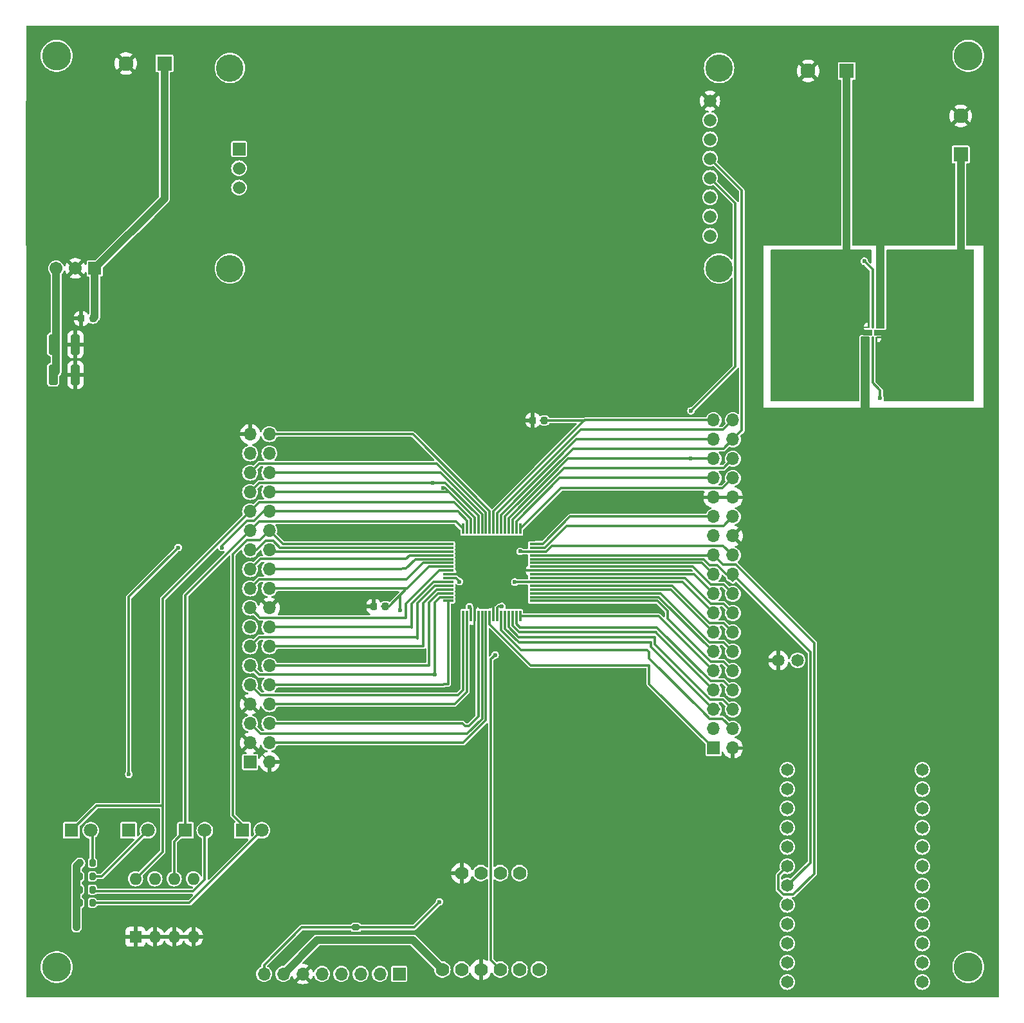
<source format=gbr>
%TF.GenerationSoftware,KiCad,Pcbnew,8.0.5*%
%TF.CreationDate,2025-01-29T09:14:24-07:00*%
%TF.ProjectId,Senior_Project_Schematic_Design,53656e69-6f72-45f5-9072-6f6a6563745f,rev?*%
%TF.SameCoordinates,Original*%
%TF.FileFunction,Copper,L1,Top*%
%TF.FilePolarity,Positive*%
%FSLAX46Y46*%
G04 Gerber Fmt 4.6, Leading zero omitted, Abs format (unit mm)*
G04 Created by KiCad (PCBNEW 8.0.5) date 2025-01-29 09:14:24*
%MOMM*%
%LPD*%
G01*
G04 APERTURE LIST*
G04 Aperture macros list*
%AMRoundRect*
0 Rectangle with rounded corners*
0 $1 Rounding radius*
0 $2 $3 $4 $5 $6 $7 $8 $9 X,Y pos of 4 corners*
0 Add a 4 corners polygon primitive as box body*
4,1,4,$2,$3,$4,$5,$6,$7,$8,$9,$2,$3,0*
0 Add four circle primitives for the rounded corners*
1,1,$1+$1,$2,$3*
1,1,$1+$1,$4,$5*
1,1,$1+$1,$6,$7*
1,1,$1+$1,$8,$9*
0 Add four rect primitives between the rounded corners*
20,1,$1+$1,$2,$3,$4,$5,0*
20,1,$1+$1,$4,$5,$6,$7,0*
20,1,$1+$1,$6,$7,$8,$9,0*
20,1,$1+$1,$8,$9,$2,$3,0*%
G04 Aperture macros list end*
%TA.AperFunction,Conductor*%
%ADD10C,0.010000*%
%TD*%
%TA.AperFunction,Conductor*%
%ADD11C,0.200000*%
%TD*%
%TA.AperFunction,SMDPad,CuDef*%
%ADD12RoundRect,0.200000X-0.200000X-0.275000X0.200000X-0.275000X0.200000X0.275000X-0.200000X0.275000X0*%
%TD*%
%TA.AperFunction,ComponentPad*%
%ADD13C,3.600000*%
%TD*%
%TA.AperFunction,ComponentPad*%
%ADD14R,1.665000X1.665000*%
%TD*%
%TA.AperFunction,ComponentPad*%
%ADD15C,1.665000*%
%TD*%
%TA.AperFunction,SMDPad,CuDef*%
%ADD16RoundRect,0.225000X0.225000X0.250000X-0.225000X0.250000X-0.225000X-0.250000X0.225000X-0.250000X0*%
%TD*%
%TA.AperFunction,SMDPad,CuDef*%
%ADD17R,0.250000X0.250000*%
%TD*%
%TA.AperFunction,SMDPad,CuDef*%
%ADD18R,0.440000X0.610000*%
%TD*%
%TA.AperFunction,ComponentPad*%
%ADD19R,1.710000X1.710000*%
%TD*%
%TA.AperFunction,ComponentPad*%
%ADD20C,1.710000*%
%TD*%
%TA.AperFunction,ComponentPad*%
%ADD21R,1.950000X1.950000*%
%TD*%
%TA.AperFunction,ComponentPad*%
%ADD22C,1.950000*%
%TD*%
%TA.AperFunction,SMDPad,CuDef*%
%ADD23R,1.475000X0.300000*%
%TD*%
%TA.AperFunction,SMDPad,CuDef*%
%ADD24R,0.300000X1.475000*%
%TD*%
%TA.AperFunction,ComponentPad*%
%ADD25C,1.778000*%
%TD*%
%TA.AperFunction,SMDPad,CuDef*%
%ADD26RoundRect,0.250000X0.325000X1.100000X-0.325000X1.100000X-0.325000X-1.100000X0.325000X-1.100000X0*%
%TD*%
%TA.AperFunction,ComponentPad*%
%ADD27R,1.800000X1.800000*%
%TD*%
%TA.AperFunction,ComponentPad*%
%ADD28C,1.800000*%
%TD*%
%TA.AperFunction,WasherPad*%
%ADD29C,3.810000*%
%TD*%
%TA.AperFunction,ComponentPad*%
%ADD30R,1.700000X1.700000*%
%TD*%
%TA.AperFunction,ComponentPad*%
%ADD31O,1.700000X1.700000*%
%TD*%
%TA.AperFunction,SMDPad,CuDef*%
%ADD32RoundRect,0.250000X-0.325000X-1.100000X0.325000X-1.100000X0.325000X1.100000X-0.325000X1.100000X0*%
%TD*%
%TA.AperFunction,SMDPad,CuDef*%
%ADD33RoundRect,0.225000X-0.225000X-0.250000X0.225000X-0.250000X0.225000X0.250000X-0.225000X0.250000X0*%
%TD*%
%TA.AperFunction,ComponentPad*%
%ADD34C,1.651000*%
%TD*%
%TA.AperFunction,SMDPad,CuDef*%
%ADD35RoundRect,0.200000X0.275000X-0.200000X0.275000X0.200000X-0.275000X0.200000X-0.275000X-0.200000X0*%
%TD*%
%TA.AperFunction,ComponentPad*%
%ADD36R,1.600000X1.600000*%
%TD*%
%TA.AperFunction,ComponentPad*%
%ADD37O,1.600000X1.600000*%
%TD*%
%TA.AperFunction,ViaPad*%
%ADD38C,0.600000*%
%TD*%
%TA.AperFunction,Conductor*%
%ADD39C,0.300000*%
%TD*%
%TA.AperFunction,Conductor*%
%ADD40C,1.016000*%
%TD*%
G04 APERTURE END LIST*
%TO.N,Light_1_Positive*%
D10*
X347142300Y-78120000D02*
X348237700Y-78120000D01*
X348237700Y-78730000D01*
X347142300Y-78730000D01*
X347142300Y-78120000D01*
%TA.AperFunction,Conductor*%
G36*
X347142300Y-78120000D02*
G01*
X348237700Y-78120000D01*
X348237700Y-78730000D01*
X347142300Y-78730000D01*
X347142300Y-78120000D01*
G37*
%TD.AperFunction*%
%TO.N,GND*%
D11*
X346950000Y-79050000D02*
X347950000Y-79050000D01*
X347950000Y-91850000D01*
X346950000Y-91850000D01*
X346950000Y-79050000D01*
%TA.AperFunction,Conductor*%
G36*
X346950000Y-79050000D02*
G01*
X347950000Y-79050000D01*
X347950000Y-91850000D01*
X346950000Y-91850000D01*
X346950000Y-79050000D01*
G37*
%TD.AperFunction*%
X266500000Y-132400000D02*
X269000000Y-135000000D01*
X348900000Y-65000000D02*
X349900000Y-65000000D01*
X349900000Y-77800000D01*
X348900000Y-77800000D01*
X348900000Y-65000000D01*
%TA.AperFunction,Conductor*%
G36*
X348900000Y-65000000D02*
G01*
X349900000Y-65000000D01*
X349900000Y-77800000D01*
X348900000Y-77800000D01*
X348900000Y-65000000D01*
G37*
%TD.AperFunction*%
%TO.N,Light_2_Positive*%
D10*
X348560000Y-78120000D02*
X349655400Y-78120000D01*
X349655400Y-78730000D01*
X348560000Y-78730000D01*
X348560000Y-78120000D01*
%TA.AperFunction,Conductor*%
G36*
X348560000Y-78120000D02*
G01*
X349655400Y-78120000D01*
X349655400Y-78730000D01*
X348560000Y-78730000D01*
X348560000Y-78120000D01*
G37*
%TD.AperFunction*%
%TD*%
D12*
%TO.P,R4,1*%
%TO.N,VDD*%
X244050000Y-151800000D03*
%TO.P,R4,2*%
%TO.N,Net-(D3-A)*%
X245700000Y-151800000D03*
%TD*%
D13*
%TO.P,Radar,1,MH1*%
%TO.N,unconnected-(U2-MH1-Pad1)*%
X263800000Y-43610000D03*
%TO.P,Radar,2,MH2*%
%TO.N,unconnected-(U2-MH2-Pad2)*%
X263800000Y-70010000D03*
%TO.P,Radar,3,MH3*%
%TO.N,unconnected-(U2-MH3-Pad3)*%
X328200000Y-43610000D03*
%TO.P,Radar,4,MH4*%
%TO.N,unconnected-(U2-MH4-Pad4)*%
X328200000Y-70010000D03*
D14*
%TO.P,Radar,A1,MOUNTING_1*%
%TO.N,unconnected-(U2-MOUNTING_1-PadA1)*%
X265000000Y-54270000D03*
D15*
%TO.P,Radar,A2,MOUNTING_2*%
%TO.N,unconnected-(U2-MOUNTING_2-PadA2)*%
X265000000Y-56810000D03*
%TO.P,Radar,A3,MOUNTING_3*%
%TO.N,unconnected-(U2-MOUNTING_3-PadA3)*%
X265000000Y-59350000D03*
%TO.P,Radar,B1,GND*%
%TO.N,GND*%
X327000000Y-47920000D03*
%TO.P,Radar,B2,DETECTION_OUT*%
%TO.N,unconnected-(U2-DETECTION_OUT-PadB2)*%
X327000000Y-50460000D03*
%TO.P,Radar,B3,VCC*%
%TO.N,VDD*%
X327000000Y-53000000D03*
%TO.P,Radar,B4,RX*%
%TO.N,RD5*%
X327000000Y-55540000D03*
%TO.P,Radar,B5,TX*%
%TO.N,RD4*%
X327000000Y-58080000D03*
%TO.P,Radar,B6,DIGITAL_IO_1*%
%TO.N,unconnected-(U2-DIGITAL_IO_1-PadB6)*%
X327000000Y-60620000D03*
%TO.P,Radar,B7,DIGITAL_IO_2*%
%TO.N,unconnected-(U2-DIGITAL_IO_2-PadB7)*%
X327000000Y-63160000D03*
%TO.P,Radar,B8,DIGITAL_IO_3*%
%TO.N,unconnected-(U2-DIGITAL_IO_3-PadB8)*%
X327000000Y-65700000D03*
%TD*%
D16*
%TO.P,C7,1*%
%TO.N,12V*%
X245775000Y-76600000D03*
%TO.P,C7,2*%
%TO.N,GND*%
X244225000Y-76600000D03*
%TD*%
D12*
%TO.P,R5,1*%
%TO.N,VDD*%
X244050000Y-153550000D03*
%TO.P,R5,2*%
%TO.N,Net-(D4-A)*%
X245700000Y-153550000D03*
%TD*%
D17*
%TO.P,Q1,1,S1*%
%TO.N,GND*%
X347900000Y-79100000D03*
%TO.P,Q1,2,G1*%
%TO.N,RE0*%
X348400000Y-79100000D03*
%TO.P,Q1,3,D2_1*%
%TO.N,Light_2_Positive*%
X348900000Y-79100000D03*
%TO.P,Q1,4,S2*%
%TO.N,GND*%
X348900000Y-77750000D03*
%TO.P,Q1,5,G2*%
%TO.N,RE1*%
X348400000Y-77750000D03*
%TO.P,Q1,6,D1_1*%
%TO.N,Light_1_Positive*%
X347900000Y-77750000D03*
D18*
%TO.P,Q1,7,D2_2*%
%TO.N,Light_2_Positive*%
X348780000Y-78425000D03*
%TO.P,Q1,8,D1_2*%
%TO.N,Light_1_Positive*%
X348020000Y-78425000D03*
%TD*%
D19*
%TO.P,PS1,1,VIN*%
%TO.N,12V*%
X246000000Y-70000000D03*
D20*
%TO.P,PS1,2,GND*%
%TO.N,GND*%
X243460000Y-70000000D03*
%TO.P,PS1,3,VOUT*%
%TO.N,VDD*%
X240920000Y-70000000D03*
%TD*%
D21*
%TO.P,Light 2,1,1*%
%TO.N,Light_2_Positive*%
X360000000Y-55000000D03*
D22*
%TO.P,Light 2,2,2*%
%TO.N,GND*%
X360000000Y-49920000D03*
%TD*%
D23*
%TO.P,IC1,1,LCDBIAS2/RE5*%
%TO.N,RE5*%
X292512000Y-106272000D03*
%TO.P,IC1,2,LCDBIAS1/RE6*%
%TO.N,RE6*%
X292512000Y-106772000D03*
%TO.P,IC1,3,LCDBIAS0/RE7*%
%TO.N,RE7*%
X292512000Y-107272000D03*
%TO.P,IC1,4,SEG0/C1IND/RP21/RG6*%
%TO.N,RG6*%
X292512000Y-107772000D03*
%TO.P,IC1,5,VLCAP1/C1INC/C2INC/C3INC/RP26/RG7*%
%TO.N,RG7*%
X292512000Y-108272000D03*
%TO.P,IC1,6,VLCAP2/C2IND/RP19/RG8*%
%TO.N,RG8*%
X292512000Y-108772000D03*
%TO.P,IC1,7,~{MCLR}*%
%TO.N,MCLR*%
X292512000Y-109272000D03*
%TO.P,IC1,8,SEG1/C2INC/RP27/RG9*%
%TO.N,RG9*%
X292512000Y-109772000D03*
%TO.P,IC1,9,VSS_1*%
%TO.N,GND*%
X292512000Y-110272000D03*
%TO.P,IC1,10,VDD_1*%
%TO.N,VDD*%
X292512000Y-110772000D03*
%TO.P,IC1,11,PGC3/SEG2/AN5/C1INA/RP18/ASCL1/OCM1A/RB5*%
%TO.N,RB5*%
X292512000Y-111272000D03*
%TO.P,IC1,12,PGD3/SEG3/AN4/C1INB/RP28/ASDA1/OCM1B/RB4*%
%TO.N,RB4*%
X292512000Y-111772000D03*
%TO.P,IC1,13,SEG4/AN3/C2INA/RB3*%
%TO.N,RB3*%
X292512000Y-112272000D03*
%TO.P,IC1,14,SEG5/AN2/C2INB/RP13/RB2*%
%TO.N,RB2*%
X292512000Y-112772000D03*
%TO.P,IC1,15,PGC1/SEG6/CVREF-/AN1/AN1-/RP1/RB1*%
%TO.N,RB1*%
X292512000Y-113272000D03*
%TO.P,IC1,16,PGD1/SEG7/VREF+/CVREF+/AN0/RP0/RB0*%
%TO.N,RB0*%
X292512000Y-113772000D03*
D24*
%TO.P,IC1,17,PGC2/LCDBIAS3/AN6/RP6/RB6*%
%TO.N,RB6*%
X294500000Y-115760000D03*
%TO.P,IC1,18,PGD2/AN7/RP7/T1CK/RB7*%
%TO.N,RB7*%
X295000000Y-115760000D03*
%TO.P,IC1,19,AVDD*%
%TO.N,VDD*%
X295500000Y-115760000D03*
%TO.P,IC1,20,AVSS*%
%TO.N,GND*%
X296000000Y-115760000D03*
%TO.P,IC1,21,COM7/SEG31/AN8/RP8/RB8*%
%TO.N,RB8*%
X296500000Y-115760000D03*
%TO.P,IC1,22,COM6/SEG30/AN9/RP9/RB9*%
%TO.N,RB9*%
X297000000Y-115760000D03*
%TO.P,IC1,23,TMS/COM5/SEG29/CVREF/AN10/RP15/RB10*%
%TO.N,RB10*%
X297500000Y-115760000D03*
%TO.P,IC1,24,TDO/AN11/RB11*%
%TO.N,RB11*%
X298000000Y-115760000D03*
%TO.P,IC1,25,VSS_2*%
%TO.N,GND*%
X298500000Y-115760000D03*
%TO.P,IC1,26,VDD_2*%
%TO.N,VDD*%
X299000000Y-115760000D03*
%TO.P,IC1,27,TCK/SEG18/AN12/RB12*%
%TO.N,RB12*%
X299500000Y-115760000D03*
%TO.P,IC1,28,TDI/SEG19/AN13/RB13*%
%TO.N,RB13*%
X300000000Y-115760000D03*
%TO.P,IC1,29,SEG8/AN14/RP14/OCM1C/RB14*%
%TO.N,RB14*%
X300500000Y-115760000D03*
%TO.P,IC1,30,SEG9/AN15/RP29/OCM1D/RB15*%
%TO.N,RB15*%
X301000000Y-115760000D03*
%TO.P,IC1,31,SEG10/RP10/SDA2/RF4*%
%TO.N,RF4*%
X301500000Y-115760000D03*
%TO.P,IC1,32,SEG11/RP17/SCL2/RF5*%
%TO.N,RF5*%
X302000000Y-115760000D03*
D23*
%TO.P,IC1,33,SEG12/RP16/RF3*%
%TO.N,RF3*%
X303988000Y-113772000D03*
%TO.P,IC1,34,SEG40/RP30/RF2*%
%TO.N,RF2*%
X303988000Y-113272000D03*
%TO.P,IC1,35,RP5/INT0/RF6*%
%TO.N,RF6*%
X303988000Y-112772000D03*
%TO.P,IC1,36,SEG47/RP31/SDA1/OCM1F/RG3*%
%TO.N,RG3*%
X303988000Y-112272000D03*
%TO.P,IC1,37,SEG28/SCL1/RG2*%
%TO.N,RG2*%
X303988000Y-111772000D03*
%TO.P,IC1,38,VDD_3*%
%TO.N,VDD*%
X303988000Y-111272000D03*
%TO.P,IC1,39,OSCI/CLKI/RC12*%
%TO.N,RC12*%
X303988000Y-110772000D03*
%TO.P,IC1,40,OSCO/CLKO/RC15*%
%TO.N,RC15*%
X303988000Y-110272000D03*
%TO.P,IC1,41,VSS_3*%
%TO.N,GND*%
X303988000Y-109772000D03*
%TO.P,IC1,42,SEG13/RP2/RD8*%
%TO.N,RD8*%
X303988000Y-109272000D03*
%TO.P,IC1,43,SEG14/RP4/RD9*%
%TO.N,RD9*%
X303988000Y-108772000D03*
%TO.P,IC1,44,SEG15/C3IND/RP3/RD10*%
%TO.N,RD10*%
X303988000Y-108272000D03*
%TO.P,IC1,45,SEG16/C3INC/RP12/RD11*%
%TO.N,RD11*%
X303988000Y-107772000D03*
%TO.P,IC1,46,SEG17/RP11/RD0*%
%TO.N,RD0*%
X303988000Y-107272000D03*
%TO.P,IC1,47,SOSCI/RC13*%
%TO.N,RC13*%
X303988000Y-106772000D03*
%TO.P,IC1,48,SOSCO/SCLKI/RPI37/PWRLCLK/RC14*%
%TO.N,RC14*%
X303988000Y-106272000D03*
D24*
%TO.P,IC1,49,SEG20/RP24/RD1*%
%TO.N,RD1*%
X302000000Y-104284000D03*
%TO.P,IC1,50,SEG21/RP23/RD2*%
%TO.N,RD2*%
X301500000Y-104284000D03*
%TO.P,IC1,51,SEG22/RP22/RD3*%
%TO.N,RD3*%
X301000000Y-104284000D03*
%TO.P,IC1,52,SEG23/RP25/RD4*%
%TO.N,RD4*%
X300500000Y-104284000D03*
%TO.P,IC1,53,SEG24/RP20/RD5*%
%TO.N,RD5*%
X300000000Y-104284000D03*
%TO.P,IC1,54,SEG25/C3INB/RD6*%
%TO.N,RD6*%
X299500000Y-104284000D03*
%TO.P,IC1,55,SEG26/C3INA/RD7*%
%TO.N,RD7*%
X299000000Y-104284000D03*
%TO.P,IC1,56,VCAP*%
%TO.N,VCAP*%
X298500000Y-104284000D03*
%TO.P,IC1,57,AN16/RA0*%
%TO.N,RA0*%
X298000000Y-104284000D03*
%TO.P,IC1,58,SEG27/RF0*%
%TO.N,RF0*%
X297500000Y-104284000D03*
%TO.P,IC1,59,COM4/SEG48/OCM1E/RF1*%
%TO.N,RF1*%
X297000000Y-104284000D03*
%TO.P,IC1,60,COM3/RE0*%
%TO.N,RE0*%
X296500000Y-104284000D03*
%TO.P,IC1,61,COM2/RE1*%
%TO.N,RE1*%
X296000000Y-104284000D03*
%TO.P,IC1,62,COM1/RE2*%
%TO.N,RE2*%
X295500000Y-104284000D03*
%TO.P,IC1,63,COM0/RE3*%
%TO.N,RE3*%
X295000000Y-104284000D03*
%TO.P,IC1,64,SEG63/HLVDIN/RE4*%
%TO.N,RE4*%
X294500000Y-104284000D03*
%TD*%
D25*
%TO.P,U1,1,VIN*%
%TO.N,VDD*%
X291762000Y-162319000D03*
%TO.P,U1,2,3Vo*%
%TO.N,unconnected-(U1-3Vo-Pad2)*%
X294302000Y-162319000D03*
%TO.P,U1,3,GND*%
%TO.N,GND*%
X296842000Y-162319000D03*
%TO.P,U1,4,SCL*%
%TO.N,RD0*%
X299382000Y-162319000D03*
%TO.P,U1,5,SDA*%
%TO.N,RD1*%
X301922000Y-162319000D03*
%TO.P,U1,6,INT*%
%TO.N,unconnected-(U1-INT-Pad6)*%
X304462000Y-162319000D03*
%TO.P,U1,7,GND*%
%TO.N,GND*%
X294302000Y-149619000D03*
%TO.P,U1,8,DRDY*%
%TO.N,unconnected-(U1-DRDY-Pad8)*%
X296842000Y-149619000D03*
%TO.P,U1,9,D0*%
%TO.N,RD2*%
X299382000Y-149619000D03*
%TO.P,U1,10,CS*%
%TO.N,RD3*%
X301922000Y-149619000D03*
%TD*%
D26*
%TO.P,C8,1*%
%TO.N,GND*%
X243475000Y-80000000D03*
%TO.P,C8,2*%
%TO.N,VDD*%
X240525000Y-80000000D03*
%TD*%
D27*
%TO.P,D2,1,K*%
%TO.N,RE3*%
X250460000Y-144000000D03*
D28*
%TO.P,D2,2,A*%
%TO.N,Net-(D2-A)*%
X253000000Y-144000000D03*
%TD*%
D27*
%TO.P,D4,1,K*%
%TO.N,RE5*%
X265460000Y-144000000D03*
D28*
%TO.P,D4,2,A*%
%TO.N,Net-(D4-A)*%
X268000000Y-144000000D03*
%TD*%
D29*
%TO.P,REF\u002A\u002A,*%
%TO.N,*%
X241000000Y-42000000D03*
%TD*%
%TO.P,REF\u002A\u002A,*%
%TO.N,*%
X361000000Y-42000000D03*
%TD*%
%TO.P,,*%
%TO.N,*%
X361000000Y-162000000D03*
%TD*%
D21*
%TO.P,Light 1,1,1*%
%TO.N,Light_1_Positive*%
X345000000Y-44000000D03*
D22*
%TO.P,Light 1,2,2*%
%TO.N,GND*%
X339920000Y-44000000D03*
%TD*%
D30*
%TO.P,J6,1,Pin_1*%
%TO.N,VDD*%
X266460000Y-135000000D03*
D31*
%TO.P,J6,2,Pin_2*%
%TO.N,GND*%
X269000000Y-135000000D03*
%TO.P,J6,3,Pin_3*%
X266460000Y-132460000D03*
%TO.P,J6,4,Pin_4*%
%TO.N,RB10*%
X269000000Y-132460000D03*
%TO.P,J6,5,Pin_5*%
%TO.N,RB9*%
X266460000Y-129920000D03*
%TO.P,J6,6,Pin_6*%
%TO.N,RB8*%
X269000000Y-129920000D03*
%TO.P,J6,7,Pin_7*%
%TO.N,GND*%
X266460000Y-127380000D03*
%TO.P,J6,8,Pin_8*%
%TO.N,RB7*%
X269000000Y-127380000D03*
%TO.P,J6,9,Pin_9*%
%TO.N,RB6*%
X266460000Y-124840000D03*
%TO.P,J6,10,Pin_10*%
%TO.N,RB0*%
X269000000Y-124840000D03*
%TO.P,J6,11,Pin_11*%
%TO.N,RB1*%
X266460000Y-122300000D03*
%TO.P,J6,12,Pin_12*%
%TO.N,RB2*%
X269000000Y-122300000D03*
%TO.P,J6,13,Pin_13*%
%TO.N,RB4*%
X266460000Y-119760000D03*
%TO.P,J6,14,Pin_14*%
%TO.N,RB3*%
X269000000Y-119760000D03*
%TO.P,J6,15,Pin_15*%
%TO.N,unconnected-(J6-Pin_15-Pad15)*%
X266460000Y-117220000D03*
%TO.P,J6,16,Pin_16*%
%TO.N,RB5*%
X269000000Y-117220000D03*
%TO.P,J6,17,Pin_17*%
%TO.N,RG9*%
X266460000Y-114680000D03*
%TO.P,J6,18,Pin_18*%
%TO.N,GND*%
X269000000Y-114680000D03*
%TO.P,J6,19,Pin_19*%
%TO.N,RG8*%
X266460000Y-112140000D03*
%TO.P,J6,20,Pin_20*%
%TO.N,MCLR*%
X269000000Y-112140000D03*
%TO.P,J6,21,Pin_21*%
%TO.N,RG6*%
X266460000Y-109600000D03*
%TO.P,J6,22,Pin_22*%
%TO.N,RG7*%
X269000000Y-109600000D03*
%TO.P,J6,23,Pin_23*%
%TO.N,RE6*%
X266460000Y-107060000D03*
%TO.P,J6,24,Pin_24*%
%TO.N,RE7*%
X269000000Y-107060000D03*
%TO.P,J6,25,Pin_25*%
%TO.N,RE4*%
X266460000Y-104520000D03*
%TO.P,J6,26,Pin_26*%
%TO.N,RE5*%
X269000000Y-104520000D03*
%TO.P,J6,27,Pin_27*%
%TO.N,RE2*%
X266460000Y-101980000D03*
%TO.P,J6,28,Pin_28*%
%TO.N,RE3*%
X269000000Y-101980000D03*
%TO.P,J6,29,Pin_29*%
%TO.N,RE0*%
X266460000Y-99440000D03*
%TO.P,J6,30,Pin_30*%
%TO.N,RE1*%
X269000000Y-99440000D03*
%TO.P,J6,31,Pin_31*%
%TO.N,RF0*%
X266460000Y-96900000D03*
%TO.P,J6,32,Pin_32*%
%TO.N,RF1*%
X269000000Y-96900000D03*
%TO.P,J6,33,Pin_33*%
%TO.N,VDD*%
X266460000Y-94360000D03*
%TO.P,J6,34,Pin_34*%
%TO.N,unconnected-(J6-Pin_34-Pad34)*%
X269000000Y-94360000D03*
%TO.P,J6,35,Pin_35*%
%TO.N,GND*%
X266460000Y-91820000D03*
%TO.P,J6,36,Pin_36*%
%TO.N,RA0*%
X269000000Y-91820000D03*
%TD*%
D29*
%TO.P,REF\u002A\u002A,*%
%TO.N,*%
X241000000Y-162000000D03*
%TD*%
D21*
%TO.P,Load Voltage,1,1*%
%TO.N,12V*%
X255185000Y-43000000D03*
D22*
%TO.P,Load Voltage,2,2*%
%TO.N,GND*%
X250105000Y-43000000D03*
%TD*%
D32*
%TO.P,C9,1*%
%TO.N,VDD*%
X240525000Y-84000000D03*
%TO.P,C9,2*%
%TO.N,GND*%
X243475000Y-84000000D03*
%TD*%
D33*
%TO.P,C6,1*%
%TO.N,GND*%
X303655000Y-90000000D03*
%TO.P,C6,2*%
%TO.N,VCAP*%
X305205000Y-90000000D03*
%TD*%
D34*
%TO.P,U3,A1,D9*%
%TO.N,unconnected-(U3-D9-PadA1)*%
X354960000Y-163970000D03*
%TO.P,U3,A2,D10*%
%TO.N,unconnected-(U3-D10-PadA2)*%
X354960000Y-161430000D03*
%TO.P,U3,A3,SCK*%
%TO.N,unconnected-(U3-SCK-PadA3)*%
X354960000Y-158890000D03*
%TO.P,U3,A4,NSS*%
%TO.N,unconnected-(U3-NSS-PadA4)*%
X354960000Y-156350000D03*
%TO.P,U3,A5,MISO*%
%TO.N,unconnected-(U3-MISO-PadA5)*%
X354960000Y-153810000D03*
%TO.P,U3,A6,MOSI*%
%TO.N,unconnected-(U3-MOSI-PadA6)*%
X354960000Y-151270000D03*
%TO.P,U3,A7,GND*%
%TO.N,unconnected-(U3-GND-PadA7)*%
X354960000Y-148730000D03*
%TO.P,U3,A8,RST*%
%TO.N,unconnected-(U3-RST-PadA8)*%
X354960000Y-146190000D03*
%TO.P,U3,A9,CLK*%
%TO.N,unconnected-(U3-CLK-PadA9)*%
X354960000Y-143650000D03*
%TO.P,U3,A10,D10*%
%TO.N,unconnected-(U3-D10-PadA10)*%
X354960000Y-141110000D03*
%TO.P,U3,A11,3V3*%
%TO.N,unconnected-(U3-3V3-PadA11)*%
X354960000Y-138570000D03*
%TO.P,U3,A12,5V*%
%TO.N,unconnected-(U3-5V-PadA12)*%
X354960000Y-136030000D03*
%TO.P,U3,B1,TX2*%
%TO.N,unconnected-(U3-TX2-PadB1)*%
X337180000Y-163970000D03*
%TO.P,U3,B2,RX2*%
%TO.N,unconnected-(U3-RX2-PadB2)*%
X337180000Y-161430000D03*
%TO.P,U3,B3,TX1*%
%TO.N,unconnected-(U3-TX1-PadB3)*%
X337180000Y-158890000D03*
%TO.P,U3,B4,RX1*%
%TO.N,unconnected-(U3-RX1-PadB4)*%
X337180000Y-156350000D03*
%TO.P,U3,B5,D0*%
%TO.N,unconnected-(U3-D0-PadB5)*%
X337180000Y-153810000D03*
%TO.P,U3,B6,TX*%
%TO.N,RD10*%
X337180000Y-151270000D03*
%TO.P,U3,B7,RX*%
%TO.N,RD11*%
X337180000Y-148730000D03*
%TO.P,U3,B8,A3*%
%TO.N,unconnected-(U3-A3-PadB8)*%
X337180000Y-146190000D03*
%TO.P,U3,B9,A4*%
%TO.N,unconnected-(U3-A4-PadB9)*%
X337180000Y-143650000D03*
%TO.P,U3,B10,SDA*%
%TO.N,unconnected-(U3-SDA-PadB10)*%
X337180000Y-141110000D03*
%TO.P,U3,B11,SCL*%
%TO.N,unconnected-(U3-SCL-PadB11)*%
X337180000Y-138570000D03*
%TO.P,U3,B12,GND*%
%TO.N,unconnected-(U3-GND-PadB12)*%
X337180000Y-136030000D03*
%TO.P,U3,C1,+*%
%TO.N,VDD*%
X338529000Y-121615000D03*
%TO.P,U3,C2,-*%
%TO.N,GND*%
X335989000Y-121615000D03*
%TD*%
D27*
%TO.P,D1,1,K*%
%TO.N,RE2*%
X242960000Y-144000000D03*
D28*
%TO.P,D1,2,A*%
%TO.N,Net-(D1-A)*%
X245500000Y-144000000D03*
%TD*%
D30*
%TO.P,J5,1,Pin_1*%
%TO.N,RB11*%
X327460000Y-133160000D03*
D31*
%TO.P,J5,2,Pin_2*%
%TO.N,GND*%
X330000000Y-133160000D03*
%TO.P,J5,3,Pin_3*%
%TO.N,unconnected-(J5-Pin_3-Pad3)*%
X327460000Y-130620000D03*
%TO.P,J5,4,Pin_4*%
%TO.N,RB12*%
X330000000Y-130620000D03*
%TO.P,J5,5,Pin_5*%
%TO.N,RB13*%
X327460000Y-128080000D03*
%TO.P,J5,6,Pin_6*%
%TO.N,RB14*%
X330000000Y-128080000D03*
%TO.P,J5,7,Pin_7*%
%TO.N,RB15*%
X327460000Y-125540000D03*
%TO.P,J5,8,Pin_8*%
%TO.N,RF4*%
X330000000Y-125540000D03*
%TO.P,J5,9,Pin_9*%
%TO.N,RF5*%
X327460000Y-123000000D03*
%TO.P,J5,10,Pin_10*%
%TO.N,RF3*%
X330000000Y-123000000D03*
%TO.P,J5,11,Pin_11*%
%TO.N,RF2*%
X327460000Y-120460000D03*
%TO.P,J5,12,Pin_12*%
%TO.N,RF6*%
X330000000Y-120460000D03*
%TO.P,J5,13,Pin_13*%
%TO.N,RG3*%
X327460000Y-117920000D03*
%TO.P,J5,14,Pin_14*%
%TO.N,RG2*%
X330000000Y-117920000D03*
%TO.P,J5,15,Pin_15*%
%TO.N,VDD*%
X327460000Y-115380000D03*
%TO.P,J5,16,Pin_16*%
%TO.N,RC12*%
X330000000Y-115380000D03*
%TO.P,J5,17,Pin_17*%
%TO.N,RC15*%
X327460000Y-112840000D03*
%TO.P,J5,18,Pin_18*%
%TO.N,RD8*%
X330000000Y-112840000D03*
%TO.P,J5,19,Pin_19*%
%TO.N,RD9*%
X327460000Y-110300000D03*
%TO.P,J5,20,Pin_20*%
%TO.N,RD10*%
X330000000Y-110300000D03*
%TO.P,J5,21,Pin_21*%
%TO.N,RD11*%
X327460000Y-107760000D03*
%TO.P,J5,22,Pin_22*%
%TO.N,RD0*%
X330000000Y-107760000D03*
%TO.P,J5,23,Pin_23*%
%TO.N,GND*%
X327460000Y-105220000D03*
%TO.P,J5,24,Pin_24*%
X330000000Y-105220000D03*
%TO.P,J5,25,Pin_25*%
%TO.N,RC14*%
X327460000Y-102680000D03*
%TO.P,J5,26,Pin_26*%
%TO.N,RC13*%
X330000000Y-102680000D03*
%TO.P,J5,27,Pin_27*%
%TO.N,GND*%
X327460000Y-100140000D03*
%TO.P,J5,28,Pin_28*%
X330000000Y-100140000D03*
%TO.P,J5,29,Pin_29*%
%TO.N,RD2*%
X327460000Y-97600000D03*
%TO.P,J5,30,Pin_30*%
%TO.N,RD1*%
X330000000Y-97600000D03*
%TO.P,J5,31,Pin_31*%
%TO.N,RD4*%
X327460000Y-95060000D03*
%TO.P,J5,32,Pin_32*%
%TO.N,RD3*%
X330000000Y-95060000D03*
%TO.P,J5,33,Pin_33*%
%TO.N,RD6*%
X327460000Y-92520000D03*
%TO.P,J5,34,Pin_34*%
%TO.N,RD5*%
X330000000Y-92520000D03*
%TO.P,J5,35,Pin_35*%
%TO.N,VCAP*%
X327460000Y-89980000D03*
%TO.P,J5,36,Pin_36*%
%TO.N,RD7*%
X330000000Y-89980000D03*
%TD*%
D30*
%TO.P,J1,1,Pin_1*%
%TO.N,unconnected-(J1-Pin_1-Pad1)*%
X286080000Y-162900000D03*
D31*
%TO.P,J1,2,Pin_2*%
%TO.N,unconnected-(J1-Pin_2-Pad2)*%
X283540000Y-162900000D03*
%TO.P,J1,3,Pin_3*%
%TO.N,unconnected-(J1-Pin_3-Pad3)*%
X281000000Y-162900000D03*
%TO.P,J1,4,Pin_4*%
%TO.N,RB1*%
X278460000Y-162900000D03*
%TO.P,J1,5,Pin_5*%
%TO.N,RB0*%
X275920000Y-162900000D03*
%TO.P,J1,6,Pin_6*%
%TO.N,GND*%
X273380000Y-162900000D03*
%TO.P,J1,7,Pin_7*%
%TO.N,VDD*%
X270840000Y-162900000D03*
%TO.P,J1,8,Pin_8*%
%TO.N,MCLR*%
X268300000Y-162900000D03*
%TD*%
D12*
%TO.P,R2,1*%
%TO.N,VDD*%
X244050000Y-148300000D03*
%TO.P,R2,2*%
%TO.N,Net-(D1-A)*%
X245700000Y-148300000D03*
%TD*%
D16*
%TO.P,C1,1*%
%TO.N,MCLR*%
X284275000Y-114500000D03*
%TO.P,C1,2*%
%TO.N,GND*%
X282725000Y-114500000D03*
%TD*%
D35*
%TO.P,R1,1*%
%TO.N,VDD*%
X280400000Y-158425000D03*
%TO.P,R1,2*%
%TO.N,MCLR*%
X280400000Y-156775000D03*
%TD*%
D36*
%TO.P,SW1,1*%
%TO.N,GND*%
X251380000Y-158000000D03*
D37*
%TO.P,SW1,2*%
X253920000Y-158000000D03*
%TO.P,SW1,3*%
X256460000Y-158000000D03*
%TO.P,SW1,4*%
X259000000Y-158000000D03*
%TO.P,SW1,5*%
%TO.N,RE5*%
X259000000Y-150380000D03*
%TO.P,SW1,6*%
%TO.N,RE4*%
X256460000Y-150380000D03*
%TO.P,SW1,7*%
%TO.N,RE3*%
X253920000Y-150380000D03*
%TO.P,SW1,8*%
%TO.N,RE2*%
X251380000Y-150380000D03*
%TD*%
D12*
%TO.P,R3,1*%
%TO.N,VDD*%
X244050000Y-150050000D03*
%TO.P,R3,2*%
%TO.N,Net-(D2-A)*%
X245700000Y-150050000D03*
%TD*%
D27*
%TO.P,D3,1,K*%
%TO.N,RE4*%
X257960000Y-144000000D03*
D28*
%TO.P,D3,2,A*%
%TO.N,Net-(D3-A)*%
X260500000Y-144000000D03*
%TD*%
D38*
%TO.N,VDD*%
X294020000Y-111240000D03*
X243610000Y-156750000D03*
X301300000Y-111300000D03*
X299600000Y-114500000D03*
X295317285Y-114551313D03*
%TO.N,GND*%
X301350000Y-109800000D03*
X298017705Y-114522498D03*
X296129881Y-114573559D03*
X293800000Y-109700000D03*
%TO.N,RE3*%
X250500000Y-136600000D03*
X257000000Y-106750000D03*
X262750000Y-106750000D03*
%TO.N,RE1*%
X291900000Y-98900000D03*
X347300000Y-69050000D03*
%TO.N,MCLR*%
X286200000Y-115000000D03*
X291400000Y-153400000D03*
%TO.N,RD0*%
X302000000Y-107250000D03*
X298700000Y-120900000D03*
%TO.N,RE0*%
X349400000Y-87100000D03*
X290500000Y-98200000D03*
%TO.N,RD4*%
X324500000Y-95060000D03*
X324500000Y-88750000D03*
%TO.N,RB1*%
X290750000Y-123500000D03*
%TD*%
D39*
%TO.N,RD11*%
X336004500Y-151756909D02*
X336693091Y-152445500D01*
X336004500Y-149905500D02*
X336004500Y-151756909D01*
X337180000Y-148730000D02*
X336004500Y-149905500D01*
X340700000Y-149700000D02*
X340700000Y-119302943D01*
X330364975Y-108967918D02*
X328667918Y-108967918D01*
X327448000Y-107772000D02*
X327460000Y-107760000D01*
X336693091Y-152445500D02*
X337954500Y-152445500D01*
X303988000Y-107772000D02*
X327448000Y-107772000D01*
X337954500Y-152445500D02*
X340700000Y-149700000D01*
X340700000Y-119302943D02*
X330364975Y-108967918D01*
X328667918Y-108967918D02*
X327460000Y-107760000D01*
%TO.N,RE2*%
X267660000Y-100780000D02*
X266460000Y-101980000D01*
X295500000Y-104284000D02*
X295500000Y-102989393D01*
X254960000Y-140750000D02*
X246210000Y-140750000D01*
X254960000Y-140750000D02*
X254960000Y-113480000D01*
X293290607Y-100780000D02*
X267660000Y-100780000D01*
X251380000Y-150380000D02*
X254960000Y-146800000D01*
X254960000Y-146800000D02*
X254960000Y-140750000D01*
X246210000Y-140750000D02*
X242960000Y-144000000D01*
X295500000Y-102989393D02*
X293290607Y-100780000D01*
X254960000Y-113480000D02*
X266460000Y-101980000D01*
%TO.N,RF1*%
X297000000Y-104284000D02*
X297000000Y-102368072D01*
X291531928Y-96900000D02*
X269000000Y-96900000D01*
X297000000Y-102368072D02*
X291531928Y-96900000D01*
%TO.N,RB11*%
X319000000Y-124700000D02*
X327460000Y-133160000D01*
X319000000Y-122250000D02*
X319000000Y-124700000D01*
X303416966Y-122250000D02*
X319000000Y-122250000D01*
X298000000Y-116833034D02*
X303416966Y-122250000D01*
X298000000Y-115760000D02*
X298000000Y-116833034D01*
%TO.N,RC14*%
X304010000Y-106250000D02*
X305000000Y-106250000D01*
X308570000Y-102680000D02*
X327460000Y-102680000D01*
X305000000Y-106250000D02*
X308570000Y-102680000D01*
X303988000Y-106272000D02*
X304010000Y-106250000D01*
%TO.N,RB14*%
X300500000Y-117211713D02*
X301806840Y-118518553D01*
X300500000Y-115760000D02*
X300500000Y-117211713D01*
X319731447Y-118518553D02*
X319731447Y-119508504D01*
X319731447Y-119508504D02*
X326972943Y-126750000D01*
X326972943Y-126750000D02*
X328670000Y-126750000D01*
X301806840Y-118518553D02*
X319731447Y-118518553D01*
X328670000Y-126750000D02*
X330000000Y-128080000D01*
%TO.N,VDD*%
X303988000Y-111272000D02*
X323352000Y-111272000D01*
X244050000Y-148300000D02*
X244235832Y-148300000D01*
D40*
X280400000Y-158425000D02*
X287868000Y-158425000D01*
D39*
X303988000Y-111272000D02*
X301328000Y-111272000D01*
X301328000Y-111272000D02*
X301300000Y-111300000D01*
X295500000Y-114734028D02*
X295317285Y-114551313D01*
X243975000Y-150339168D02*
X243975000Y-149900000D01*
D40*
X243610000Y-156750000D02*
X243610000Y-148740000D01*
X240920000Y-83605000D02*
X240525000Y-84000000D01*
X240920000Y-70000000D02*
X240920000Y-75095696D01*
D39*
X293599500Y-110772000D02*
X292512000Y-110772000D01*
X294020000Y-111240000D02*
X294020000Y-111192500D01*
X299000000Y-115760000D02*
X299000000Y-114672500D01*
X295500000Y-115760000D02*
X295500000Y-114734028D01*
D40*
X270840000Y-162900000D02*
X275315000Y-158425000D01*
D39*
X323352000Y-111272000D02*
X327460000Y-115380000D01*
X294020000Y-111192500D02*
X293599500Y-110772000D01*
X243975000Y-149900000D02*
X243975000Y-149760832D01*
X299172500Y-114500000D02*
X299600000Y-114500000D01*
D40*
X240920000Y-70000000D02*
X240920000Y-83605000D01*
X287868000Y-158425000D02*
X291762000Y-162319000D01*
X275315000Y-158425000D02*
X280400000Y-158425000D01*
X243610000Y-148740000D02*
X244050000Y-148300000D01*
D39*
X299000000Y-114672500D02*
X299172500Y-114500000D01*
%TO.N,RG3*%
X327455837Y-117920000D02*
X327460000Y-117920000D01*
X303988000Y-112272000D02*
X321807837Y-112272000D01*
X321807837Y-112272000D02*
X327455837Y-117920000D01*
%TO.N,RB6*%
X294500000Y-125542894D02*
X293862894Y-126180000D01*
X293862894Y-126180000D02*
X267800000Y-126180000D01*
X294500000Y-115760000D02*
X294500000Y-125542894D01*
X267800000Y-126180000D02*
X266460000Y-124840000D01*
%TO.N,RF2*%
X327455837Y-120460000D02*
X327460000Y-120460000D01*
X320267837Y-113272000D02*
X327455837Y-120460000D01*
X303988000Y-113272000D02*
X320267837Y-113272000D01*
%TO.N,RB0*%
X291910000Y-124840000D02*
X269000000Y-124840000D01*
X292000000Y-124750000D02*
X291910000Y-124840000D01*
X292512000Y-124738000D02*
X292500000Y-124750000D01*
X292512000Y-113772000D02*
X292512000Y-124738000D01*
X292500000Y-124750000D02*
X292000000Y-124750000D01*
%TO.N,RB15*%
X301000000Y-115760000D02*
X301000000Y-117004606D01*
X319896447Y-117976447D02*
X327460000Y-125540000D01*
X301000000Y-117004606D02*
X301848947Y-117853553D01*
X319896447Y-117853553D02*
X319896447Y-117976447D01*
X301848947Y-117853553D02*
X319896447Y-117853553D01*
%TO.N,GND*%
X303988000Y-109772000D02*
X301378000Y-109772000D01*
X293599500Y-110272000D02*
X292512000Y-110272000D01*
X296000000Y-115760000D02*
X296000000Y-114703440D01*
X298500000Y-115760000D02*
X298500000Y-114672500D01*
X298349998Y-114522498D02*
X298017705Y-114522498D01*
X301378000Y-109772000D02*
X301350000Y-109800000D01*
X298500000Y-114672500D02*
X298349998Y-114522498D01*
X293800000Y-109700000D02*
X293800000Y-110071500D01*
X296000000Y-114703440D02*
X296129881Y-114573559D01*
X293800000Y-110071500D02*
X293599500Y-110272000D01*
%TO.N,RB13*%
X328167107Y-128080000D02*
X327460000Y-128080000D01*
X319231447Y-119851447D02*
X327460000Y-128080000D01*
X301831180Y-119250000D02*
X319231447Y-119250000D01*
X300000000Y-115760000D02*
X300000000Y-117418820D01*
X300000000Y-117418820D02*
X301831180Y-119250000D01*
X319231447Y-119250000D02*
X319231447Y-119851447D01*
%TO.N,RB7*%
X293370000Y-127380000D02*
X269000000Y-127380000D01*
X295000000Y-115760000D02*
X295000000Y-125750000D01*
X295000000Y-125750000D02*
X293370000Y-127380000D01*
%TO.N,RE3*%
X262750000Y-106532943D02*
X266032943Y-103250000D01*
X268292894Y-101980000D02*
X269000000Y-101980000D01*
X266032943Y-103250000D02*
X267022894Y-103250000D01*
X267022894Y-103250000D02*
X268292894Y-101980000D01*
X262750000Y-106750000D02*
X262750000Y-106532943D01*
X250500000Y-136600000D02*
X250500000Y-113250000D01*
X293783500Y-101980000D02*
X269000000Y-101980000D01*
X250500000Y-113250000D02*
X257000000Y-106750000D01*
X295000000Y-103196500D02*
X293783500Y-101980000D01*
X295000000Y-104284000D02*
X295000000Y-103196500D01*
%TO.N,RE1*%
X296000000Y-104284000D02*
X296000000Y-102782286D01*
X292657714Y-99440000D02*
X269000000Y-99440000D01*
X293008857Y-99791143D02*
X292657714Y-99440000D01*
X347300000Y-69050000D02*
X348400000Y-70150000D01*
X348400000Y-70150000D02*
X348400000Y-77750000D01*
X291900000Y-98900000D02*
X292117714Y-98900000D01*
X292117714Y-98900000D02*
X293008857Y-99791143D01*
X296000000Y-102782286D02*
X293008857Y-99791143D01*
%TO.N,RD8*%
X327102943Y-111640000D02*
X328800000Y-111640000D01*
X328800000Y-111640000D02*
X330000000Y-112840000D01*
X324734943Y-109272000D02*
X327102943Y-111640000D01*
X303988000Y-109272000D02*
X324734943Y-109272000D01*
%TO.N,RD10*%
X326134943Y-108272000D02*
X326962943Y-109100000D01*
X330000000Y-110300000D02*
X330000000Y-111142943D01*
X340200000Y-148250000D02*
X340200000Y-120500000D01*
X327957057Y-109100000D02*
X329157057Y-110300000D01*
X303988000Y-108272000D02*
X326134943Y-108272000D01*
X326962943Y-109100000D02*
X327957057Y-109100000D01*
X337180000Y-151270000D02*
X340200000Y-148250000D01*
X340200000Y-120500000D02*
X330000000Y-110300000D01*
X329157057Y-110300000D02*
X330000000Y-110300000D01*
%TO.N,RB10*%
X297500000Y-129500000D02*
X294540000Y-132460000D01*
X294540000Y-132460000D02*
X269000000Y-132460000D01*
X297500000Y-115760000D02*
X297500000Y-129500000D01*
%TO.N,RG8*%
X289228000Y-108772000D02*
X287060000Y-110940000D01*
X287060000Y-110940000D02*
X267660000Y-110940000D01*
X292512000Y-108772000D02*
X289228000Y-108772000D01*
X267660000Y-110940000D02*
X266460000Y-112140000D01*
%TO.N,MCLR*%
X268300000Y-161700000D02*
X268300000Y-162900000D01*
X280400000Y-156775000D02*
X273225000Y-156775000D01*
X287000000Y-112250000D02*
X287110000Y-112140000D01*
X284750000Y-114500000D02*
X287000000Y-112250000D01*
X286250000Y-112140000D02*
X269000000Y-112140000D01*
X288025000Y-156775000D02*
X291400000Y-153400000D01*
X289978000Y-109272000D02*
X287110000Y-112140000D01*
X283820000Y-114500000D02*
X284750000Y-114500000D01*
X286200000Y-113050000D02*
X287000000Y-112250000D01*
X292512000Y-109272000D02*
X289978000Y-109272000D01*
X280400000Y-156775000D02*
X288025000Y-156775000D01*
X273225000Y-156775000D02*
X268300000Y-161700000D01*
X286200000Y-115000000D02*
X286200000Y-113050000D01*
X287110000Y-112140000D02*
X286250000Y-112140000D01*
%TO.N,RE5*%
X265460000Y-143250000D02*
X265460000Y-144000000D01*
X264210000Y-107612943D02*
X266072943Y-105750000D01*
X266072943Y-105750000D02*
X267770000Y-105750000D01*
X264210000Y-142000000D02*
X265460000Y-143250000D01*
X292512000Y-106272000D02*
X270752000Y-106272000D01*
X264210000Y-142000000D02*
X264210000Y-107612943D01*
X267770000Y-105750000D02*
X269000000Y-104520000D01*
X270752000Y-106272000D02*
X269000000Y-104520000D01*
%TO.N,RC15*%
X324892000Y-110272000D02*
X327460000Y-112840000D01*
X303988000Y-110272000D02*
X324892000Y-110272000D01*
%TO.N,RD2*%
X307185530Y-97600000D02*
X327460000Y-97600000D01*
X301500000Y-104284000D02*
X301500000Y-103285530D01*
X301500000Y-103285530D02*
X307185530Y-97600000D01*
%TO.N,RC13*%
X303988000Y-106772000D02*
X305228000Y-106772000D01*
X328800000Y-103880000D02*
X330000000Y-102680000D01*
X308120000Y-103880000D02*
X328800000Y-103880000D01*
X305228000Y-106772000D02*
X308120000Y-103880000D01*
%TO.N,RF3*%
X321394366Y-115105635D02*
X321394366Y-116091423D01*
X320060731Y-113772000D02*
X321394366Y-115105635D01*
X328800000Y-121800000D02*
X330000000Y-123000000D01*
X327102943Y-121800000D02*
X328800000Y-121800000D01*
X303988000Y-113772000D02*
X320060731Y-113772000D01*
X321394366Y-116091423D02*
X327102943Y-121800000D01*
%TO.N,RB2*%
X292512000Y-112772000D02*
X291217394Y-112772000D01*
X290000000Y-113989394D02*
X290000000Y-122250000D01*
X290000000Y-122250000D02*
X289950000Y-122300000D01*
X289950000Y-122300000D02*
X269000000Y-122300000D01*
X291217394Y-112772000D02*
X290000000Y-113989394D01*
%TO.N,RE6*%
X268502943Y-105860000D02*
X267302943Y-107060000D01*
X269497057Y-105860000D02*
X268502943Y-105860000D01*
X267302943Y-107060000D02*
X266460000Y-107060000D01*
X292512000Y-106772000D02*
X270409057Y-106772000D01*
X270409057Y-106772000D02*
X269497057Y-105860000D01*
%TO.N,RB12*%
X318750000Y-120250000D02*
X319000000Y-120500000D01*
X302124073Y-120250000D02*
X318750000Y-120250000D01*
X328660000Y-129280000D02*
X330000000Y-130620000D01*
X319000000Y-121317057D02*
X326091472Y-128408528D01*
X326091472Y-128408528D02*
X326962943Y-129280000D01*
X326962943Y-129280000D02*
X328660000Y-129280000D01*
X319000000Y-120500000D02*
X319000000Y-121317057D01*
X299500000Y-115760000D02*
X299500000Y-117625927D01*
X299500000Y-117625927D02*
X302124073Y-120250000D01*
%TO.N,RD0*%
X302000000Y-107250000D02*
X302022000Y-107272000D01*
X328740000Y-106500000D02*
X330000000Y-107760000D01*
X298700000Y-120900000D02*
X298143000Y-121457000D01*
X305435106Y-107272000D02*
X306207106Y-106500000D01*
X298143000Y-161080000D02*
X299382000Y-162319000D01*
X302022000Y-107272000D02*
X303988000Y-107272000D01*
X298143000Y-121457000D02*
X298143000Y-161080000D01*
X306207106Y-106500000D02*
X328740000Y-106500000D01*
X303988000Y-107272000D02*
X305435106Y-107272000D01*
%TO.N,RF6*%
X328800000Y-119260000D02*
X330000000Y-120460000D01*
X326962943Y-119260000D02*
X328800000Y-119260000D01*
X303988000Y-112772000D02*
X320474943Y-112772000D01*
X320474943Y-112772000D02*
X326962943Y-119260000D01*
%TO.N,RG9*%
X291388970Y-109772000D02*
X287000000Y-114160970D01*
X287000000Y-114160970D02*
X287000000Y-116000000D01*
X267780000Y-116000000D02*
X266460000Y-114680000D01*
X292512000Y-109772000D02*
X291388970Y-109772000D01*
X287000000Y-116000000D02*
X267780000Y-116000000D01*
%TO.N,RE0*%
X296500000Y-102575179D02*
X292164821Y-98240000D01*
X349400000Y-86050000D02*
X348400000Y-85050000D01*
X267660000Y-98240000D02*
X266460000Y-99440000D01*
X296500000Y-104284000D02*
X296500000Y-102575179D01*
X349400000Y-87100000D02*
X349400000Y-86050000D01*
X348400000Y-85050000D02*
X348400000Y-79100000D01*
X292164821Y-98240000D02*
X291200000Y-98240000D01*
X291200000Y-98240000D02*
X267660000Y-98240000D01*
%TO.N,RD3*%
X307818424Y-96260000D02*
X328800000Y-96260000D01*
X328800000Y-96260000D02*
X330000000Y-95060000D01*
X301000000Y-104284000D02*
X301000000Y-103078424D01*
X301000000Y-103078424D02*
X307818424Y-96260000D01*
%TO.N,RD1*%
X302000000Y-104284000D02*
X307344000Y-98940000D01*
X328660000Y-98940000D02*
X330000000Y-97600000D01*
X307344000Y-98940000D02*
X328660000Y-98940000D01*
%TO.N,RF0*%
X297500000Y-104284000D02*
X297500000Y-102160965D01*
X267660000Y-95700000D02*
X266460000Y-96900000D01*
X297500000Y-102160965D02*
X291039035Y-95700000D01*
X291039035Y-95700000D02*
X267660000Y-95700000D01*
%TO.N,RA0*%
X298000000Y-104284000D02*
X298000000Y-101953858D01*
X287866142Y-91820000D02*
X269000000Y-91820000D01*
X298000000Y-101953858D02*
X287866142Y-91820000D01*
%TO.N,RD9*%
X303988000Y-108772000D02*
X325927837Y-108772000D01*
X327455837Y-110300000D02*
X327460000Y-110300000D01*
X325927837Y-108772000D02*
X327455837Y-110300000D01*
%TO.N,RB4*%
X267660000Y-118560000D02*
X266460000Y-119760000D01*
X292512000Y-111772000D02*
X290803182Y-111772000D01*
X288500000Y-118750000D02*
X288310000Y-118560000D01*
X288500000Y-114075182D02*
X288500000Y-118750000D01*
X290803182Y-111772000D02*
X288500000Y-114075182D01*
X288310000Y-118560000D02*
X267660000Y-118560000D01*
%TO.N,RD4*%
X327000000Y-58080000D02*
X330350000Y-61430000D01*
X300500000Y-102871318D02*
X308311318Y-95060000D01*
X330350000Y-61430000D02*
X330350000Y-82900000D01*
X330350000Y-82900000D02*
X324500000Y-88750000D01*
X324500000Y-95060000D02*
X327460000Y-95060000D01*
X308311318Y-95060000D02*
X324500000Y-95060000D01*
X300500000Y-104284000D02*
X300500000Y-102871318D01*
%TO.N,RG7*%
X286400000Y-109600000D02*
X269000000Y-109600000D01*
X292512000Y-108272000D02*
X288228000Y-108272000D01*
X288228000Y-108272000D02*
X287000000Y-109500000D01*
X286500000Y-109500000D02*
X286400000Y-109600000D01*
X287000000Y-109500000D02*
X286500000Y-109500000D01*
%TO.N,RF5*%
X320220000Y-115760000D02*
X327460000Y-123000000D01*
X302000000Y-115760000D02*
X320220000Y-115760000D01*
%TO.N,RE7*%
X292512000Y-107272000D02*
X269212000Y-107272000D01*
X269212000Y-107272000D02*
X269000000Y-107060000D01*
%TO.N,RD7*%
X310000000Y-91250000D02*
X328730000Y-91250000D01*
X299000000Y-104284000D02*
X299000000Y-102250000D01*
X328730000Y-91250000D02*
X330000000Y-89980000D01*
X299000000Y-102250000D02*
X310000000Y-91250000D01*
%TO.N,RD5*%
X327000000Y-55540000D02*
X331200000Y-59740000D01*
X300000000Y-104284000D02*
X300000000Y-102664212D01*
X331200000Y-59740000D02*
X331200000Y-91320000D01*
X331200000Y-91320000D02*
X330000000Y-92520000D01*
X328800000Y-93720000D02*
X330000000Y-92520000D01*
X300000000Y-102664212D02*
X308944212Y-93720000D01*
X308944212Y-93720000D02*
X328800000Y-93720000D01*
%TO.N,RB5*%
X290596076Y-111272000D02*
X287750000Y-114118076D01*
X287720000Y-117220000D02*
X269000000Y-117220000D01*
X287750000Y-117250000D02*
X287720000Y-117220000D01*
X292512000Y-111272000D02*
X290596076Y-111272000D01*
X287750000Y-114118076D02*
X287750000Y-117250000D01*
%TO.N,RB3*%
X289250000Y-119750000D02*
X288500000Y-119750000D01*
X288490000Y-119760000D02*
X269000000Y-119760000D01*
X292512000Y-112272000D02*
X291010288Y-112272000D01*
X289250000Y-114032288D02*
X289250000Y-119750000D01*
X288500000Y-119750000D02*
X288490000Y-119760000D01*
X291010288Y-112272000D02*
X289250000Y-114032288D01*
%TO.N,RG2*%
X322014943Y-111772000D02*
X326962943Y-116720000D01*
X326962943Y-116720000D02*
X328800000Y-116720000D01*
X303988000Y-111772000D02*
X322014943Y-111772000D01*
X328800000Y-116720000D02*
X330000000Y-117920000D01*
%TO.N,VCAP*%
X298500000Y-104284000D02*
X298500000Y-102000000D01*
X310520000Y-89980000D02*
X327460000Y-89980000D01*
X310500000Y-90000000D02*
X310520000Y-89980000D01*
X298500000Y-102000000D02*
X310520000Y-89980000D01*
X304750000Y-90000000D02*
X310500000Y-90000000D01*
%TO.N,RB8*%
X296500000Y-129000000D02*
X295250000Y-130250000D01*
X294420000Y-129920000D02*
X269000000Y-129920000D01*
X295250000Y-130250000D02*
X294750000Y-130250000D01*
X296500000Y-115760000D02*
X296500000Y-129000000D01*
X294750000Y-130250000D02*
X294420000Y-129920000D01*
%TO.N,RG6*%
X292512000Y-107772000D02*
X287478000Y-107772000D01*
X287478000Y-107772000D02*
X286990000Y-108260000D01*
X267800000Y-108260000D02*
X266460000Y-109600000D01*
X286990000Y-108260000D02*
X267800000Y-108260000D01*
%TO.N,RE4*%
X257960000Y-113020000D02*
X266460000Y-104520000D01*
X256460000Y-150380000D02*
X256460000Y-145500000D01*
X256460000Y-145500000D02*
X257960000Y-144000000D01*
X294500000Y-104284000D02*
X293536000Y-103320000D01*
X267660000Y-103320000D02*
X266460000Y-104520000D01*
X293536000Y-103320000D02*
X267660000Y-103320000D01*
X257960000Y-144000000D02*
X257960000Y-113020000D01*
%TO.N,RD6*%
X299500000Y-104284000D02*
X299500000Y-102457106D01*
X309437106Y-92520000D02*
X327460000Y-92520000D01*
X299500000Y-102457106D02*
X309437106Y-92520000D01*
%TO.N,RB9*%
X297000000Y-129292894D02*
X295021447Y-131271447D01*
X295010000Y-131260000D02*
X267800000Y-131260000D01*
X295021447Y-131271447D02*
X295010000Y-131260000D01*
X267800000Y-131260000D02*
X266460000Y-129920000D01*
X297000000Y-115760000D02*
X297000000Y-129292894D01*
%TO.N,RC12*%
X323694943Y-110772000D02*
X327102943Y-114180000D01*
X303988000Y-110772000D02*
X323694943Y-110772000D01*
X328800000Y-114180000D02*
X330000000Y-115380000D01*
X327102943Y-114180000D02*
X328800000Y-114180000D01*
%TO.N,RB1*%
X291424500Y-113272000D02*
X290750000Y-113946500D01*
X267660000Y-123500000D02*
X266460000Y-122300000D01*
X290750000Y-113946500D02*
X290750000Y-123500000D01*
X290750000Y-123500000D02*
X267660000Y-123500000D01*
X292512000Y-113272000D02*
X291424500Y-113272000D01*
%TO.N,RF4*%
X301500000Y-116797500D02*
X301952500Y-117250000D01*
X328800000Y-124340000D02*
X330000000Y-125540000D01*
X320000000Y-117250000D02*
X327090000Y-124340000D01*
X301952500Y-117250000D02*
X320000000Y-117250000D01*
X327090000Y-124340000D02*
X328800000Y-124340000D01*
X301500000Y-115760000D02*
X301500000Y-116797500D01*
%TO.N,Net-(D1-A)*%
X245700000Y-148300000D02*
X245700000Y-144507106D01*
X245700000Y-144507106D02*
X245853553Y-144353553D01*
%TO.N,Net-(D2-A)*%
X246950000Y-150050000D02*
X253000000Y-144000000D01*
X245700000Y-150050000D02*
X246950000Y-150050000D01*
%TO.N,Net-(D4-A)*%
X258450000Y-153550000D02*
X268000000Y-144000000D01*
X245700000Y-153550000D02*
X258450000Y-153550000D01*
D40*
%TO.N,12V*%
X255185000Y-60815000D02*
X246000000Y-70000000D01*
X255185000Y-43000000D02*
X255185000Y-60815000D01*
X246000000Y-76375000D02*
X245775000Y-76600000D01*
D39*
X245775000Y-70225000D02*
X246000000Y-70000000D01*
D40*
X246000000Y-70000000D02*
X246000000Y-76375000D01*
%TO.N,Light_2_Positive*%
X360000000Y-55000000D02*
X360000000Y-70000000D01*
%TO.N,Light_1_Positive*%
X345000000Y-44000000D02*
X345000000Y-69700000D01*
D39*
%TO.N,Net-(D3-A)*%
X258976346Y-152030000D02*
X260500000Y-150506346D01*
X245700000Y-151800000D02*
X245930000Y-152030000D01*
X245930000Y-152030000D02*
X258976346Y-152030000D01*
X260500000Y-150506346D02*
X260500000Y-144000000D01*
%TD*%
%TA.AperFunction,Conductor*%
%TO.N,Light_2_Positive*%
G36*
X361693039Y-67519685D02*
G01*
X361738794Y-67572489D01*
X361750000Y-67624000D01*
X361750000Y-87376000D01*
X361730315Y-87443039D01*
X361677511Y-87488794D01*
X361626000Y-87500000D01*
X349960496Y-87500000D01*
X349893457Y-87480315D01*
X349847702Y-87427511D01*
X349837758Y-87358353D01*
X349847702Y-87324488D01*
X349885165Y-87242456D01*
X349905647Y-87100000D01*
X349885165Y-86957543D01*
X349825377Y-86826627D01*
X349825374Y-86826623D01*
X349780786Y-86775164D01*
X349751762Y-86711608D01*
X349750500Y-86693963D01*
X349750500Y-86003858D01*
X349750500Y-86003856D01*
X349726614Y-85914712D01*
X349680470Y-85834788D01*
X348786819Y-84941137D01*
X348753334Y-84879814D01*
X348750500Y-84853456D01*
X348750500Y-79800862D01*
X348770185Y-79733823D01*
X348775000Y-79727847D01*
X348775000Y-79725000D01*
X349025000Y-79725000D01*
X349072828Y-79725000D01*
X349072844Y-79724999D01*
X349132372Y-79718598D01*
X349132379Y-79718596D01*
X349267086Y-79668354D01*
X349267093Y-79668350D01*
X349382187Y-79582190D01*
X349382190Y-79582187D01*
X349468350Y-79467093D01*
X349468354Y-79467086D01*
X349518596Y-79332379D01*
X349518598Y-79332372D01*
X349524999Y-79272844D01*
X349525000Y-79272827D01*
X349525000Y-79225000D01*
X349025000Y-79225000D01*
X349025000Y-79725000D01*
X348775000Y-79725000D01*
X348775000Y-79099000D01*
X348794685Y-79031961D01*
X348847489Y-78986206D01*
X348899000Y-78975000D01*
X349525000Y-78975000D01*
X349525000Y-78927172D01*
X349524999Y-78927155D01*
X349518598Y-78867623D01*
X349506907Y-78836281D01*
X349499986Y-78781146D01*
X349499822Y-78781138D01*
X349499871Y-78780224D01*
X349499801Y-78779666D01*
X349500000Y-78777818D01*
X349500000Y-78645000D01*
X348684000Y-78645000D01*
X348616961Y-78625315D01*
X348571206Y-78572511D01*
X348560000Y-78521000D01*
X348560000Y-78329000D01*
X348579685Y-78261961D01*
X348632489Y-78216206D01*
X348684000Y-78205000D01*
X349500000Y-78205000D01*
X349508106Y-78196893D01*
X349519685Y-78157461D01*
X349572489Y-78111706D01*
X349624000Y-78100500D01*
X349939560Y-78100500D01*
X349939562Y-78100500D01*
X350015989Y-78080021D01*
X350084511Y-78040460D01*
X350140460Y-77984511D01*
X350180021Y-77915989D01*
X350200500Y-77839562D01*
X350200500Y-67624000D01*
X350220185Y-67556961D01*
X350272989Y-67511206D01*
X350324500Y-67500000D01*
X361626000Y-67500000D01*
X361693039Y-67519685D01*
G37*
%TD.AperFunction*%
%TD*%
%TA.AperFunction,Conductor*%
%TO.N,GND*%
G36*
X365000000Y-89100000D02*
G01*
X363000000Y-89100000D01*
X363000000Y-66000000D01*
X365000000Y-66000000D01*
X365000000Y-89100000D01*
G37*
%TD.AperFunction*%
%TD*%
%TA.AperFunction,Conductor*%
%TO.N,GND*%
G36*
X364943039Y-38019685D02*
G01*
X364988794Y-38072489D01*
X365000000Y-38124000D01*
X365000000Y-66000000D01*
X363000000Y-66000000D01*
X363000000Y-67000000D01*
X360832500Y-67000000D01*
X360765461Y-66980315D01*
X360719706Y-66927511D01*
X360708500Y-66876000D01*
X360708500Y-56299500D01*
X360728185Y-56232461D01*
X360780989Y-56186706D01*
X360832500Y-56175500D01*
X360994750Y-56175500D01*
X360994751Y-56175499D01*
X361009568Y-56172552D01*
X361053229Y-56163868D01*
X361053229Y-56163867D01*
X361053231Y-56163867D01*
X361119552Y-56119552D01*
X361163867Y-56053231D01*
X361163867Y-56053229D01*
X361163868Y-56053229D01*
X361175499Y-55994752D01*
X361175500Y-55994750D01*
X361175500Y-54005249D01*
X361175499Y-54005247D01*
X361163868Y-53946770D01*
X361163867Y-53946769D01*
X361119552Y-53880447D01*
X361053230Y-53836132D01*
X361053229Y-53836131D01*
X360994752Y-53824500D01*
X360994748Y-53824500D01*
X359005252Y-53824500D01*
X359005247Y-53824500D01*
X358946770Y-53836131D01*
X358946769Y-53836132D01*
X358880447Y-53880447D01*
X358836132Y-53946769D01*
X358836131Y-53946770D01*
X358824500Y-54005247D01*
X358824500Y-55994752D01*
X358836131Y-56053229D01*
X358836132Y-56053230D01*
X358880447Y-56119552D01*
X358946769Y-56163867D01*
X358946770Y-56163868D01*
X359005247Y-56175499D01*
X359005250Y-56175500D01*
X359005252Y-56175500D01*
X359167500Y-56175500D01*
X359234539Y-56195185D01*
X359280294Y-56247989D01*
X359291500Y-56299500D01*
X359291500Y-66876000D01*
X359271815Y-66943039D01*
X359219011Y-66988794D01*
X359167500Y-67000000D01*
X345832500Y-67000000D01*
X345765461Y-66980315D01*
X345719706Y-66927511D01*
X345708500Y-66876000D01*
X345708500Y-49919994D01*
X358519945Y-49919994D01*
X358519945Y-49920005D01*
X358540130Y-50163605D01*
X358600138Y-50400573D01*
X358698330Y-50624429D01*
X358794626Y-50771819D01*
X359398958Y-50167487D01*
X359423978Y-50227890D01*
X359495112Y-50334351D01*
X359585649Y-50424888D01*
X359692110Y-50496022D01*
X359752511Y-50521041D01*
X359147758Y-51125794D01*
X359147758Y-51125796D01*
X359190478Y-51159046D01*
X359190484Y-51159050D01*
X359405468Y-51275394D01*
X359405476Y-51275397D01*
X359636664Y-51354765D01*
X359877779Y-51395000D01*
X360122221Y-51395000D01*
X360363335Y-51354765D01*
X360594523Y-51275397D01*
X360594531Y-51275394D01*
X360809514Y-51159051D01*
X360809514Y-51159050D01*
X360852240Y-51125795D01*
X360852240Y-51125794D01*
X360247488Y-50521041D01*
X360307890Y-50496022D01*
X360414351Y-50424888D01*
X360504888Y-50334351D01*
X360576022Y-50227890D01*
X360601041Y-50167488D01*
X361205372Y-50771819D01*
X361301667Y-50624431D01*
X361301672Y-50624423D01*
X361399861Y-50400573D01*
X361459869Y-50163605D01*
X361480055Y-49920005D01*
X361480055Y-49919994D01*
X361459869Y-49676394D01*
X361399861Y-49439426D01*
X361301669Y-49215570D01*
X361205372Y-49068179D01*
X360601041Y-49672510D01*
X360576022Y-49612110D01*
X360504888Y-49505649D01*
X360414351Y-49415112D01*
X360307890Y-49343978D01*
X360247487Y-49318958D01*
X360852240Y-48714204D01*
X360852240Y-48714203D01*
X360809514Y-48680949D01*
X360594531Y-48564605D01*
X360594523Y-48564602D01*
X360363335Y-48485234D01*
X360122221Y-48445000D01*
X359877779Y-48445000D01*
X359636664Y-48485234D01*
X359405476Y-48564602D01*
X359405468Y-48564605D01*
X359190481Y-48680951D01*
X359147758Y-48714202D01*
X359147757Y-48714204D01*
X359752511Y-49318958D01*
X359692110Y-49343978D01*
X359585649Y-49415112D01*
X359495112Y-49505649D01*
X359423978Y-49612110D01*
X359398958Y-49672511D01*
X358794626Y-49068179D01*
X358698328Y-49215575D01*
X358600138Y-49439426D01*
X358540130Y-49676394D01*
X358519945Y-49919994D01*
X345708500Y-49919994D01*
X345708500Y-45299500D01*
X345728185Y-45232461D01*
X345780989Y-45186706D01*
X345832500Y-45175500D01*
X345994750Y-45175500D01*
X345994751Y-45175499D01*
X346009568Y-45172552D01*
X346053229Y-45163868D01*
X346053229Y-45163867D01*
X346053231Y-45163867D01*
X346119552Y-45119552D01*
X346163867Y-45053231D01*
X346163867Y-45053229D01*
X346163868Y-45053229D01*
X346175499Y-44994752D01*
X346175500Y-44994750D01*
X346175500Y-43005249D01*
X346175499Y-43005247D01*
X346163868Y-42946770D01*
X346163867Y-42946769D01*
X346119552Y-42880447D01*
X346053230Y-42836132D01*
X346053229Y-42836131D01*
X345994752Y-42824500D01*
X345994748Y-42824500D01*
X344005252Y-42824500D01*
X344005247Y-42824500D01*
X343946770Y-42836131D01*
X343946769Y-42836132D01*
X343880447Y-42880447D01*
X343836132Y-42946769D01*
X343836131Y-42946770D01*
X343824500Y-43005247D01*
X343824500Y-44994752D01*
X343836131Y-45053229D01*
X343836132Y-45053230D01*
X343880447Y-45119552D01*
X343946769Y-45163867D01*
X343946770Y-45163868D01*
X344005247Y-45175499D01*
X344005250Y-45175500D01*
X344005252Y-45175500D01*
X344167500Y-45175500D01*
X344234539Y-45195185D01*
X344280294Y-45247989D01*
X344291500Y-45299500D01*
X344291500Y-66876000D01*
X344271815Y-66943039D01*
X344219011Y-66988794D01*
X344167500Y-67000000D01*
X334000000Y-67000000D01*
X334000000Y-65300000D01*
X331550500Y-65300000D01*
X331550500Y-59693856D01*
X331526614Y-59604712D01*
X331496471Y-59552503D01*
X331480470Y-59524788D01*
X327996159Y-56040477D01*
X327962674Y-55979154D01*
X327965179Y-55916803D01*
X328018053Y-55742503D01*
X328037998Y-55540000D01*
X328018053Y-55337497D01*
X327958985Y-55142775D01*
X327958983Y-55142772D01*
X327958983Y-55142770D01*
X327863067Y-54963324D01*
X327863063Y-54963317D01*
X327733975Y-54806024D01*
X327576682Y-54676936D01*
X327576675Y-54676932D01*
X327397229Y-54581016D01*
X327299864Y-54551481D01*
X327202503Y-54521947D01*
X327202501Y-54521946D01*
X327202503Y-54521946D01*
X327000000Y-54502002D01*
X326797498Y-54521946D01*
X326602770Y-54581016D01*
X326423324Y-54676932D01*
X326423317Y-54676936D01*
X326266024Y-54806024D01*
X326136936Y-54963317D01*
X326136932Y-54963324D01*
X326041016Y-55142770D01*
X325981946Y-55337498D01*
X325962002Y-55540000D01*
X325981946Y-55742501D01*
X326041016Y-55937229D01*
X326136932Y-56116675D01*
X326136936Y-56116682D01*
X326266024Y-56273975D01*
X326423317Y-56403063D01*
X326423324Y-56403067D01*
X326602770Y-56498983D01*
X326602772Y-56498983D01*
X326602775Y-56498985D01*
X326797497Y-56558053D01*
X326797496Y-56558053D01*
X326815652Y-56559841D01*
X327000000Y-56577998D01*
X327202503Y-56558053D01*
X327376802Y-56505179D01*
X327446667Y-56504556D01*
X327500477Y-56536159D01*
X330813181Y-59848863D01*
X330846666Y-59910186D01*
X330849500Y-59936544D01*
X330849500Y-61134943D01*
X330829815Y-61201982D01*
X330777011Y-61247737D01*
X330707853Y-61257681D01*
X330644297Y-61228656D01*
X330636436Y-61220314D01*
X330636216Y-61220535D01*
X330565212Y-61149531D01*
X327996159Y-58580477D01*
X327962674Y-58519154D01*
X327965179Y-58456803D01*
X328018053Y-58282503D01*
X328037998Y-58080000D01*
X328018053Y-57877497D01*
X327958985Y-57682775D01*
X327958983Y-57682772D01*
X327958983Y-57682770D01*
X327863067Y-57503324D01*
X327863063Y-57503317D01*
X327733975Y-57346024D01*
X327576682Y-57216936D01*
X327576675Y-57216932D01*
X327397229Y-57121016D01*
X327299864Y-57091481D01*
X327202503Y-57061947D01*
X327202501Y-57061946D01*
X327202503Y-57061946D01*
X327000000Y-57042002D01*
X326797498Y-57061946D01*
X326602770Y-57121016D01*
X326423324Y-57216932D01*
X326423317Y-57216936D01*
X326266024Y-57346024D01*
X326136936Y-57503317D01*
X326136932Y-57503324D01*
X326041016Y-57682770D01*
X325981946Y-57877498D01*
X325962002Y-58080000D01*
X325981946Y-58282501D01*
X326041016Y-58477229D01*
X326136932Y-58656675D01*
X326136936Y-58656682D01*
X326266024Y-58813975D01*
X326423317Y-58943063D01*
X326423324Y-58943067D01*
X326602770Y-59038983D01*
X326602772Y-59038983D01*
X326602775Y-59038985D01*
X326797497Y-59098053D01*
X326797496Y-59098053D01*
X326815652Y-59099841D01*
X327000000Y-59117998D01*
X327202503Y-59098053D01*
X327376802Y-59045179D01*
X327446667Y-59044556D01*
X327500477Y-59076159D01*
X329963181Y-61538862D01*
X329996666Y-61600185D01*
X329999500Y-61626543D01*
X329999500Y-65300000D01*
X327957502Y-65300000D01*
X327863067Y-65123324D01*
X327863063Y-65123317D01*
X327733975Y-64966024D01*
X327576682Y-64836936D01*
X327576675Y-64836932D01*
X327397229Y-64741016D01*
X327299864Y-64711481D01*
X327202503Y-64681947D01*
X327202501Y-64681946D01*
X327202503Y-64681946D01*
X327000000Y-64662002D01*
X326797498Y-64681946D01*
X326602770Y-64741016D01*
X326423324Y-64836932D01*
X326423317Y-64836936D01*
X326266024Y-64966024D01*
X326136936Y-65123317D01*
X326136932Y-65123324D01*
X326042497Y-65300000D01*
X251701971Y-65300000D01*
X253841970Y-63160000D01*
X325962002Y-63160000D01*
X325981946Y-63362501D01*
X326041016Y-63557229D01*
X326136932Y-63736675D01*
X326136936Y-63736682D01*
X326266024Y-63893975D01*
X326423317Y-64023063D01*
X326423324Y-64023067D01*
X326602770Y-64118983D01*
X326602772Y-64118983D01*
X326602775Y-64118985D01*
X326797497Y-64178053D01*
X326797496Y-64178053D01*
X326815652Y-64179841D01*
X327000000Y-64197998D01*
X327202503Y-64178053D01*
X327397225Y-64118985D01*
X327576681Y-64023064D01*
X327733975Y-63893975D01*
X327863064Y-63736681D01*
X327958985Y-63557225D01*
X328018053Y-63362503D01*
X328037998Y-63160000D01*
X328018053Y-62957497D01*
X327958985Y-62762775D01*
X327958983Y-62762772D01*
X327958983Y-62762770D01*
X327863067Y-62583324D01*
X327863063Y-62583317D01*
X327733975Y-62426024D01*
X327576682Y-62296936D01*
X327576675Y-62296932D01*
X327397229Y-62201016D01*
X327299864Y-62171481D01*
X327202503Y-62141947D01*
X327202501Y-62141946D01*
X327202503Y-62141946D01*
X327000000Y-62122002D01*
X326797498Y-62141946D01*
X326602770Y-62201016D01*
X326423324Y-62296932D01*
X326423317Y-62296936D01*
X326266024Y-62426024D01*
X326136936Y-62583317D01*
X326136932Y-62583324D01*
X326041016Y-62762770D01*
X325981946Y-62957498D01*
X325962002Y-63160000D01*
X253841970Y-63160000D01*
X255735325Y-61266645D01*
X255735324Y-61266645D01*
X255735328Y-61266642D01*
X255812865Y-61150600D01*
X255866273Y-61021661D01*
X255867156Y-61017225D01*
X255893500Y-60884781D01*
X255893500Y-60620000D01*
X325962002Y-60620000D01*
X325981946Y-60822501D01*
X326041016Y-61017229D01*
X326136932Y-61196675D01*
X326136936Y-61196682D01*
X326266024Y-61353975D01*
X326423317Y-61483063D01*
X326423324Y-61483067D01*
X326602770Y-61578983D01*
X326602772Y-61578983D01*
X326602775Y-61578985D01*
X326797497Y-61638053D01*
X326797496Y-61638053D01*
X326815652Y-61639841D01*
X327000000Y-61657998D01*
X327202503Y-61638053D01*
X327397225Y-61578985D01*
X327576681Y-61483064D01*
X327733975Y-61353975D01*
X327863064Y-61196681D01*
X327958985Y-61017225D01*
X328018053Y-60822503D01*
X328037998Y-60620000D01*
X328018053Y-60417497D01*
X327958985Y-60222775D01*
X327958983Y-60222772D01*
X327958983Y-60222770D01*
X327863067Y-60043324D01*
X327863063Y-60043317D01*
X327733975Y-59886024D01*
X327576682Y-59756936D01*
X327576675Y-59756932D01*
X327397229Y-59661016D01*
X327299864Y-59631481D01*
X327202503Y-59601947D01*
X327202501Y-59601946D01*
X327202503Y-59601946D01*
X327000000Y-59582002D01*
X326797498Y-59601946D01*
X326602770Y-59661016D01*
X326423324Y-59756932D01*
X326423317Y-59756936D01*
X326266024Y-59886024D01*
X326136936Y-60043317D01*
X326136932Y-60043324D01*
X326041016Y-60222770D01*
X325981946Y-60417498D01*
X325962002Y-60620000D01*
X255893500Y-60620000D01*
X255893500Y-59350000D01*
X263962002Y-59350000D01*
X263981946Y-59552501D01*
X264041016Y-59747229D01*
X264136932Y-59926675D01*
X264136936Y-59926682D01*
X264266024Y-60083975D01*
X264423317Y-60213063D01*
X264423324Y-60213067D01*
X264602770Y-60308983D01*
X264602772Y-60308983D01*
X264602775Y-60308985D01*
X264797497Y-60368053D01*
X264797496Y-60368053D01*
X264815652Y-60369841D01*
X265000000Y-60387998D01*
X265202503Y-60368053D01*
X265397225Y-60308985D01*
X265576681Y-60213064D01*
X265733975Y-60083975D01*
X265863064Y-59926681D01*
X265958985Y-59747225D01*
X266018053Y-59552503D01*
X266037998Y-59350000D01*
X266018053Y-59147497D01*
X265958985Y-58952775D01*
X265958983Y-58952772D01*
X265958983Y-58952770D01*
X265863067Y-58773324D01*
X265863063Y-58773317D01*
X265733975Y-58616024D01*
X265576682Y-58486936D01*
X265576675Y-58486932D01*
X265397229Y-58391016D01*
X265299864Y-58361481D01*
X265202503Y-58331947D01*
X265202501Y-58331946D01*
X265202503Y-58331946D01*
X265000000Y-58312002D01*
X264797498Y-58331946D01*
X264602770Y-58391016D01*
X264423324Y-58486932D01*
X264423317Y-58486936D01*
X264266024Y-58616024D01*
X264136936Y-58773317D01*
X264136932Y-58773324D01*
X264041016Y-58952770D01*
X263981946Y-59147498D01*
X263962002Y-59350000D01*
X255893500Y-59350000D01*
X255893500Y-56810000D01*
X263962002Y-56810000D01*
X263981946Y-57012501D01*
X264041016Y-57207229D01*
X264136932Y-57386675D01*
X264136936Y-57386682D01*
X264266024Y-57543975D01*
X264423317Y-57673063D01*
X264423324Y-57673067D01*
X264602770Y-57768983D01*
X264602772Y-57768983D01*
X264602775Y-57768985D01*
X264797497Y-57828053D01*
X264797496Y-57828053D01*
X264815652Y-57829841D01*
X265000000Y-57847998D01*
X265202503Y-57828053D01*
X265397225Y-57768985D01*
X265576681Y-57673064D01*
X265733975Y-57543975D01*
X265863064Y-57386681D01*
X265958985Y-57207225D01*
X266018053Y-57012503D01*
X266037998Y-56810000D01*
X266018053Y-56607497D01*
X265958985Y-56412775D01*
X265958983Y-56412772D01*
X265958983Y-56412770D01*
X265863067Y-56233324D01*
X265863063Y-56233317D01*
X265733975Y-56076024D01*
X265576682Y-55946936D01*
X265576675Y-55946932D01*
X265397229Y-55851016D01*
X265299864Y-55821481D01*
X265202503Y-55791947D01*
X265202501Y-55791946D01*
X265202503Y-55791946D01*
X265000000Y-55772002D01*
X264797498Y-55791946D01*
X264602770Y-55851016D01*
X264423324Y-55946932D01*
X264423317Y-55946936D01*
X264266024Y-56076024D01*
X264136936Y-56233317D01*
X264136932Y-56233324D01*
X264041016Y-56412770D01*
X263981946Y-56607498D01*
X263962002Y-56810000D01*
X255893500Y-56810000D01*
X255893500Y-53417747D01*
X263967000Y-53417747D01*
X263967000Y-55122252D01*
X263978631Y-55180729D01*
X263978632Y-55180730D01*
X264022947Y-55247052D01*
X264089269Y-55291367D01*
X264089270Y-55291368D01*
X264147747Y-55302999D01*
X264147750Y-55303000D01*
X264147752Y-55303000D01*
X265852250Y-55303000D01*
X265852251Y-55302999D01*
X265867068Y-55300052D01*
X265910729Y-55291368D01*
X265910729Y-55291367D01*
X265910731Y-55291367D01*
X265977052Y-55247052D01*
X266021367Y-55180731D01*
X266021367Y-55180729D01*
X266021368Y-55180729D01*
X266032999Y-55122252D01*
X266033000Y-55122250D01*
X266033000Y-53417749D01*
X266032999Y-53417747D01*
X266021368Y-53359270D01*
X266021367Y-53359269D01*
X265977052Y-53292947D01*
X265910730Y-53248632D01*
X265910729Y-53248631D01*
X265852252Y-53237000D01*
X265852248Y-53237000D01*
X264147752Y-53237000D01*
X264147747Y-53237000D01*
X264089270Y-53248631D01*
X264089269Y-53248632D01*
X264022947Y-53292947D01*
X263978632Y-53359269D01*
X263978631Y-53359270D01*
X263967000Y-53417747D01*
X255893500Y-53417747D01*
X255893500Y-53000000D01*
X325962002Y-53000000D01*
X325981946Y-53202501D01*
X326041016Y-53397229D01*
X326136932Y-53576675D01*
X326136936Y-53576682D01*
X326266024Y-53733975D01*
X326423317Y-53863063D01*
X326423324Y-53863067D01*
X326602770Y-53958983D01*
X326602772Y-53958983D01*
X326602775Y-53958985D01*
X326797497Y-54018053D01*
X326797496Y-54018053D01*
X326815652Y-54019841D01*
X327000000Y-54037998D01*
X327202503Y-54018053D01*
X327397225Y-53958985D01*
X327576681Y-53863064D01*
X327733975Y-53733975D01*
X327863064Y-53576681D01*
X327958985Y-53397225D01*
X328018053Y-53202503D01*
X328037998Y-53000000D01*
X328018053Y-52797497D01*
X327958985Y-52602775D01*
X327958983Y-52602772D01*
X327958983Y-52602770D01*
X327863067Y-52423324D01*
X327863063Y-52423317D01*
X327733975Y-52266024D01*
X327576682Y-52136936D01*
X327576675Y-52136932D01*
X327397229Y-52041016D01*
X327299864Y-52011481D01*
X327202503Y-51981947D01*
X327202501Y-51981946D01*
X327202503Y-51981946D01*
X327000000Y-51962002D01*
X326797498Y-51981946D01*
X326602770Y-52041016D01*
X326423324Y-52136932D01*
X326423317Y-52136936D01*
X326266024Y-52266024D01*
X326136936Y-52423317D01*
X326136932Y-52423324D01*
X326041016Y-52602770D01*
X325981946Y-52797498D01*
X325962002Y-53000000D01*
X255893500Y-53000000D01*
X255893500Y-47919998D01*
X325662410Y-47919998D01*
X325662410Y-47920001D01*
X325682730Y-48152264D01*
X325682731Y-48152272D01*
X325743075Y-48377478D01*
X325743078Y-48377484D01*
X325841612Y-48588793D01*
X325841613Y-48588795D01*
X325897638Y-48668807D01*
X325897639Y-48668808D01*
X326472129Y-48094317D01*
X326482822Y-48134222D01*
X326555890Y-48260778D01*
X326659222Y-48364110D01*
X326785778Y-48437178D01*
X326825682Y-48447870D01*
X326251190Y-49022360D01*
X326331209Y-49078388D01*
X326542515Y-49176921D01*
X326542524Y-49176925D01*
X326722374Y-49225115D01*
X326782035Y-49261480D01*
X326812564Y-49324327D01*
X326804270Y-49393702D01*
X326759784Y-49447580D01*
X326726277Y-49463550D01*
X326602773Y-49501015D01*
X326423324Y-49596932D01*
X326423317Y-49596936D01*
X326266024Y-49726024D01*
X326136936Y-49883317D01*
X326136932Y-49883324D01*
X326041016Y-50062770D01*
X325981946Y-50257498D01*
X325962002Y-50460000D01*
X325981946Y-50662501D01*
X326041016Y-50857229D01*
X326136932Y-51036675D01*
X326136936Y-51036682D01*
X326266024Y-51193975D01*
X326423317Y-51323063D01*
X326423324Y-51323067D01*
X326602770Y-51418983D01*
X326602772Y-51418983D01*
X326602775Y-51418985D01*
X326797497Y-51478053D01*
X326797496Y-51478053D01*
X326815652Y-51479841D01*
X327000000Y-51497998D01*
X327202503Y-51478053D01*
X327397225Y-51418985D01*
X327576681Y-51323064D01*
X327733975Y-51193975D01*
X327863064Y-51036681D01*
X327958985Y-50857225D01*
X328018053Y-50662503D01*
X328037998Y-50460000D01*
X328018053Y-50257497D01*
X327958985Y-50062775D01*
X327958983Y-50062772D01*
X327958983Y-50062770D01*
X327863067Y-49883324D01*
X327863063Y-49883317D01*
X327733975Y-49726024D01*
X327576682Y-49596936D01*
X327576675Y-49596932D01*
X327397226Y-49501015D01*
X327273722Y-49463550D01*
X327215284Y-49425253D01*
X327186827Y-49361440D01*
X327197388Y-49292373D01*
X327243613Y-49239980D01*
X327277625Y-49225115D01*
X327457475Y-49176925D01*
X327457484Y-49176921D01*
X327668794Y-49078386D01*
X327748808Y-49022360D01*
X327174317Y-48447870D01*
X327214222Y-48437178D01*
X327340778Y-48364110D01*
X327444110Y-48260778D01*
X327517178Y-48134222D01*
X327527870Y-48094318D01*
X328102360Y-48668808D01*
X328158386Y-48588794D01*
X328256921Y-48377484D01*
X328256924Y-48377478D01*
X328317268Y-48152272D01*
X328317269Y-48152264D01*
X328337590Y-47920001D01*
X328337590Y-47919998D01*
X328317269Y-47687735D01*
X328317268Y-47687727D01*
X328256924Y-47462521D01*
X328256921Y-47462515D01*
X328158388Y-47251209D01*
X328102359Y-47171190D01*
X327527869Y-47745681D01*
X327517178Y-47705778D01*
X327444110Y-47579222D01*
X327340778Y-47475890D01*
X327214222Y-47402822D01*
X327174317Y-47392129D01*
X327748808Y-46817639D01*
X327748807Y-46817638D01*
X327668795Y-46761613D01*
X327668793Y-46761612D01*
X327457484Y-46663078D01*
X327457478Y-46663075D01*
X327232272Y-46602731D01*
X327232264Y-46602730D01*
X327000002Y-46582410D01*
X326999998Y-46582410D01*
X326767735Y-46602730D01*
X326767727Y-46602731D01*
X326542521Y-46663075D01*
X326542515Y-46663078D01*
X326331202Y-46761614D01*
X326251190Y-46817637D01*
X326825682Y-47392129D01*
X326785778Y-47402822D01*
X326659222Y-47475890D01*
X326555890Y-47579222D01*
X326482822Y-47705778D01*
X326472129Y-47745682D01*
X325897637Y-47171190D01*
X325841614Y-47251202D01*
X325743078Y-47462515D01*
X325743075Y-47462521D01*
X325682731Y-47687727D01*
X325682730Y-47687735D01*
X325662410Y-47919998D01*
X255893500Y-47919998D01*
X255893500Y-44299500D01*
X255913185Y-44232461D01*
X255965989Y-44186706D01*
X256017500Y-44175500D01*
X256179750Y-44175500D01*
X256179751Y-44175499D01*
X256194568Y-44172552D01*
X256238229Y-44163868D01*
X256238229Y-44163867D01*
X256238231Y-44163867D01*
X256304552Y-44119552D01*
X256348867Y-44053231D01*
X256348867Y-44053229D01*
X256348868Y-44053229D01*
X256359455Y-44000000D01*
X256360500Y-43994748D01*
X256360500Y-43609998D01*
X261794390Y-43609998D01*
X261794390Y-43610001D01*
X261814804Y-43895433D01*
X261875628Y-44175037D01*
X261875630Y-44175043D01*
X261875631Y-44175046D01*
X261975633Y-44443161D01*
X261975635Y-44443166D01*
X262112770Y-44694309D01*
X262112775Y-44694317D01*
X262284254Y-44923387D01*
X262284270Y-44923405D01*
X262486594Y-45125729D01*
X262486612Y-45125745D01*
X262715682Y-45297224D01*
X262715690Y-45297229D01*
X262966833Y-45434364D01*
X262966832Y-45434364D01*
X262966836Y-45434365D01*
X262966839Y-45434367D01*
X263234954Y-45534369D01*
X263234960Y-45534370D01*
X263234962Y-45534371D01*
X263514566Y-45595195D01*
X263514568Y-45595195D01*
X263514572Y-45595196D01*
X263768220Y-45613337D01*
X263799999Y-45615610D01*
X263800000Y-45615610D01*
X263800001Y-45615610D01*
X263828595Y-45613564D01*
X264085428Y-45595196D01*
X264365046Y-45534369D01*
X264633161Y-45434367D01*
X264884315Y-45297226D01*
X265113395Y-45125739D01*
X265315739Y-44923395D01*
X265487226Y-44694315D01*
X265624367Y-44443161D01*
X265724369Y-44175046D01*
X265762449Y-43999994D01*
X265785195Y-43895433D01*
X265785195Y-43895432D01*
X265785196Y-43895428D01*
X265805610Y-43610000D01*
X265805610Y-43609998D01*
X326194390Y-43609998D01*
X326194390Y-43610001D01*
X326214804Y-43895433D01*
X326275628Y-44175037D01*
X326275630Y-44175043D01*
X326275631Y-44175046D01*
X326375633Y-44443161D01*
X326375635Y-44443166D01*
X326512770Y-44694309D01*
X326512775Y-44694317D01*
X326684254Y-44923387D01*
X326684270Y-44923405D01*
X326886594Y-45125729D01*
X326886612Y-45125745D01*
X327115682Y-45297224D01*
X327115690Y-45297229D01*
X327366833Y-45434364D01*
X327366832Y-45434364D01*
X327366836Y-45434365D01*
X327366839Y-45434367D01*
X327634954Y-45534369D01*
X327634960Y-45534370D01*
X327634962Y-45534371D01*
X327914566Y-45595195D01*
X327914568Y-45595195D01*
X327914572Y-45595196D01*
X328168220Y-45613337D01*
X328199999Y-45615610D01*
X328200000Y-45615610D01*
X328200001Y-45615610D01*
X328228595Y-45613564D01*
X328485428Y-45595196D01*
X328765046Y-45534369D01*
X329033161Y-45434367D01*
X329284315Y-45297226D01*
X329513395Y-45125739D01*
X329715739Y-44923395D01*
X329887226Y-44694315D01*
X330024367Y-44443161D01*
X330124369Y-44175046D01*
X330162449Y-43999994D01*
X338439945Y-43999994D01*
X338439945Y-44000005D01*
X338460130Y-44243605D01*
X338520138Y-44480573D01*
X338618330Y-44704429D01*
X338714626Y-44851819D01*
X339318958Y-44247487D01*
X339343978Y-44307890D01*
X339415112Y-44414351D01*
X339505649Y-44504888D01*
X339612110Y-44576022D01*
X339672511Y-44601041D01*
X339067758Y-45205794D01*
X339067758Y-45205796D01*
X339110478Y-45239046D01*
X339110484Y-45239050D01*
X339325468Y-45355394D01*
X339325476Y-45355397D01*
X339556664Y-45434765D01*
X339797779Y-45475000D01*
X340042221Y-45475000D01*
X340283335Y-45434765D01*
X340514523Y-45355397D01*
X340514531Y-45355394D01*
X340729514Y-45239051D01*
X340729514Y-45239050D01*
X340772240Y-45205795D01*
X340772240Y-45205794D01*
X340167488Y-44601041D01*
X340227890Y-44576022D01*
X340334351Y-44504888D01*
X340424888Y-44414351D01*
X340496022Y-44307890D01*
X340521041Y-44247488D01*
X341125372Y-44851819D01*
X341221667Y-44704431D01*
X341221672Y-44704423D01*
X341319861Y-44480573D01*
X341379869Y-44243605D01*
X341400055Y-44000005D01*
X341400055Y-43999994D01*
X341379869Y-43756394D01*
X341319861Y-43519426D01*
X341221669Y-43295570D01*
X341125372Y-43148179D01*
X340521041Y-43752510D01*
X340496022Y-43692110D01*
X340424888Y-43585649D01*
X340334351Y-43495112D01*
X340227890Y-43423978D01*
X340167487Y-43398958D01*
X340772240Y-42794204D01*
X340772240Y-42794203D01*
X340729514Y-42760949D01*
X340514531Y-42644605D01*
X340514523Y-42644602D01*
X340283335Y-42565234D01*
X340042221Y-42525000D01*
X339797779Y-42525000D01*
X339556664Y-42565234D01*
X339325476Y-42644602D01*
X339325468Y-42644605D01*
X339110481Y-42760951D01*
X339067758Y-42794202D01*
X339067757Y-42794204D01*
X339672511Y-43398958D01*
X339612110Y-43423978D01*
X339505649Y-43495112D01*
X339415112Y-43585649D01*
X339343978Y-43692110D01*
X339318958Y-43752511D01*
X338714626Y-43148179D01*
X338618328Y-43295575D01*
X338520138Y-43519426D01*
X338460130Y-43756394D01*
X338439945Y-43999994D01*
X330162449Y-43999994D01*
X330185195Y-43895433D01*
X330185195Y-43895432D01*
X330185196Y-43895428D01*
X330205610Y-43610000D01*
X330185196Y-43324572D01*
X330155834Y-43189598D01*
X330124371Y-43044962D01*
X330124370Y-43044960D01*
X330124369Y-43044954D01*
X330024367Y-42776839D01*
X330015691Y-42760951D01*
X329887229Y-42525690D01*
X329887224Y-42525682D01*
X329715745Y-42296612D01*
X329715729Y-42296594D01*
X329513405Y-42094270D01*
X329513387Y-42094254D01*
X329387478Y-42000000D01*
X358889580Y-42000000D01*
X358909236Y-42287363D01*
X358967840Y-42569387D01*
X358967841Y-42569390D01*
X359064297Y-42840790D01*
X359064296Y-42840790D01*
X359196816Y-43096541D01*
X359196820Y-43096547D01*
X359362920Y-43331858D01*
X359559529Y-43542374D01*
X359642653Y-43610000D01*
X359782962Y-43724150D01*
X359782964Y-43724151D01*
X359782965Y-43724152D01*
X360029071Y-43873812D01*
X360172200Y-43935981D01*
X360293263Y-43988566D01*
X360570622Y-44066279D01*
X360821497Y-44100760D01*
X360855979Y-44105500D01*
X360855980Y-44105500D01*
X361144021Y-44105500D01*
X361174785Y-44101271D01*
X361429378Y-44066279D01*
X361706737Y-43988566D01*
X361970930Y-43873811D01*
X362217038Y-43724150D01*
X362440474Y-43542371D01*
X362637077Y-43331861D01*
X362803184Y-43096540D01*
X362935701Y-42840794D01*
X363032160Y-42569385D01*
X363090763Y-42287369D01*
X363110420Y-42000000D01*
X363090763Y-41712631D01*
X363032160Y-41430615D01*
X362935702Y-41159209D01*
X362935703Y-41159209D01*
X362803183Y-40903458D01*
X362803179Y-40903452D01*
X362637079Y-40668141D01*
X362440470Y-40457625D01*
X362217034Y-40275847D01*
X361970928Y-40126187D01*
X361706738Y-40011434D01*
X361429383Y-39933722D01*
X361429379Y-39933721D01*
X361429378Y-39933721D01*
X361286699Y-39914110D01*
X361144021Y-39894500D01*
X361144020Y-39894500D01*
X360855980Y-39894500D01*
X360855979Y-39894500D01*
X360570622Y-39933721D01*
X360570616Y-39933722D01*
X360293261Y-40011434D01*
X360029071Y-40126187D01*
X359782965Y-40275847D01*
X359559529Y-40457625D01*
X359362920Y-40668141D01*
X359196820Y-40903452D01*
X359196816Y-40903458D01*
X359064297Y-41159209D01*
X358967841Y-41430609D01*
X358967840Y-41430612D01*
X358909236Y-41712636D01*
X358889580Y-42000000D01*
X329387478Y-42000000D01*
X329284317Y-41922775D01*
X329284309Y-41922770D01*
X329033166Y-41785635D01*
X329033167Y-41785635D01*
X328925915Y-41745632D01*
X328765046Y-41685631D01*
X328765043Y-41685630D01*
X328765037Y-41685628D01*
X328485433Y-41624804D01*
X328200001Y-41604390D01*
X328199999Y-41604390D01*
X327914566Y-41624804D01*
X327634962Y-41685628D01*
X327366833Y-41785635D01*
X327115690Y-41922770D01*
X327115682Y-41922775D01*
X326886612Y-42094254D01*
X326886594Y-42094270D01*
X326684270Y-42296594D01*
X326684254Y-42296612D01*
X326512775Y-42525682D01*
X326512770Y-42525690D01*
X326375635Y-42776833D01*
X326275628Y-43044962D01*
X326214804Y-43324566D01*
X326194390Y-43609998D01*
X265805610Y-43609998D01*
X265785196Y-43324572D01*
X265755834Y-43189598D01*
X265724371Y-43044962D01*
X265724370Y-43044960D01*
X265724369Y-43044954D01*
X265624367Y-42776839D01*
X265615691Y-42760951D01*
X265487229Y-42525690D01*
X265487224Y-42525682D01*
X265315745Y-42296612D01*
X265315729Y-42296594D01*
X265113405Y-42094270D01*
X265113387Y-42094254D01*
X264884317Y-41922775D01*
X264884309Y-41922770D01*
X264633166Y-41785635D01*
X264633167Y-41785635D01*
X264525915Y-41745632D01*
X264365046Y-41685631D01*
X264365043Y-41685630D01*
X264365037Y-41685628D01*
X264085433Y-41624804D01*
X263800001Y-41604390D01*
X263799999Y-41604390D01*
X263514566Y-41624804D01*
X263234962Y-41685628D01*
X262966833Y-41785635D01*
X262715690Y-41922770D01*
X262715682Y-41922775D01*
X262486612Y-42094254D01*
X262486594Y-42094270D01*
X262284270Y-42296594D01*
X262284254Y-42296612D01*
X262112775Y-42525682D01*
X262112770Y-42525690D01*
X261975635Y-42776833D01*
X261875628Y-43044962D01*
X261814804Y-43324566D01*
X261794390Y-43609998D01*
X256360500Y-43609998D01*
X256360500Y-42005252D01*
X256360500Y-42005249D01*
X256360499Y-42005247D01*
X256348868Y-41946770D01*
X256348867Y-41946769D01*
X256304552Y-41880447D01*
X256238230Y-41836132D01*
X256238229Y-41836131D01*
X256179752Y-41824500D01*
X256179748Y-41824500D01*
X254190252Y-41824500D01*
X254190247Y-41824500D01*
X254131770Y-41836131D01*
X254131769Y-41836132D01*
X254065447Y-41880447D01*
X254021132Y-41946769D01*
X254021131Y-41946770D01*
X254009500Y-42005247D01*
X254009500Y-43994752D01*
X254021131Y-44053229D01*
X254021132Y-44053230D01*
X254065447Y-44119552D01*
X254131769Y-44163867D01*
X254131770Y-44163868D01*
X254190247Y-44175499D01*
X254190250Y-44175500D01*
X254190252Y-44175500D01*
X254352500Y-44175500D01*
X254419539Y-44195185D01*
X254465294Y-44247989D01*
X254476500Y-44299500D01*
X254476500Y-60470167D01*
X254456815Y-60537206D01*
X254440181Y-60557848D01*
X249698029Y-65300000D01*
X237000000Y-65300000D01*
X237000000Y-67000000D01*
X236989845Y-66989845D01*
X236957389Y-66980315D01*
X236911634Y-66927511D01*
X236900429Y-66875572D01*
X236905853Y-65302770D01*
X236944765Y-54018053D01*
X236986207Y-42000000D01*
X238889580Y-42000000D01*
X238909236Y-42287363D01*
X238967840Y-42569387D01*
X238967841Y-42569390D01*
X239064297Y-42840790D01*
X239064296Y-42840790D01*
X239196816Y-43096541D01*
X239196820Y-43096547D01*
X239362920Y-43331858D01*
X239559529Y-43542374D01*
X239642653Y-43610000D01*
X239782962Y-43724150D01*
X239782964Y-43724151D01*
X239782965Y-43724152D01*
X240029071Y-43873812D01*
X240172200Y-43935981D01*
X240293263Y-43988566D01*
X240570622Y-44066279D01*
X240821497Y-44100760D01*
X240855979Y-44105500D01*
X240855980Y-44105500D01*
X241144021Y-44105500D01*
X241174785Y-44101271D01*
X241429378Y-44066279D01*
X241706737Y-43988566D01*
X241970930Y-43873811D01*
X242217038Y-43724150D01*
X242440474Y-43542371D01*
X242637077Y-43331861D01*
X242803184Y-43096540D01*
X242853210Y-42999994D01*
X248624945Y-42999994D01*
X248624945Y-43000005D01*
X248645130Y-43243605D01*
X248705138Y-43480573D01*
X248803330Y-43704429D01*
X248899626Y-43851819D01*
X249503958Y-43247487D01*
X249528978Y-43307890D01*
X249600112Y-43414351D01*
X249690649Y-43504888D01*
X249797110Y-43576022D01*
X249857511Y-43601041D01*
X249252758Y-44205794D01*
X249252758Y-44205796D01*
X249295478Y-44239046D01*
X249295484Y-44239050D01*
X249510468Y-44355394D01*
X249510476Y-44355397D01*
X249741664Y-44434765D01*
X249982779Y-44475000D01*
X250227221Y-44475000D01*
X250468335Y-44434765D01*
X250699523Y-44355397D01*
X250699531Y-44355394D01*
X250914514Y-44239051D01*
X250914514Y-44239050D01*
X250957240Y-44205795D01*
X250957240Y-44205794D01*
X250352488Y-43601041D01*
X250412890Y-43576022D01*
X250519351Y-43504888D01*
X250609888Y-43414351D01*
X250681022Y-43307890D01*
X250706041Y-43247488D01*
X251310372Y-43851819D01*
X251406667Y-43704431D01*
X251406672Y-43704423D01*
X251504861Y-43480573D01*
X251564869Y-43243605D01*
X251585055Y-43000005D01*
X251585055Y-42999994D01*
X251564869Y-42756394D01*
X251504861Y-42519426D01*
X251406669Y-42295570D01*
X251310372Y-42148179D01*
X250706041Y-42752510D01*
X250681022Y-42692110D01*
X250609888Y-42585649D01*
X250519351Y-42495112D01*
X250412890Y-42423978D01*
X250352487Y-42398958D01*
X250957240Y-41794204D01*
X250957240Y-41794203D01*
X250914514Y-41760949D01*
X250699531Y-41644605D01*
X250699523Y-41644602D01*
X250468335Y-41565234D01*
X250227221Y-41525000D01*
X249982779Y-41525000D01*
X249741664Y-41565234D01*
X249510476Y-41644602D01*
X249510468Y-41644605D01*
X249295481Y-41760951D01*
X249252758Y-41794202D01*
X249252757Y-41794204D01*
X249857511Y-42398958D01*
X249797110Y-42423978D01*
X249690649Y-42495112D01*
X249600112Y-42585649D01*
X249528978Y-42692110D01*
X249503958Y-42752511D01*
X248899626Y-42148179D01*
X248803328Y-42295575D01*
X248705138Y-42519426D01*
X248645130Y-42756394D01*
X248624945Y-42999994D01*
X242853210Y-42999994D01*
X242935701Y-42840794D01*
X243032160Y-42569385D01*
X243090763Y-42287369D01*
X243110420Y-42000000D01*
X243090763Y-41712631D01*
X243032160Y-41430615D01*
X242935702Y-41159209D01*
X242935703Y-41159209D01*
X242803183Y-40903458D01*
X242803179Y-40903452D01*
X242637079Y-40668141D01*
X242440470Y-40457625D01*
X242217034Y-40275847D01*
X241970928Y-40126187D01*
X241706738Y-40011434D01*
X241429383Y-39933722D01*
X241429379Y-39933721D01*
X241429378Y-39933721D01*
X241286699Y-39914110D01*
X241144021Y-39894500D01*
X241144020Y-39894500D01*
X240855980Y-39894500D01*
X240855979Y-39894500D01*
X240570622Y-39933721D01*
X240570616Y-39933722D01*
X240293261Y-40011434D01*
X240029071Y-40126187D01*
X239782965Y-40275847D01*
X239559529Y-40457625D01*
X239362920Y-40668141D01*
X239196820Y-40903452D01*
X239196816Y-40903458D01*
X239064297Y-41159209D01*
X238967841Y-41430609D01*
X238967840Y-41430612D01*
X238909236Y-41712636D01*
X238889580Y-42000000D01*
X236986207Y-42000000D01*
X236999574Y-38123572D01*
X237019489Y-38056601D01*
X237072451Y-38011029D01*
X237123573Y-38000000D01*
X364876000Y-38000000D01*
X364943039Y-38019685D01*
G37*
%TD.AperFunction*%
%TD*%
%TA.AperFunction,Conductor*%
%TO.N,GND*%
G36*
X253599920Y-157754394D02*
G01*
X253547259Y-157845606D01*
X253520000Y-157947339D01*
X253520000Y-158052661D01*
X253547259Y-158154394D01*
X253599920Y-158245606D01*
X253604314Y-158250000D01*
X251695686Y-158250000D01*
X251700080Y-158245606D01*
X251752741Y-158154394D01*
X251780000Y-158052661D01*
X251780000Y-157947339D01*
X251752741Y-157845606D01*
X251700080Y-157754394D01*
X251695686Y-157750000D01*
X253604314Y-157750000D01*
X253599920Y-157754394D01*
G37*
%TD.AperFunction*%
%TA.AperFunction,Conductor*%
G36*
X256139920Y-157754394D02*
G01*
X256087259Y-157845606D01*
X256060000Y-157947339D01*
X256060000Y-158052661D01*
X256087259Y-158154394D01*
X256139920Y-158245606D01*
X256144314Y-158250000D01*
X254235686Y-158250000D01*
X254240080Y-158245606D01*
X254292741Y-158154394D01*
X254320000Y-158052661D01*
X254320000Y-157947339D01*
X254292741Y-157845606D01*
X254240080Y-157754394D01*
X254235686Y-157750000D01*
X256144314Y-157750000D01*
X256139920Y-157754394D01*
G37*
%TD.AperFunction*%
%TA.AperFunction,Conductor*%
G36*
X258679920Y-157754394D02*
G01*
X258627259Y-157845606D01*
X258600000Y-157947339D01*
X258600000Y-158052661D01*
X258627259Y-158154394D01*
X258679920Y-158245606D01*
X258684314Y-158250000D01*
X256775686Y-158250000D01*
X256780080Y-158245606D01*
X256832741Y-158154394D01*
X256860000Y-158052661D01*
X256860000Y-157947339D01*
X256832741Y-157845606D01*
X256780080Y-157754394D01*
X256775686Y-157750000D01*
X258684314Y-157750000D01*
X258679920Y-157754394D01*
G37*
%TD.AperFunction*%
%TA.AperFunction,Conductor*%
G36*
X246089848Y-68908181D02*
G01*
X246028525Y-68941666D01*
X246002167Y-68944500D01*
X245125247Y-68944500D01*
X245066770Y-68956131D01*
X245066769Y-68956132D01*
X245000447Y-69000447D01*
X244956132Y-69066769D01*
X244956131Y-69066770D01*
X244944500Y-69125247D01*
X244944500Y-69419732D01*
X244924815Y-69486771D01*
X244872011Y-69532526D01*
X244802853Y-69542470D01*
X244739297Y-69513445D01*
X244706944Y-69469543D01*
X244655771Y-69352882D01*
X244578674Y-69234876D01*
X243947045Y-69866506D01*
X243930585Y-69805077D01*
X243864101Y-69689922D01*
X243770078Y-69595899D01*
X243654923Y-69529415D01*
X243593492Y-69512954D01*
X244226732Y-68879714D01*
X244226731Y-68879713D01*
X244203658Y-68861754D01*
X244203649Y-68861748D01*
X244006173Y-68754879D01*
X244006159Y-68754872D01*
X243793776Y-68681961D01*
X243572278Y-68645000D01*
X243347722Y-68645000D01*
X243126223Y-68681961D01*
X242913840Y-68754872D01*
X242913835Y-68754874D01*
X242716342Y-68861753D01*
X242716337Y-68861757D01*
X242693267Y-68879712D01*
X242693267Y-68879714D01*
X243326507Y-69512954D01*
X243265077Y-69529415D01*
X243149922Y-69595899D01*
X243055899Y-69689922D01*
X242989415Y-69805077D01*
X242972954Y-69866506D01*
X242341323Y-69234876D01*
X242264228Y-69352881D01*
X242174024Y-69558523D01*
X242153824Y-69638295D01*
X242118284Y-69698451D01*
X242055864Y-69729843D01*
X241986380Y-69722505D01*
X241931895Y-69678766D01*
X241914958Y-69643853D01*
X241899873Y-69594123D01*
X241899871Y-69594120D01*
X241899871Y-69594118D01*
X241801865Y-69410763D01*
X241801861Y-69410756D01*
X241669962Y-69250037D01*
X241509243Y-69118138D01*
X241509236Y-69118134D01*
X241325882Y-69020129D01*
X241325879Y-69020128D01*
X241325877Y-69020127D01*
X241126914Y-68959772D01*
X241126911Y-68959771D01*
X240920000Y-68939393D01*
X240713088Y-68959771D01*
X240578999Y-69000447D01*
X240514123Y-69020127D01*
X240514122Y-69020127D01*
X240514117Y-69020129D01*
X240330763Y-69118134D01*
X240330756Y-69118138D01*
X240170037Y-69250037D01*
X240038138Y-69410756D01*
X240038134Y-69410763D01*
X239940129Y-69594117D01*
X239879771Y-69793088D01*
X239859393Y-70000000D01*
X239879771Y-70206911D01*
X239879772Y-70206914D01*
X239939588Y-70404101D01*
X239940129Y-70405882D01*
X240038134Y-70589236D01*
X240038138Y-70589243D01*
X240170039Y-70749964D01*
X240174345Y-70754270D01*
X240172511Y-70756103D01*
X240205497Y-70804522D01*
X240211500Y-70842637D01*
X240211500Y-78331502D01*
X240191815Y-78398541D01*
X240139011Y-78444296D01*
X240122412Y-78449829D01*
X240122423Y-78449861D01*
X239987119Y-78497206D01*
X239987117Y-78497207D01*
X239877850Y-78577850D01*
X239797207Y-78687117D01*
X239797206Y-78687119D01*
X239752353Y-78815298D01*
X239752353Y-78815300D01*
X239749500Y-78845730D01*
X239749500Y-81154269D01*
X239752353Y-81184699D01*
X239752353Y-81184701D01*
X239797206Y-81312880D01*
X239797207Y-81312882D01*
X239877850Y-81422150D01*
X239987118Y-81502793D01*
X240024579Y-81515901D01*
X240122423Y-81550139D01*
X240121880Y-81551689D01*
X240175248Y-81580883D01*
X240208686Y-81642231D01*
X240211500Y-81668497D01*
X240211500Y-82331502D01*
X240191815Y-82398541D01*
X240139011Y-82444296D01*
X240122412Y-82449829D01*
X240122423Y-82449861D01*
X239987119Y-82497206D01*
X239987117Y-82497207D01*
X239877850Y-82577850D01*
X239797207Y-82687117D01*
X239797206Y-82687119D01*
X239752353Y-82815298D01*
X239752353Y-82815300D01*
X239749500Y-82845730D01*
X239749500Y-85154269D01*
X239752353Y-85184699D01*
X239752353Y-85184701D01*
X239797206Y-85312880D01*
X239797207Y-85312882D01*
X239877850Y-85422150D01*
X239987118Y-85502793D01*
X240029845Y-85517744D01*
X240115299Y-85547646D01*
X240145730Y-85550500D01*
X240145734Y-85550500D01*
X240904270Y-85550500D01*
X240934699Y-85547646D01*
X240934701Y-85547646D01*
X240998790Y-85525219D01*
X241062882Y-85502793D01*
X241172150Y-85422150D01*
X241252793Y-85312882D01*
X241275219Y-85248790D01*
X241297646Y-85184701D01*
X241297646Y-85184699D01*
X241300500Y-85154269D01*
X241300500Y-85149986D01*
X242400001Y-85149986D01*
X242410494Y-85252697D01*
X242465641Y-85419119D01*
X242465643Y-85419124D01*
X242557684Y-85568345D01*
X242681654Y-85692315D01*
X242830875Y-85784356D01*
X242830880Y-85784358D01*
X242997302Y-85839505D01*
X242997309Y-85839506D01*
X243100019Y-85849999D01*
X243224999Y-85849999D01*
X243725000Y-85849999D01*
X243849972Y-85849999D01*
X243849986Y-85849998D01*
X243952697Y-85839505D01*
X244119119Y-85784358D01*
X244119124Y-85784356D01*
X244268345Y-85692315D01*
X244392315Y-85568345D01*
X244484356Y-85419124D01*
X244484358Y-85419119D01*
X244539505Y-85252697D01*
X244539506Y-85252690D01*
X244549999Y-85149986D01*
X244550000Y-85149973D01*
X244550000Y-84250000D01*
X243725000Y-84250000D01*
X243725000Y-85849999D01*
X243224999Y-85849999D01*
X243225000Y-85849998D01*
X243225000Y-84250000D01*
X242400001Y-84250000D01*
X242400001Y-85149986D01*
X241300500Y-85149986D01*
X241300500Y-84277833D01*
X241320185Y-84210794D01*
X241336814Y-84190156D01*
X241470328Y-84056643D01*
X241547865Y-83940601D01*
X241569986Y-83887192D01*
X241601273Y-83811662D01*
X241628500Y-83674781D01*
X241628500Y-82850013D01*
X242400000Y-82850013D01*
X242400000Y-83750000D01*
X243225000Y-83750000D01*
X243725000Y-83750000D01*
X244549999Y-83750000D01*
X244549999Y-82850028D01*
X244549998Y-82850013D01*
X244539505Y-82747302D01*
X244484358Y-82580880D01*
X244484356Y-82580875D01*
X244392315Y-82431654D01*
X244268345Y-82307684D01*
X244119124Y-82215643D01*
X244119119Y-82215641D01*
X243952697Y-82160494D01*
X243952690Y-82160493D01*
X243849986Y-82150000D01*
X243725000Y-82150000D01*
X243725000Y-83750000D01*
X243225000Y-83750000D01*
X243225000Y-82150000D01*
X243100027Y-82150000D01*
X243100012Y-82150001D01*
X242997302Y-82160494D01*
X242830880Y-82215641D01*
X242830875Y-82215643D01*
X242681654Y-82307684D01*
X242557684Y-82431654D01*
X242465643Y-82580875D01*
X242465641Y-82580880D01*
X242410494Y-82747302D01*
X242410493Y-82747309D01*
X242400000Y-82850013D01*
X241628500Y-82850013D01*
X241628500Y-81149986D01*
X242400001Y-81149986D01*
X242410494Y-81252697D01*
X242465641Y-81419119D01*
X242465643Y-81419124D01*
X242557684Y-81568345D01*
X242681654Y-81692315D01*
X242830875Y-81784356D01*
X242830880Y-81784358D01*
X242997302Y-81839505D01*
X242997309Y-81839506D01*
X243100019Y-81849999D01*
X243224999Y-81849999D01*
X243725000Y-81849999D01*
X243849972Y-81849999D01*
X243849986Y-81849998D01*
X243952697Y-81839505D01*
X244119119Y-81784358D01*
X244119124Y-81784356D01*
X244268345Y-81692315D01*
X244392315Y-81568345D01*
X244484356Y-81419124D01*
X244484358Y-81419119D01*
X244539505Y-81252697D01*
X244539506Y-81252690D01*
X244549999Y-81149986D01*
X244550000Y-81149973D01*
X244550000Y-80250000D01*
X243725000Y-80250000D01*
X243725000Y-81849999D01*
X243224999Y-81849999D01*
X243225000Y-81849998D01*
X243225000Y-80250000D01*
X242400001Y-80250000D01*
X242400001Y-81149986D01*
X241628500Y-81149986D01*
X241628500Y-78850013D01*
X242400000Y-78850013D01*
X242400000Y-79750000D01*
X243225000Y-79750000D01*
X243725000Y-79750000D01*
X244549999Y-79750000D01*
X244549999Y-78850028D01*
X244549998Y-78850013D01*
X244539505Y-78747302D01*
X244484358Y-78580880D01*
X244484356Y-78580875D01*
X244392315Y-78431654D01*
X244268345Y-78307684D01*
X244119124Y-78215643D01*
X244119119Y-78215641D01*
X243952697Y-78160494D01*
X243952690Y-78160493D01*
X243849986Y-78150000D01*
X243725000Y-78150000D01*
X243725000Y-79750000D01*
X243225000Y-79750000D01*
X243225000Y-78150000D01*
X243100027Y-78150000D01*
X243100012Y-78150001D01*
X242997302Y-78160494D01*
X242830880Y-78215641D01*
X242830875Y-78215643D01*
X242681654Y-78307684D01*
X242557684Y-78431654D01*
X242465643Y-78580875D01*
X242465641Y-78580880D01*
X242410494Y-78747302D01*
X242410493Y-78747309D01*
X242400000Y-78850013D01*
X241628500Y-78850013D01*
X241628500Y-76898322D01*
X243275001Y-76898322D01*
X243285144Y-76997607D01*
X243338452Y-77158481D01*
X243338457Y-77158492D01*
X243427424Y-77302728D01*
X243427427Y-77302732D01*
X243547267Y-77422572D01*
X243547271Y-77422575D01*
X243691507Y-77511542D01*
X243691518Y-77511547D01*
X243852393Y-77564855D01*
X243951683Y-77574999D01*
X243975000Y-77574998D01*
X243975000Y-76850000D01*
X243275001Y-76850000D01*
X243275001Y-76898322D01*
X241628500Y-76898322D01*
X241628500Y-76301677D01*
X243275000Y-76301677D01*
X243275000Y-76350000D01*
X243975000Y-76350000D01*
X243975000Y-75624999D01*
X243951693Y-75625000D01*
X243951674Y-75625001D01*
X243852392Y-75635144D01*
X243691518Y-75688452D01*
X243691507Y-75688457D01*
X243547271Y-75777424D01*
X243547267Y-75777427D01*
X243427427Y-75897267D01*
X243427424Y-75897271D01*
X243338457Y-76041507D01*
X243338452Y-76041518D01*
X243285144Y-76202393D01*
X243275000Y-76301677D01*
X241628500Y-76301677D01*
X241628500Y-70842637D01*
X241648185Y-70775598D01*
X241666457Y-70755072D01*
X241665655Y-70754270D01*
X241669960Y-70749964D01*
X241754363Y-70647120D01*
X241801862Y-70589242D01*
X241899873Y-70405877D01*
X241914958Y-70356146D01*
X241953254Y-70297711D01*
X242017066Y-70269254D01*
X242086133Y-70279814D01*
X242138527Y-70326038D01*
X242153824Y-70361704D01*
X242174025Y-70441476D01*
X242264228Y-70647118D01*
X242341323Y-70765121D01*
X242972954Y-70133491D01*
X242989415Y-70194923D01*
X243055899Y-70310078D01*
X243149922Y-70404101D01*
X243265077Y-70470585D01*
X243326507Y-70487045D01*
X242693266Y-71120284D01*
X242716345Y-71138248D01*
X242913826Y-71245120D01*
X242913840Y-71245127D01*
X243126223Y-71318038D01*
X243347722Y-71355000D01*
X243572278Y-71355000D01*
X243793776Y-71318038D01*
X244006159Y-71245127D01*
X244006173Y-71245120D01*
X244203647Y-71138252D01*
X244203659Y-71138244D01*
X244226732Y-71120285D01*
X243593492Y-70487045D01*
X243654923Y-70470585D01*
X243770078Y-70404101D01*
X243864101Y-70310078D01*
X243930585Y-70194923D01*
X243947045Y-70133492D01*
X244578674Y-70765122D01*
X244655770Y-70647120D01*
X244706944Y-70530457D01*
X244751900Y-70476971D01*
X244818636Y-70456281D01*
X244885964Y-70474956D01*
X244932507Y-70527066D01*
X244944500Y-70580267D01*
X244944500Y-70874752D01*
X244956131Y-70933229D01*
X244956132Y-70933230D01*
X245000447Y-70999552D01*
X245066769Y-71043867D01*
X245066770Y-71043868D01*
X245125247Y-71055499D01*
X245125250Y-71055500D01*
X245125252Y-71055500D01*
X245167500Y-71055500D01*
X245234539Y-71075185D01*
X245280294Y-71127989D01*
X245291500Y-71179500D01*
X245291500Y-75896029D01*
X245271815Y-75963068D01*
X245219011Y-76008823D01*
X245149853Y-76018767D01*
X245086297Y-75989742D01*
X245061962Y-75961126D01*
X245022575Y-75897271D01*
X245022572Y-75897267D01*
X244902732Y-75777427D01*
X244902728Y-75777424D01*
X244758492Y-75688457D01*
X244758481Y-75688452D01*
X244597606Y-75635144D01*
X244498322Y-75625000D01*
X244475000Y-75625000D01*
X244475000Y-77574999D01*
X244498308Y-77574999D01*
X244498322Y-77574998D01*
X244597607Y-77564855D01*
X244758481Y-77511547D01*
X244758492Y-77511542D01*
X244902728Y-77422575D01*
X244902732Y-77422572D01*
X245022573Y-77302731D01*
X245084606Y-77202160D01*
X245136554Y-77155435D01*
X245205516Y-77144212D01*
X245269599Y-77172056D01*
X245277826Y-77179575D01*
X245296774Y-77198523D01*
X245296778Y-77198526D01*
X245296780Y-77198528D01*
X245416874Y-77259719D01*
X245416876Y-77259719D01*
X245416878Y-77259720D01*
X245516507Y-77275500D01*
X245516512Y-77275500D01*
X245530915Y-77275500D01*
X245562348Y-77280163D01*
X245562364Y-77280085D01*
X245563962Y-77280402D01*
X245566915Y-77280841D01*
X245568337Y-77281272D01*
X245568339Y-77281273D01*
X245568341Y-77281273D01*
X245568343Y-77281274D01*
X245705213Y-77308499D01*
X245705216Y-77308500D01*
X245705218Y-77308500D01*
X245844784Y-77308500D01*
X245844785Y-77308499D01*
X245981661Y-77281273D01*
X245981665Y-77281271D01*
X245983085Y-77280841D01*
X245986037Y-77280402D01*
X245987636Y-77280085D01*
X245987651Y-77280163D01*
X246019085Y-77275500D01*
X246033493Y-77275500D01*
X246133121Y-77259720D01*
X246133121Y-77259719D01*
X246133126Y-77259719D01*
X246253220Y-77198528D01*
X246348528Y-77103220D01*
X246409719Y-76983126D01*
X246409718Y-76983126D01*
X246414150Y-76974430D01*
X246415889Y-76975316D01*
X246438408Y-76938562D01*
X246550328Y-76826643D01*
X246627865Y-76710601D01*
X246681273Y-76581661D01*
X246708500Y-76444782D01*
X246708500Y-76305218D01*
X246708500Y-71179500D01*
X246728185Y-71112461D01*
X246780989Y-71066706D01*
X246832500Y-71055500D01*
X246874750Y-71055500D01*
X246874751Y-71055499D01*
X246889568Y-71052552D01*
X246933229Y-71043868D01*
X246933229Y-71043867D01*
X246933231Y-71043867D01*
X246999552Y-70999552D01*
X247043867Y-70933231D01*
X247043867Y-70933229D01*
X247043868Y-70933229D01*
X247055499Y-70874752D01*
X247055500Y-70874750D01*
X247055500Y-70009998D01*
X261794390Y-70009998D01*
X261794390Y-70010001D01*
X261814804Y-70295433D01*
X261875628Y-70575037D01*
X261875630Y-70575043D01*
X261875631Y-70575046D01*
X261975438Y-70842637D01*
X261975635Y-70843166D01*
X262112770Y-71094309D01*
X262112775Y-71094317D01*
X262284254Y-71323387D01*
X262284270Y-71323405D01*
X262486594Y-71525729D01*
X262486612Y-71525745D01*
X262715682Y-71697224D01*
X262715690Y-71697229D01*
X262966833Y-71834364D01*
X262966832Y-71834364D01*
X262966836Y-71834365D01*
X262966839Y-71834367D01*
X263234954Y-71934369D01*
X263234960Y-71934370D01*
X263234962Y-71934371D01*
X263514566Y-71995195D01*
X263514568Y-71995195D01*
X263514572Y-71995196D01*
X263768220Y-72013337D01*
X263799999Y-72015610D01*
X263800000Y-72015610D01*
X263800001Y-72015610D01*
X263828595Y-72013564D01*
X264085428Y-71995196D01*
X264365046Y-71934369D01*
X264633161Y-71834367D01*
X264884315Y-71697226D01*
X265113395Y-71525739D01*
X265315739Y-71323395D01*
X265487226Y-71094315D01*
X265624367Y-70843161D01*
X265724369Y-70575046D01*
X265761168Y-70405882D01*
X265785195Y-70295433D01*
X265785195Y-70295432D01*
X265785196Y-70295428D01*
X265805610Y-70010000D01*
X265785196Y-69724572D01*
X265784746Y-69722505D01*
X265724371Y-69444962D01*
X265724370Y-69444960D01*
X265724369Y-69444954D01*
X265624367Y-69176839D01*
X265596198Y-69125252D01*
X265487229Y-68925690D01*
X265487224Y-68925682D01*
X265315745Y-68696612D01*
X265315729Y-68696594D01*
X265113405Y-68494270D01*
X265113387Y-68494254D01*
X264884317Y-68322775D01*
X264884309Y-68322770D01*
X264633166Y-68185635D01*
X264633167Y-68185635D01*
X264525915Y-68145632D01*
X264365046Y-68085631D01*
X264365043Y-68085630D01*
X264365037Y-68085628D01*
X264085433Y-68024804D01*
X263800001Y-68004390D01*
X263799999Y-68004390D01*
X263514566Y-68024804D01*
X263234962Y-68085628D01*
X262966833Y-68185635D01*
X262715690Y-68322770D01*
X262715682Y-68322775D01*
X262486612Y-68494254D01*
X262486594Y-68494270D01*
X262284270Y-68696594D01*
X262284254Y-68696612D01*
X262112775Y-68925682D01*
X262112770Y-68925690D01*
X261975635Y-69176833D01*
X261875628Y-69444962D01*
X261814804Y-69724566D01*
X261794390Y-70009998D01*
X247055500Y-70009998D01*
X247055500Y-69997832D01*
X247075185Y-69930793D01*
X247091819Y-69910151D01*
X251701970Y-65300000D01*
X326042497Y-65300000D01*
X326041016Y-65302770D01*
X325981946Y-65497498D01*
X325962002Y-65700000D01*
X325981946Y-65902501D01*
X326041016Y-66097229D01*
X326136932Y-66276675D01*
X326136936Y-66276682D01*
X326266024Y-66433975D01*
X326423317Y-66563063D01*
X326423324Y-66563067D01*
X326602770Y-66658983D01*
X326602772Y-66658983D01*
X326602775Y-66658985D01*
X326797497Y-66718053D01*
X326797496Y-66718053D01*
X326815652Y-66719841D01*
X327000000Y-66737998D01*
X327202503Y-66718053D01*
X327397225Y-66658985D01*
X327576681Y-66563064D01*
X327733975Y-66433975D01*
X327863064Y-66276681D01*
X327958985Y-66097225D01*
X328018053Y-65902503D01*
X328037998Y-65700000D01*
X328018053Y-65497497D01*
X327958985Y-65302775D01*
X327958983Y-65302772D01*
X327958983Y-65302770D01*
X327957502Y-65300000D01*
X329999500Y-65300000D01*
X329999500Y-68703105D01*
X329979815Y-68770144D01*
X329927011Y-68815899D01*
X329857853Y-68825843D01*
X329794297Y-68796818D01*
X329776233Y-68777415D01*
X329715745Y-68696612D01*
X329715729Y-68696594D01*
X329513405Y-68494270D01*
X329513387Y-68494254D01*
X329284317Y-68322775D01*
X329284309Y-68322770D01*
X329033166Y-68185635D01*
X329033167Y-68185635D01*
X328925915Y-68145632D01*
X328765046Y-68085631D01*
X328765043Y-68085630D01*
X328765037Y-68085628D01*
X328485433Y-68024804D01*
X328200001Y-68004390D01*
X328199999Y-68004390D01*
X327914566Y-68024804D01*
X327634962Y-68085628D01*
X327366833Y-68185635D01*
X327115690Y-68322770D01*
X327115682Y-68322775D01*
X326886612Y-68494254D01*
X326886594Y-68494270D01*
X326684270Y-68696594D01*
X326684254Y-68696612D01*
X326512775Y-68925682D01*
X326512770Y-68925690D01*
X326375635Y-69176833D01*
X326275628Y-69444962D01*
X326214804Y-69724566D01*
X326194390Y-70009998D01*
X326194390Y-70010001D01*
X326214804Y-70295433D01*
X326275628Y-70575037D01*
X326275630Y-70575043D01*
X326275631Y-70575046D01*
X326375438Y-70842637D01*
X326375635Y-70843166D01*
X326512770Y-71094309D01*
X326512775Y-71094317D01*
X326684254Y-71323387D01*
X326684270Y-71323405D01*
X326886594Y-71525729D01*
X326886612Y-71525745D01*
X327115682Y-71697224D01*
X327115690Y-71697229D01*
X327366833Y-71834364D01*
X327366832Y-71834364D01*
X327366836Y-71834365D01*
X327366839Y-71834367D01*
X327634954Y-71934369D01*
X327634960Y-71934370D01*
X327634962Y-71934371D01*
X327914566Y-71995195D01*
X327914568Y-71995195D01*
X327914572Y-71995196D01*
X328168220Y-72013337D01*
X328199999Y-72015610D01*
X328200000Y-72015610D01*
X328200001Y-72015610D01*
X328228595Y-72013564D01*
X328485428Y-71995196D01*
X328765046Y-71934369D01*
X329033161Y-71834367D01*
X329284315Y-71697226D01*
X329513395Y-71525739D01*
X329715739Y-71323395D01*
X329776234Y-71242581D01*
X329832166Y-71200713D01*
X329901857Y-71195728D01*
X329963181Y-71229212D01*
X329996666Y-71290535D01*
X329999500Y-71316894D01*
X329999500Y-82703456D01*
X329979815Y-82770495D01*
X329963181Y-82791137D01*
X324541137Y-88213181D01*
X324479814Y-88246666D01*
X324453456Y-88249500D01*
X324428036Y-88249500D01*
X324289949Y-88290045D01*
X324168873Y-88367856D01*
X324074623Y-88476626D01*
X324074622Y-88476628D01*
X324014834Y-88607543D01*
X323994353Y-88750000D01*
X324014834Y-88892456D01*
X324066126Y-89004768D01*
X324074623Y-89023373D01*
X324168872Y-89132143D01*
X324289947Y-89209953D01*
X324289950Y-89209954D01*
X324289949Y-89209954D01*
X324428036Y-89250499D01*
X324428038Y-89250500D01*
X324428039Y-89250500D01*
X324571962Y-89250500D01*
X324571962Y-89250499D01*
X324710053Y-89209953D01*
X324831128Y-89132143D01*
X324925377Y-89023373D01*
X324985165Y-88892457D01*
X325001447Y-88779208D01*
X325030470Y-88715656D01*
X325036489Y-88709191D01*
X330630469Y-83115212D01*
X330630469Y-83115211D01*
X330636216Y-83109465D01*
X330638222Y-83111471D01*
X330683527Y-83078376D01*
X330753272Y-83074206D01*
X330814200Y-83108405D01*
X330846966Y-83170116D01*
X330849500Y-83195056D01*
X330849500Y-89056017D01*
X330829815Y-89123056D01*
X330777011Y-89168811D01*
X330707853Y-89178755D01*
X330646836Y-89151871D01*
X330586453Y-89102317D01*
X330586451Y-89102316D01*
X330586450Y-89102315D01*
X330403954Y-89004768D01*
X330205934Y-88944700D01*
X330205932Y-88944699D01*
X330205934Y-88944699D01*
X330000000Y-88924417D01*
X329794067Y-88944699D01*
X329596043Y-89004769D01*
X329500167Y-89056017D01*
X329413550Y-89102315D01*
X329413548Y-89102316D01*
X329413547Y-89102317D01*
X329253589Y-89233589D01*
X329122317Y-89393547D01*
X329122315Y-89393550D01*
X329096681Y-89441507D01*
X329024769Y-89576043D01*
X328964699Y-89774067D01*
X328944417Y-89980000D01*
X328964699Y-90185932D01*
X328964700Y-90185934D01*
X329020591Y-90370185D01*
X329020788Y-90370832D01*
X329021411Y-90440699D01*
X328989808Y-90494508D01*
X328621137Y-90863181D01*
X328559814Y-90896666D01*
X328533456Y-90899500D01*
X328326535Y-90899500D01*
X328259496Y-90879815D01*
X328213741Y-90827011D01*
X328203797Y-90757853D01*
X328230681Y-90696836D01*
X328261141Y-90659720D01*
X328337685Y-90566450D01*
X328435232Y-90383954D01*
X328495300Y-90185934D01*
X328515583Y-89980000D01*
X328495300Y-89774066D01*
X328435232Y-89576046D01*
X328337685Y-89393550D01*
X328285702Y-89330209D01*
X328206410Y-89233589D01*
X328046452Y-89102317D01*
X328046453Y-89102317D01*
X328046450Y-89102315D01*
X327863954Y-89004768D01*
X327665934Y-88944700D01*
X327665932Y-88944699D01*
X327665934Y-88944699D01*
X327460000Y-88924417D01*
X327254067Y-88944699D01*
X327056043Y-89004769D01*
X326960167Y-89056017D01*
X326873550Y-89102315D01*
X326873548Y-89102316D01*
X326873547Y-89102317D01*
X326713589Y-89233589D01*
X326582317Y-89393547D01*
X326582315Y-89393550D01*
X326552717Y-89448924D01*
X326491231Y-89563954D01*
X326442268Y-89613798D01*
X326381873Y-89629500D01*
X310473854Y-89629500D01*
X310414981Y-89645275D01*
X310382889Y-89649500D01*
X305932330Y-89649500D01*
X305865291Y-89629815D01*
X305821845Y-89581795D01*
X305818916Y-89576046D01*
X305778528Y-89496780D01*
X305778524Y-89496776D01*
X305778523Y-89496774D01*
X305683225Y-89401476D01*
X305683221Y-89401473D01*
X305683220Y-89401472D01*
X305563126Y-89340281D01*
X305563124Y-89340280D01*
X305563121Y-89340279D01*
X305463493Y-89324500D01*
X305463488Y-89324500D01*
X304946512Y-89324500D01*
X304946507Y-89324500D01*
X304846878Y-89340279D01*
X304726778Y-89401473D01*
X304707825Y-89420426D01*
X304646501Y-89453910D01*
X304576809Y-89448924D01*
X304520876Y-89407052D01*
X304514606Y-89397840D01*
X304452571Y-89297266D01*
X304332732Y-89177427D01*
X304332728Y-89177424D01*
X304188492Y-89088457D01*
X304188481Y-89088452D01*
X304027606Y-89035144D01*
X303928322Y-89025000D01*
X303905000Y-89025000D01*
X303905000Y-90974999D01*
X303928308Y-90974999D01*
X303928322Y-90974998D01*
X304027607Y-90964855D01*
X304188481Y-90911547D01*
X304188492Y-90911542D01*
X304332728Y-90822575D01*
X304332732Y-90822572D01*
X304452573Y-90702731D01*
X304514606Y-90602160D01*
X304566554Y-90555435D01*
X304635516Y-90544212D01*
X304699599Y-90572056D01*
X304707826Y-90579575D01*
X304726774Y-90598523D01*
X304726778Y-90598526D01*
X304726780Y-90598528D01*
X304846874Y-90659719D01*
X304846876Y-90659719D01*
X304846878Y-90659720D01*
X304946507Y-90675500D01*
X304946512Y-90675500D01*
X305463493Y-90675500D01*
X305563121Y-90659720D01*
X305563121Y-90659719D01*
X305563126Y-90659719D01*
X305683220Y-90598528D01*
X305778528Y-90503220D01*
X305821845Y-90418204D01*
X305869820Y-90367409D01*
X305932330Y-90350500D01*
X309354456Y-90350500D01*
X309421495Y-90370185D01*
X309467250Y-90422989D01*
X309477194Y-90492147D01*
X309448169Y-90555703D01*
X309442137Y-90562180D01*
X303888735Y-96115582D01*
X298360751Y-101643566D01*
X298299428Y-101677051D01*
X298229736Y-101672067D01*
X298185389Y-101643566D01*
X288081355Y-91539531D01*
X288081350Y-91539527D01*
X288001432Y-91493387D01*
X288001431Y-91493386D01*
X288001430Y-91493386D01*
X287912286Y-91469500D01*
X287912285Y-91469500D01*
X270078127Y-91469500D01*
X270011088Y-91449815D01*
X269968769Y-91403954D01*
X269948558Y-91366143D01*
X269877685Y-91233550D01*
X269787334Y-91123456D01*
X269746410Y-91073589D01*
X269607038Y-90959211D01*
X269586450Y-90942315D01*
X269403954Y-90844768D01*
X269205934Y-90784700D01*
X269205932Y-90784699D01*
X269205934Y-90784699D01*
X269000000Y-90764417D01*
X268794067Y-90784699D01*
X268596043Y-90844769D01*
X268485898Y-90903643D01*
X268413550Y-90942315D01*
X268413548Y-90942316D01*
X268413547Y-90942317D01*
X268253589Y-91073589D01*
X268122317Y-91233547D01*
X268024767Y-91416046D01*
X268004593Y-91482552D01*
X267966296Y-91540990D01*
X267902483Y-91569447D01*
X267833416Y-91558886D01*
X267781023Y-91512661D01*
X267766158Y-91478649D01*
X267733433Y-91356516D01*
X267733429Y-91356507D01*
X267633600Y-91142422D01*
X267633599Y-91142420D01*
X267498113Y-90948926D01*
X267498108Y-90948920D01*
X267331082Y-90781894D01*
X267137578Y-90646399D01*
X266923492Y-90546570D01*
X266923486Y-90546567D01*
X266710000Y-90489364D01*
X266710000Y-91386988D01*
X266652993Y-91354075D01*
X266525826Y-91320000D01*
X266394174Y-91320000D01*
X266267007Y-91354075D01*
X266210000Y-91386988D01*
X266210000Y-90489364D01*
X266209999Y-90489364D01*
X265996513Y-90546567D01*
X265996507Y-90546570D01*
X265782422Y-90646399D01*
X265782420Y-90646400D01*
X265588926Y-90781886D01*
X265588920Y-90781891D01*
X265421891Y-90948920D01*
X265421886Y-90948926D01*
X265286400Y-91142420D01*
X265286399Y-91142422D01*
X265186570Y-91356507D01*
X265186567Y-91356513D01*
X265129364Y-91569999D01*
X265129364Y-91570000D01*
X266026988Y-91570000D01*
X265994075Y-91627007D01*
X265960000Y-91754174D01*
X265960000Y-91885826D01*
X265994075Y-92012993D01*
X266026988Y-92070000D01*
X265129364Y-92070000D01*
X265186567Y-92283486D01*
X265186570Y-92283492D01*
X265286399Y-92497578D01*
X265421894Y-92691082D01*
X265588917Y-92858105D01*
X265782421Y-92993600D01*
X265996507Y-93093429D01*
X265996516Y-93093433D01*
X266118649Y-93126158D01*
X266178310Y-93162523D01*
X266208839Y-93225369D01*
X266200545Y-93294745D01*
X266156059Y-93348623D01*
X266122552Y-93364593D01*
X266056046Y-93384767D01*
X265925358Y-93454622D01*
X265873550Y-93482315D01*
X265873548Y-93482316D01*
X265873547Y-93482317D01*
X265713589Y-93613589D01*
X265582317Y-93773547D01*
X265484769Y-93956043D01*
X265424699Y-94154067D01*
X265404417Y-94360000D01*
X265424699Y-94565932D01*
X265424700Y-94565934D01*
X265484768Y-94763954D01*
X265582315Y-94946450D01*
X265582317Y-94946452D01*
X265713589Y-95106410D01*
X265810209Y-95185702D01*
X265873550Y-95237685D01*
X266056046Y-95335232D01*
X266254066Y-95395300D01*
X266254065Y-95395300D01*
X266272529Y-95397118D01*
X266460000Y-95415583D01*
X266665934Y-95395300D01*
X266863954Y-95335232D01*
X267046450Y-95237685D01*
X267206410Y-95106410D01*
X267337685Y-94946450D01*
X267435232Y-94763954D01*
X267495300Y-94565934D01*
X267515583Y-94360000D01*
X267495300Y-94154066D01*
X267435232Y-93956046D01*
X267337685Y-93773550D01*
X267285702Y-93710209D01*
X267206410Y-93613589D01*
X267067038Y-93499211D01*
X267046450Y-93482315D01*
X266863954Y-93384768D01*
X266797447Y-93364593D01*
X266739009Y-93326296D01*
X266710553Y-93262484D01*
X266721113Y-93193417D01*
X266767337Y-93141023D01*
X266801350Y-93126158D01*
X266923483Y-93093433D01*
X266923492Y-93093429D01*
X267137578Y-92993600D01*
X267331082Y-92858105D01*
X267498105Y-92691082D01*
X267633600Y-92497578D01*
X267733429Y-92283492D01*
X267733433Y-92283483D01*
X267766158Y-92161350D01*
X267802522Y-92101690D01*
X267865369Y-92071160D01*
X267934745Y-92079454D01*
X267988623Y-92123939D01*
X268004593Y-92157447D01*
X268024768Y-92223954D01*
X268122315Y-92406450D01*
X268122317Y-92406452D01*
X268253589Y-92566410D01*
X268350209Y-92645702D01*
X268413550Y-92697685D01*
X268596046Y-92795232D01*
X268794066Y-92855300D01*
X268794065Y-92855300D01*
X268812529Y-92857118D01*
X269000000Y-92875583D01*
X269205934Y-92855300D01*
X269403954Y-92795232D01*
X269586450Y-92697685D01*
X269746410Y-92566410D01*
X269877685Y-92406450D01*
X269968769Y-92236046D01*
X270017732Y-92186202D01*
X270078127Y-92170500D01*
X287669598Y-92170500D01*
X287736637Y-92190185D01*
X287757279Y-92206819D01*
X290688279Y-95137819D01*
X290721764Y-95199142D01*
X290716780Y-95268834D01*
X290674908Y-95324767D01*
X290609444Y-95349184D01*
X290600598Y-95349500D01*
X269796761Y-95349500D01*
X269729722Y-95329815D01*
X269683967Y-95277011D01*
X269674023Y-95207853D01*
X269703048Y-95144297D01*
X269718097Y-95129646D01*
X269746410Y-95106410D01*
X269784497Y-95060000D01*
X269877685Y-94946450D01*
X269975232Y-94763954D01*
X270035300Y-94565934D01*
X270055583Y-94360000D01*
X270035300Y-94154066D01*
X269975232Y-93956046D01*
X269877685Y-93773550D01*
X269825702Y-93710209D01*
X269746410Y-93613589D01*
X269607038Y-93499211D01*
X269586450Y-93482315D01*
X269403954Y-93384768D01*
X269205934Y-93324700D01*
X269205932Y-93324699D01*
X269205934Y-93324699D01*
X269000000Y-93304417D01*
X268794067Y-93324699D01*
X268655721Y-93366666D01*
X268596050Y-93384767D01*
X268596043Y-93384769D01*
X268485898Y-93443643D01*
X268413550Y-93482315D01*
X268413548Y-93482316D01*
X268413547Y-93482317D01*
X268253589Y-93613589D01*
X268122317Y-93773547D01*
X268024769Y-93956043D01*
X267964699Y-94154067D01*
X267944417Y-94360000D01*
X267964699Y-94565932D01*
X267964700Y-94565934D01*
X268024768Y-94763954D01*
X268122315Y-94946450D01*
X268122317Y-94946452D01*
X268253589Y-95106410D01*
X268281903Y-95129646D01*
X268321238Y-95187392D01*
X268323109Y-95257236D01*
X268286922Y-95317005D01*
X268224166Y-95347721D01*
X268203239Y-95349500D01*
X267613856Y-95349500D01*
X267524712Y-95373386D01*
X267524711Y-95373386D01*
X267524709Y-95373387D01*
X267524706Y-95373388D01*
X267444794Y-95419526D01*
X267444785Y-95419533D01*
X266974509Y-95889808D01*
X266913186Y-95923293D01*
X266850833Y-95920788D01*
X266665934Y-95864700D01*
X266665932Y-95864699D01*
X266665934Y-95864699D01*
X266460000Y-95844417D01*
X266254067Y-95864699D01*
X266115721Y-95906666D01*
X266060909Y-95923293D01*
X266056043Y-95924769D01*
X265945898Y-95983643D01*
X265873550Y-96022315D01*
X265873548Y-96022316D01*
X265873547Y-96022317D01*
X265713589Y-96153589D01*
X265582317Y-96313547D01*
X265484769Y-96496043D01*
X265424699Y-96694067D01*
X265404417Y-96900000D01*
X265424699Y-97105932D01*
X265424700Y-97105934D01*
X265484768Y-97303954D01*
X265582315Y-97486450D01*
X265582317Y-97486452D01*
X265713589Y-97646410D01*
X265810209Y-97725702D01*
X265873550Y-97777685D01*
X266056046Y-97875232D01*
X266254066Y-97935300D01*
X266254065Y-97935300D01*
X266272529Y-97937118D01*
X266460000Y-97955583D01*
X266665934Y-97935300D01*
X266863954Y-97875232D01*
X267046450Y-97777685D01*
X267206410Y-97646410D01*
X267337685Y-97486450D01*
X267435232Y-97303954D01*
X267495300Y-97105934D01*
X267515583Y-96900000D01*
X267495300Y-96694066D01*
X267439210Y-96509163D01*
X267438588Y-96439298D01*
X267470191Y-96385489D01*
X267768862Y-96086819D01*
X267830185Y-96053334D01*
X267856543Y-96050500D01*
X268076018Y-96050500D01*
X268143057Y-96070185D01*
X268188812Y-96122989D01*
X268198756Y-96192147D01*
X268171871Y-96253165D01*
X268122317Y-96313546D01*
X268024769Y-96496043D01*
X267964699Y-96694067D01*
X267944417Y-96900000D01*
X267964699Y-97105932D01*
X267964700Y-97105934D01*
X268024768Y-97303954D01*
X268122315Y-97486450D01*
X268122317Y-97486452D01*
X268253589Y-97646410D01*
X268281903Y-97669646D01*
X268321238Y-97727392D01*
X268323109Y-97797236D01*
X268286922Y-97857005D01*
X268224166Y-97887721D01*
X268203239Y-97889500D01*
X267613856Y-97889500D01*
X267524712Y-97913386D01*
X267524711Y-97913386D01*
X267524709Y-97913387D01*
X267524706Y-97913388D01*
X267444794Y-97959526D01*
X267444785Y-97959533D01*
X266974509Y-98429808D01*
X266913186Y-98463293D01*
X266850833Y-98460788D01*
X266665934Y-98404700D01*
X266665932Y-98404699D01*
X266665934Y-98404699D01*
X266460000Y-98384417D01*
X266254067Y-98404699D01*
X266111808Y-98447853D01*
X266060909Y-98463293D01*
X266056043Y-98464769D01*
X265995303Y-98497236D01*
X265873550Y-98562315D01*
X265873548Y-98562316D01*
X265873547Y-98562317D01*
X265713589Y-98693589D01*
X265582318Y-98853546D01*
X265582315Y-98853550D01*
X265575356Y-98866570D01*
X265484769Y-99036043D01*
X265424699Y-99234067D01*
X265404417Y-99440000D01*
X265424699Y-99645932D01*
X265424700Y-99645934D01*
X265484768Y-99843954D01*
X265582315Y-100026450D01*
X265582317Y-100026452D01*
X265713589Y-100186410D01*
X265810209Y-100265702D01*
X265873550Y-100317685D01*
X266056046Y-100415232D01*
X266254066Y-100475300D01*
X266254065Y-100475300D01*
X266272529Y-100477118D01*
X266460000Y-100495583D01*
X266665934Y-100475300D01*
X266863954Y-100415232D01*
X267046450Y-100317685D01*
X267206410Y-100186410D01*
X267337685Y-100026450D01*
X267435232Y-99843954D01*
X267495300Y-99645934D01*
X267515583Y-99440000D01*
X267495300Y-99234066D01*
X267439210Y-99049163D01*
X267438588Y-98979298D01*
X267470191Y-98925489D01*
X267768862Y-98626819D01*
X267830185Y-98593334D01*
X267856543Y-98590500D01*
X268076018Y-98590500D01*
X268143057Y-98610185D01*
X268188812Y-98662989D01*
X268198756Y-98732147D01*
X268171871Y-98793165D01*
X268122317Y-98853546D01*
X268024769Y-99036043D01*
X267964699Y-99234067D01*
X267944417Y-99440000D01*
X267964699Y-99645932D01*
X267964700Y-99645934D01*
X268024768Y-99843954D01*
X268122315Y-100026450D01*
X268122317Y-100026452D01*
X268253589Y-100186410D01*
X268281903Y-100209646D01*
X268321238Y-100267392D01*
X268323109Y-100337236D01*
X268286922Y-100397005D01*
X268224166Y-100427721D01*
X268203239Y-100429500D01*
X267613856Y-100429500D01*
X267524712Y-100453386D01*
X267524711Y-100453386D01*
X267524709Y-100453387D01*
X267524706Y-100453388D01*
X267444794Y-100499526D01*
X267444785Y-100499533D01*
X266974509Y-100969808D01*
X266913186Y-101003293D01*
X266850833Y-101000788D01*
X266665934Y-100944700D01*
X266665932Y-100944699D01*
X266665934Y-100944699D01*
X266460000Y-100924417D01*
X266254067Y-100944699D01*
X266078692Y-100997898D01*
X266060909Y-101003293D01*
X266056043Y-101004769D01*
X265945898Y-101063643D01*
X265873550Y-101102315D01*
X265873548Y-101102316D01*
X265873547Y-101102317D01*
X265713589Y-101233589D01*
X265582318Y-101393546D01*
X265582315Y-101393550D01*
X265569343Y-101417819D01*
X265484769Y-101576043D01*
X265424699Y-101774067D01*
X265404417Y-101980000D01*
X265424699Y-102185932D01*
X265424700Y-102185934D01*
X265479570Y-102366819D01*
X265480788Y-102370832D01*
X265481411Y-102440699D01*
X265449808Y-102494508D01*
X254679531Y-113264786D01*
X254679529Y-113264789D01*
X254648726Y-113318143D01*
X254648725Y-113318144D01*
X254633387Y-113344709D01*
X254633386Y-113344712D01*
X254609500Y-113433856D01*
X254609500Y-140275500D01*
X254589815Y-140342539D01*
X254537011Y-140388294D01*
X254485500Y-140399500D01*
X246163856Y-140399500D01*
X246074712Y-140423386D01*
X246074709Y-140423387D01*
X245994791Y-140469527D01*
X245994786Y-140469531D01*
X243601137Y-142863181D01*
X243539814Y-142896666D01*
X243513456Y-142899500D01*
X242040247Y-142899500D01*
X241981770Y-142911131D01*
X241981769Y-142911132D01*
X241915447Y-142955447D01*
X241871132Y-143021769D01*
X241871131Y-143021770D01*
X241859500Y-143080247D01*
X241859500Y-144919752D01*
X241871131Y-144978229D01*
X241871132Y-144978230D01*
X241915447Y-145044552D01*
X241981769Y-145088867D01*
X241981770Y-145088868D01*
X242040247Y-145100499D01*
X242040250Y-145100500D01*
X242040252Y-145100500D01*
X243879750Y-145100500D01*
X243879751Y-145100499D01*
X243894568Y-145097552D01*
X243938229Y-145088868D01*
X243938229Y-145088867D01*
X243938231Y-145088867D01*
X244004552Y-145044552D01*
X244048867Y-144978231D01*
X244048867Y-144978229D01*
X244048868Y-144978229D01*
X244060499Y-144919752D01*
X244060500Y-144919750D01*
X244060500Y-143999999D01*
X244394785Y-143999999D01*
X244394785Y-144000000D01*
X244413602Y-144203082D01*
X244469417Y-144399247D01*
X244469422Y-144399260D01*
X244560327Y-144581821D01*
X244683237Y-144744581D01*
X244833958Y-144881980D01*
X244833960Y-144881982D01*
X244894955Y-144919748D01*
X245007363Y-144989348D01*
X245141415Y-145041279D01*
X245197538Y-145063022D01*
X245197544Y-145063024D01*
X245248286Y-145072509D01*
X245310565Y-145104175D01*
X245345839Y-145164487D01*
X245349500Y-145194397D01*
X245349500Y-147576205D01*
X245329815Y-147643244D01*
X245281796Y-147686689D01*
X245261659Y-147696949D01*
X245261652Y-147696954D01*
X245171954Y-147786652D01*
X245171951Y-147786657D01*
X245114352Y-147899698D01*
X245099500Y-147993475D01*
X245099500Y-148606517D01*
X245104731Y-148639542D01*
X245114354Y-148700304D01*
X245171950Y-148813342D01*
X245171952Y-148813344D01*
X245171954Y-148813347D01*
X245261652Y-148903045D01*
X245261654Y-148903046D01*
X245261658Y-148903050D01*
X245364879Y-148955644D01*
X245374698Y-148960647D01*
X245468475Y-148975499D01*
X245468481Y-148975500D01*
X245931518Y-148975499D01*
X246025304Y-148960646D01*
X246138342Y-148903050D01*
X246228050Y-148813342D01*
X246285646Y-148700304D01*
X246285646Y-148700302D01*
X246285647Y-148700301D01*
X246300499Y-148606524D01*
X246300500Y-148606519D01*
X246300499Y-147993482D01*
X246285646Y-147899696D01*
X246228050Y-147786658D01*
X246228046Y-147786654D01*
X246228045Y-147786652D01*
X246138347Y-147696954D01*
X246138343Y-147696951D01*
X246138342Y-147696950D01*
X246118204Y-147686689D01*
X246067409Y-147638714D01*
X246050500Y-147576205D01*
X246050500Y-145022587D01*
X246070185Y-144955548D01*
X246109220Y-144917162D01*
X246166041Y-144881981D01*
X246316764Y-144744579D01*
X246439673Y-144581821D01*
X246530582Y-144399250D01*
X246586397Y-144203083D01*
X246605215Y-144000000D01*
X246586397Y-143796917D01*
X246530582Y-143600750D01*
X246439673Y-143418179D01*
X246316764Y-143255421D01*
X246316762Y-143255418D01*
X246166041Y-143118019D01*
X246166039Y-143118017D01*
X245992642Y-143010655D01*
X245992635Y-143010651D01*
X245850133Y-142955446D01*
X245802456Y-142936976D01*
X245601976Y-142899500D01*
X245398024Y-142899500D01*
X245197544Y-142936976D01*
X245197541Y-142936976D01*
X245197541Y-142936977D01*
X245007364Y-143010651D01*
X245007357Y-143010655D01*
X244833960Y-143118017D01*
X244833958Y-143118019D01*
X244683237Y-143255418D01*
X244560327Y-143418178D01*
X244469422Y-143600739D01*
X244469417Y-143600752D01*
X244413602Y-143796917D01*
X244394785Y-143999999D01*
X244060500Y-143999999D01*
X244060500Y-143446544D01*
X244080185Y-143379505D01*
X244096819Y-143358863D01*
X246318863Y-141136819D01*
X246380186Y-141103334D01*
X246406544Y-141100500D01*
X254485500Y-141100500D01*
X254552539Y-141120185D01*
X254598294Y-141172989D01*
X254609500Y-141224500D01*
X254609500Y-146603455D01*
X254589815Y-146670494D01*
X254573181Y-146691136D01*
X251854419Y-149409897D01*
X251793096Y-149443382D01*
X251730743Y-149440877D01*
X251576130Y-149393975D01*
X251380000Y-149374659D01*
X251183870Y-149393975D01*
X250995266Y-149451188D01*
X250821467Y-149544086D01*
X250821460Y-149544090D01*
X250669116Y-149669116D01*
X250544090Y-149821460D01*
X250544086Y-149821467D01*
X250451188Y-149995266D01*
X250393975Y-150183870D01*
X250374659Y-150380000D01*
X250393975Y-150576129D01*
X250393976Y-150576132D01*
X250446274Y-150748536D01*
X250451188Y-150764733D01*
X250544086Y-150938532D01*
X250544090Y-150938539D01*
X250669116Y-151090883D01*
X250821460Y-151215909D01*
X250821467Y-151215913D01*
X250995266Y-151308811D01*
X250995269Y-151308811D01*
X250995273Y-151308814D01*
X251183868Y-151366024D01*
X251380000Y-151385341D01*
X251576132Y-151366024D01*
X251764727Y-151308814D01*
X251938538Y-151215910D01*
X252090883Y-151090883D01*
X252215910Y-150938538D01*
X252281635Y-150815575D01*
X252308811Y-150764733D01*
X252308811Y-150764732D01*
X252308814Y-150764727D01*
X252366024Y-150576132D01*
X252385341Y-150380000D01*
X252914659Y-150380000D01*
X252933975Y-150576129D01*
X252933976Y-150576132D01*
X252986274Y-150748536D01*
X252991188Y-150764733D01*
X253084086Y-150938532D01*
X253084090Y-150938539D01*
X253209116Y-151090883D01*
X253361460Y-151215909D01*
X253361467Y-151215913D01*
X253535266Y-151308811D01*
X253535269Y-151308811D01*
X253535273Y-151308814D01*
X253723868Y-151366024D01*
X253920000Y-151385341D01*
X254116132Y-151366024D01*
X254304727Y-151308814D01*
X254478538Y-151215910D01*
X254630883Y-151090883D01*
X254755910Y-150938538D01*
X254821635Y-150815575D01*
X254848811Y-150764733D01*
X254848811Y-150764732D01*
X254848814Y-150764727D01*
X254906024Y-150576132D01*
X254925341Y-150380000D01*
X254906024Y-150183868D01*
X254848814Y-149995273D01*
X254848811Y-149995269D01*
X254848811Y-149995266D01*
X254755913Y-149821467D01*
X254755909Y-149821460D01*
X254630883Y-149669116D01*
X254478539Y-149544090D01*
X254478532Y-149544086D01*
X254304733Y-149451188D01*
X254304727Y-149451186D01*
X254116132Y-149393976D01*
X254116129Y-149393975D01*
X253920000Y-149374659D01*
X253723870Y-149393975D01*
X253535266Y-149451188D01*
X253361467Y-149544086D01*
X253361460Y-149544090D01*
X253209116Y-149669116D01*
X253084090Y-149821460D01*
X253084086Y-149821467D01*
X252991188Y-149995266D01*
X252933975Y-150183870D01*
X252914659Y-150380000D01*
X252385341Y-150380000D01*
X252366024Y-150183868D01*
X252319121Y-150029253D01*
X252318498Y-149959389D01*
X252350099Y-149905581D01*
X255240470Y-147015212D01*
X255286614Y-146935288D01*
X255290978Y-146919002D01*
X255310500Y-146846144D01*
X255310500Y-140703856D01*
X255310500Y-113676543D01*
X255330185Y-113609504D01*
X255346814Y-113588867D01*
X262069075Y-106866605D01*
X262130396Y-106833122D01*
X262200088Y-106838106D01*
X262256021Y-106879978D01*
X262269546Y-106902772D01*
X262324623Y-107023373D01*
X262418872Y-107132143D01*
X262539947Y-107209953D01*
X262539950Y-107209954D01*
X262539949Y-107209954D01*
X262647107Y-107241417D01*
X262676336Y-107250000D01*
X262678036Y-107250499D01*
X262678038Y-107250500D01*
X262678039Y-107250500D01*
X262821961Y-107250500D01*
X262938873Y-107216172D01*
X263008741Y-107216172D01*
X263067519Y-107253946D01*
X263096544Y-107317502D01*
X263086601Y-107386660D01*
X263061487Y-107422830D01*
X257679532Y-112804785D01*
X257679528Y-112804791D01*
X257646696Y-112861658D01*
X257646695Y-112861657D01*
X257633389Y-112884705D01*
X257633386Y-112884712D01*
X257609500Y-112973856D01*
X257609500Y-142775500D01*
X257589815Y-142842539D01*
X257537011Y-142888294D01*
X257485500Y-142899500D01*
X257040247Y-142899500D01*
X256981770Y-142911131D01*
X256981769Y-142911132D01*
X256915447Y-142955447D01*
X256871132Y-143021769D01*
X256871131Y-143021770D01*
X256859500Y-143080247D01*
X256859500Y-144553456D01*
X256839815Y-144620495D01*
X256823181Y-144641137D01*
X256179531Y-145284786D01*
X256179529Y-145284789D01*
X256151820Y-145332784D01*
X256151819Y-145332785D01*
X256133387Y-145364709D01*
X256133386Y-145364712D01*
X256109500Y-145453856D01*
X256109500Y-149358568D01*
X256089815Y-149425607D01*
X256043953Y-149467926D01*
X255901467Y-149544086D01*
X255901460Y-149544090D01*
X255749116Y-149669116D01*
X255624090Y-149821460D01*
X255624086Y-149821467D01*
X255531188Y-149995266D01*
X255473975Y-150183870D01*
X255454659Y-150380000D01*
X255473975Y-150576129D01*
X255473976Y-150576132D01*
X255526274Y-150748536D01*
X255531188Y-150764733D01*
X255624086Y-150938532D01*
X255624090Y-150938539D01*
X255749116Y-151090883D01*
X255901460Y-151215909D01*
X255901467Y-151215913D01*
X256075266Y-151308811D01*
X256075269Y-151308811D01*
X256075273Y-151308814D01*
X256263868Y-151366024D01*
X256460000Y-151385341D01*
X256656132Y-151366024D01*
X256844727Y-151308814D01*
X257018538Y-151215910D01*
X257170883Y-151090883D01*
X257295910Y-150938538D01*
X257361635Y-150815575D01*
X257388811Y-150764733D01*
X257388811Y-150764732D01*
X257388814Y-150764727D01*
X257446024Y-150576132D01*
X257465341Y-150380000D01*
X257446024Y-150183868D01*
X257388814Y-149995273D01*
X257388811Y-149995269D01*
X257388811Y-149995266D01*
X257295913Y-149821467D01*
X257295909Y-149821460D01*
X257170883Y-149669116D01*
X257018539Y-149544090D01*
X257018532Y-149544086D01*
X256876047Y-149467926D01*
X256826203Y-149418964D01*
X256810500Y-149358568D01*
X256810500Y-145696543D01*
X256830185Y-145629504D01*
X256846819Y-145608862D01*
X257318863Y-145136819D01*
X257380186Y-145103334D01*
X257406544Y-145100500D01*
X258879750Y-145100500D01*
X258879751Y-145100499D01*
X258894568Y-145097552D01*
X258938229Y-145088868D01*
X258938229Y-145088867D01*
X258938231Y-145088867D01*
X259004552Y-145044552D01*
X259048867Y-144978231D01*
X259048867Y-144978229D01*
X259048868Y-144978229D01*
X259060499Y-144919752D01*
X259060500Y-144919750D01*
X259060500Y-143080249D01*
X259060499Y-143080247D01*
X259048868Y-143021770D01*
X259048867Y-143021769D01*
X259004552Y-142955447D01*
X258938230Y-142911132D01*
X258938229Y-142911131D01*
X258879752Y-142899500D01*
X258879748Y-142899500D01*
X258434500Y-142899500D01*
X258367461Y-142879815D01*
X258321706Y-142827011D01*
X258310500Y-142775500D01*
X258310500Y-113216543D01*
X258330185Y-113149504D01*
X258346819Y-113128862D01*
X263647819Y-107827862D01*
X263709142Y-107794377D01*
X263778834Y-107799361D01*
X263834767Y-107841233D01*
X263859184Y-107906697D01*
X263859500Y-107915543D01*
X263859500Y-142046143D01*
X263879584Y-142121099D01*
X263879600Y-142121156D01*
X263883386Y-142135289D01*
X263929527Y-142215208D01*
X263929531Y-142215213D01*
X264461060Y-142746742D01*
X264494545Y-142808065D01*
X264489561Y-142877757D01*
X264447689Y-142933690D01*
X264442271Y-142937524D01*
X264415448Y-142955446D01*
X264371132Y-143021769D01*
X264371131Y-143021770D01*
X264359500Y-143080247D01*
X264359500Y-144919752D01*
X264371131Y-144978229D01*
X264371132Y-144978230D01*
X264415447Y-145044552D01*
X264481769Y-145088867D01*
X264481770Y-145088868D01*
X264540247Y-145100499D01*
X264540250Y-145100500D01*
X266104455Y-145100500D01*
X266171494Y-145120185D01*
X266217249Y-145172989D01*
X266227193Y-145242147D01*
X266198168Y-145305703D01*
X266192136Y-145312181D01*
X261062181Y-150442136D01*
X261000858Y-150475621D01*
X260931166Y-150470637D01*
X260875233Y-150428765D01*
X260850816Y-150363301D01*
X260850500Y-150354455D01*
X260850500Y-145129353D01*
X260870185Y-145062314D01*
X260922989Y-145016559D01*
X260929699Y-145013729D01*
X260992637Y-144989348D01*
X261166041Y-144881981D01*
X261316764Y-144744579D01*
X261439673Y-144581821D01*
X261530582Y-144399250D01*
X261586397Y-144203083D01*
X261605215Y-144000000D01*
X261586397Y-143796917D01*
X261530582Y-143600750D01*
X261439673Y-143418179D01*
X261316764Y-143255421D01*
X261316762Y-143255418D01*
X261166041Y-143118019D01*
X261166039Y-143118017D01*
X260992642Y-143010655D01*
X260992635Y-143010651D01*
X260850133Y-142955446D01*
X260802456Y-142936976D01*
X260601976Y-142899500D01*
X260398024Y-142899500D01*
X260197544Y-142936976D01*
X260197541Y-142936976D01*
X260197541Y-142936977D01*
X260007364Y-143010651D01*
X260007357Y-143010655D01*
X259833960Y-143118017D01*
X259833958Y-143118019D01*
X259683237Y-143255418D01*
X259560327Y-143418178D01*
X259469422Y-143600739D01*
X259469417Y-143600752D01*
X259413602Y-143796917D01*
X259394785Y-143999999D01*
X259394785Y-144000000D01*
X259413602Y-144203082D01*
X259469417Y-144399247D01*
X259469422Y-144399260D01*
X259560327Y-144581821D01*
X259683237Y-144744581D01*
X259833958Y-144881980D01*
X259833960Y-144881982D01*
X259894955Y-144919748D01*
X260007363Y-144989348D01*
X260007368Y-144989349D01*
X260007370Y-144989351D01*
X260037801Y-145001139D01*
X260070292Y-145013726D01*
X260125694Y-145056298D01*
X260149286Y-145122064D01*
X260149500Y-145129353D01*
X260149500Y-149913111D01*
X260129815Y-149980150D01*
X260077011Y-150025905D01*
X260007853Y-150035849D01*
X259944297Y-150006824D01*
X259916142Y-149971564D01*
X259835913Y-149821467D01*
X259835909Y-149821460D01*
X259710883Y-149669116D01*
X259558539Y-149544090D01*
X259558532Y-149544086D01*
X259384733Y-149451188D01*
X259384727Y-149451186D01*
X259196132Y-149393976D01*
X259196129Y-149393975D01*
X259000000Y-149374659D01*
X258803870Y-149393975D01*
X258615266Y-149451188D01*
X258441467Y-149544086D01*
X258441460Y-149544090D01*
X258289116Y-149669116D01*
X258164090Y-149821460D01*
X258164086Y-149821467D01*
X258071188Y-149995266D01*
X258013975Y-150183870D01*
X257994659Y-150380000D01*
X258013975Y-150576129D01*
X258013976Y-150576132D01*
X258066274Y-150748536D01*
X258071188Y-150764733D01*
X258164086Y-150938532D01*
X258164090Y-150938539D01*
X258289116Y-151090883D01*
X258441460Y-151215909D01*
X258441467Y-151215913D01*
X258615266Y-151308811D01*
X258615269Y-151308811D01*
X258615273Y-151308814D01*
X258803868Y-151366024D01*
X258841769Y-151369756D01*
X258853172Y-151370880D01*
X258917959Y-151397041D01*
X258958318Y-151454075D01*
X258961435Y-151523875D01*
X258928700Y-151581963D01*
X258867481Y-151643182D01*
X258806161Y-151676666D01*
X258779802Y-151679500D01*
X246424499Y-151679500D01*
X246357460Y-151659815D01*
X246311705Y-151607011D01*
X246300499Y-151555500D01*
X246300499Y-151493482D01*
X246294258Y-151454075D01*
X246285646Y-151399696D01*
X246228050Y-151286658D01*
X246228046Y-151286654D01*
X246228045Y-151286652D01*
X246138347Y-151196954D01*
X246138344Y-151196952D01*
X246138342Y-151196950D01*
X246061517Y-151157805D01*
X246025301Y-151139352D01*
X245931524Y-151124500D01*
X245468482Y-151124500D01*
X245387519Y-151137323D01*
X245374696Y-151139354D01*
X245261658Y-151196950D01*
X245261657Y-151196951D01*
X245261652Y-151196954D01*
X245171954Y-151286652D01*
X245171951Y-151286657D01*
X245171950Y-151286658D01*
X245160661Y-151308814D01*
X245114352Y-151399698D01*
X245099500Y-151493475D01*
X245099500Y-152106517D01*
X245102779Y-152127219D01*
X245114354Y-152200304D01*
X245171950Y-152313342D01*
X245171952Y-152313344D01*
X245171954Y-152313347D01*
X245261652Y-152403045D01*
X245261654Y-152403046D01*
X245261658Y-152403050D01*
X245363792Y-152455090D01*
X245374698Y-152460647D01*
X245468475Y-152475499D01*
X245468481Y-152475500D01*
X245931518Y-152475499D01*
X246025304Y-152460646D01*
X246138342Y-152403050D01*
X246138343Y-152403048D01*
X246147037Y-152398619D01*
X246147857Y-152400230D01*
X246202591Y-152380702D01*
X246209669Y-152380500D01*
X258824456Y-152380500D01*
X258891495Y-152400185D01*
X258937250Y-152452989D01*
X258947194Y-152522147D01*
X258918169Y-152585703D01*
X258912137Y-152592181D01*
X258341137Y-153163181D01*
X258279814Y-153196666D01*
X258253456Y-153199500D01*
X246387010Y-153199500D01*
X246319971Y-153179815D01*
X246276526Y-153131796D01*
X246250642Y-153080997D01*
X246228050Y-153036658D01*
X246228047Y-153036655D01*
X246228045Y-153036652D01*
X246138347Y-152946954D01*
X246138344Y-152946952D01*
X246138342Y-152946950D01*
X246045217Y-152899500D01*
X246025301Y-152889352D01*
X245931524Y-152874500D01*
X245468482Y-152874500D01*
X245387519Y-152887323D01*
X245374696Y-152889354D01*
X245261658Y-152946950D01*
X245261657Y-152946951D01*
X245261652Y-152946954D01*
X245171954Y-153036652D01*
X245171951Y-153036657D01*
X245171950Y-153036658D01*
X245152751Y-153074337D01*
X245114352Y-153149698D01*
X245099500Y-153243475D01*
X245099500Y-153856517D01*
X245106466Y-153900499D01*
X245114354Y-153950304D01*
X245171950Y-154063342D01*
X245171952Y-154063344D01*
X245171954Y-154063347D01*
X245261652Y-154153045D01*
X245261654Y-154153046D01*
X245261658Y-154153050D01*
X245363792Y-154205090D01*
X245374698Y-154210647D01*
X245468475Y-154225499D01*
X245468481Y-154225500D01*
X245931518Y-154225499D01*
X246025304Y-154210646D01*
X246138342Y-154153050D01*
X246228050Y-154063342D01*
X246259592Y-154001436D01*
X246276526Y-153968204D01*
X246324500Y-153917409D01*
X246387010Y-153900500D01*
X258496142Y-153900500D01*
X258496144Y-153900500D01*
X258585288Y-153876614D01*
X258665212Y-153830470D01*
X267449489Y-145046191D01*
X267510810Y-145012708D01*
X267580502Y-145017692D01*
X267581962Y-145018248D01*
X267680182Y-145056298D01*
X267697544Y-145063024D01*
X267898024Y-145100500D01*
X267898026Y-145100500D01*
X268101974Y-145100500D01*
X268101976Y-145100500D01*
X268302456Y-145063024D01*
X268492637Y-144989348D01*
X268666041Y-144881981D01*
X268816764Y-144744579D01*
X268939673Y-144581821D01*
X269030582Y-144399250D01*
X269086397Y-144203083D01*
X269105215Y-144000000D01*
X269086397Y-143796917D01*
X269030582Y-143600750D01*
X268939673Y-143418179D01*
X268816764Y-143255421D01*
X268816762Y-143255418D01*
X268666041Y-143118019D01*
X268666039Y-143118017D01*
X268492642Y-143010655D01*
X268492635Y-143010651D01*
X268350133Y-142955446D01*
X268302456Y-142936976D01*
X268101976Y-142899500D01*
X267898024Y-142899500D01*
X267697544Y-142936976D01*
X267697541Y-142936976D01*
X267697541Y-142936977D01*
X267507364Y-143010651D01*
X267507357Y-143010655D01*
X267333960Y-143118017D01*
X267333958Y-143118019D01*
X267183237Y-143255418D01*
X267060327Y-143418178D01*
X266969422Y-143600739D01*
X266969417Y-143600752D01*
X266913602Y-143796917D01*
X266894785Y-143999999D01*
X266894785Y-144000000D01*
X266913602Y-144203082D01*
X266969418Y-144399253D01*
X266974741Y-144409941D01*
X266987002Y-144478726D01*
X266960129Y-144543221D01*
X266951422Y-144552894D01*
X266772181Y-144732136D01*
X266710858Y-144765621D01*
X266641167Y-144760637D01*
X266585233Y-144718766D01*
X266560816Y-144653301D01*
X266560500Y-144644455D01*
X266560500Y-143080249D01*
X266560499Y-143080247D01*
X266548868Y-143021770D01*
X266548867Y-143021769D01*
X266504552Y-142955447D01*
X266438230Y-142911132D01*
X266438229Y-142911131D01*
X266379752Y-142899500D01*
X266379748Y-142899500D01*
X265656544Y-142899500D01*
X265589505Y-142879815D01*
X265568863Y-142863181D01*
X264596819Y-141891137D01*
X264563334Y-141829814D01*
X264560500Y-141803456D01*
X264560500Y-117220000D01*
X265404417Y-117220000D01*
X265424699Y-117425932D01*
X265437100Y-117466813D01*
X265484768Y-117623954D01*
X265582315Y-117806450D01*
X265582317Y-117806452D01*
X265713589Y-117966410D01*
X265810209Y-118045702D01*
X265873550Y-118097685D01*
X266056046Y-118195232D01*
X266254066Y-118255300D01*
X266254065Y-118255300D01*
X266272529Y-118257118D01*
X266460000Y-118275583D01*
X266665934Y-118255300D01*
X266863954Y-118195232D01*
X267046450Y-118097685D01*
X267206410Y-117966410D01*
X267337685Y-117806450D01*
X267435232Y-117623954D01*
X267495300Y-117425934D01*
X267515583Y-117220000D01*
X267495300Y-117014066D01*
X267435232Y-116816046D01*
X267337685Y-116633550D01*
X267271714Y-116553164D01*
X267206410Y-116473589D01*
X267078268Y-116368427D01*
X267046450Y-116342315D01*
X266863954Y-116244768D01*
X266665934Y-116184700D01*
X266665932Y-116184699D01*
X266665934Y-116184699D01*
X266460000Y-116164417D01*
X266254067Y-116184699D01*
X266056043Y-116244769D01*
X265989249Y-116280472D01*
X265873550Y-116342315D01*
X265873548Y-116342316D01*
X265873547Y-116342317D01*
X265713589Y-116473589D01*
X265582317Y-116633547D01*
X265582315Y-116633550D01*
X265553290Y-116687852D01*
X265484769Y-116816043D01*
X265424699Y-117014067D01*
X265404417Y-117220000D01*
X264560500Y-117220000D01*
X264560500Y-107809486D01*
X264580185Y-107742447D01*
X264596819Y-107721805D01*
X264899438Y-107419186D01*
X265205960Y-107112663D01*
X265267281Y-107079180D01*
X265336972Y-107084164D01*
X265392906Y-107126035D01*
X265417042Y-107188191D01*
X265424699Y-107265932D01*
X265424700Y-107265934D01*
X265484768Y-107463954D01*
X265582315Y-107646450D01*
X265599866Y-107667836D01*
X265713589Y-107806410D01*
X265756022Y-107841233D01*
X265873550Y-107937685D01*
X266056046Y-108035232D01*
X266254066Y-108095300D01*
X266254065Y-108095300D01*
X266272529Y-108097118D01*
X266460000Y-108115583D01*
X266665934Y-108095300D01*
X266863954Y-108035232D01*
X267046450Y-107937685D01*
X267206410Y-107806410D01*
X267337685Y-107646450D01*
X267435232Y-107463954D01*
X267441968Y-107441748D01*
X267448812Y-107419186D01*
X267487108Y-107360747D01*
X267505474Y-107347791D01*
X267518155Y-107340470D01*
X267745962Y-107112662D01*
X267807280Y-107079180D01*
X267876972Y-107084164D01*
X267932906Y-107126035D01*
X267957042Y-107188191D01*
X267964699Y-107265932D01*
X267964700Y-107265934D01*
X268024768Y-107463954D01*
X268120035Y-107642185D01*
X268122317Y-107646453D01*
X268171871Y-107706835D01*
X268199184Y-107771145D01*
X268187393Y-107840013D01*
X268140240Y-107891573D01*
X268076018Y-107909500D01*
X267753856Y-107909500D01*
X267665652Y-107933134D01*
X267665651Y-107933133D01*
X267664713Y-107933385D01*
X267584791Y-107979527D01*
X267584786Y-107979531D01*
X266974508Y-108589808D01*
X266913185Y-108623293D01*
X266850833Y-108620788D01*
X266665934Y-108564700D01*
X266665932Y-108564699D01*
X266665934Y-108564699D01*
X266460000Y-108544417D01*
X266254067Y-108564699D01*
X266130272Y-108602252D01*
X266060909Y-108623293D01*
X266056043Y-108624769D01*
X265983872Y-108663346D01*
X265873550Y-108722315D01*
X265873548Y-108722316D01*
X265873547Y-108722317D01*
X265713589Y-108853589D01*
X265582317Y-109013547D01*
X265582315Y-109013550D01*
X265543862Y-109085489D01*
X265484769Y-109196043D01*
X265424699Y-109394067D01*
X265404417Y-109600000D01*
X265424699Y-109805932D01*
X265447139Y-109879906D01*
X265484768Y-110003954D01*
X265582315Y-110186450D01*
X265582317Y-110186452D01*
X265713589Y-110346410D01*
X265798480Y-110416077D01*
X265873550Y-110477685D01*
X266056046Y-110575232D01*
X266254066Y-110635300D01*
X266254065Y-110635300D01*
X266272529Y-110637118D01*
X266460000Y-110655583D01*
X266665934Y-110635300D01*
X266863954Y-110575232D01*
X267046450Y-110477685D01*
X267206410Y-110346410D01*
X267337685Y-110186450D01*
X267435232Y-110003954D01*
X267495300Y-109805934D01*
X267515583Y-109600000D01*
X267495300Y-109394066D01*
X267439210Y-109209163D01*
X267438588Y-109139298D01*
X267470189Y-109085491D01*
X267908863Y-108646819D01*
X267970186Y-108613334D01*
X267996544Y-108610500D01*
X268203239Y-108610500D01*
X268270278Y-108630185D01*
X268316033Y-108682989D01*
X268325977Y-108752147D01*
X268296952Y-108815703D01*
X268281903Y-108830354D01*
X268253589Y-108853589D01*
X268122317Y-109013547D01*
X268122315Y-109013550D01*
X268083862Y-109085489D01*
X268024769Y-109196043D01*
X267964699Y-109394067D01*
X267944417Y-109600000D01*
X267964699Y-109805932D01*
X267987139Y-109879906D01*
X268024768Y-110003954D01*
X268122315Y-110186450D01*
X268122317Y-110186452D01*
X268253589Y-110346410D01*
X268281903Y-110369646D01*
X268321238Y-110427392D01*
X268323109Y-110497236D01*
X268286922Y-110557005D01*
X268224166Y-110587721D01*
X268203239Y-110589500D01*
X267613856Y-110589500D01*
X267534116Y-110610865D01*
X267534117Y-110610866D01*
X267524708Y-110613387D01*
X267524706Y-110613388D01*
X267444794Y-110659526D01*
X267444785Y-110659533D01*
X266974509Y-111129808D01*
X266913186Y-111163293D01*
X266850833Y-111160788D01*
X266665934Y-111104700D01*
X266665932Y-111104699D01*
X266665934Y-111104699D01*
X266460000Y-111084417D01*
X266254067Y-111104699D01*
X266111808Y-111147853D01*
X266060909Y-111163293D01*
X266056043Y-111164769D01*
X265958307Y-111217011D01*
X265873550Y-111262315D01*
X265873548Y-111262316D01*
X265873547Y-111262317D01*
X265713589Y-111393589D01*
X265582318Y-111553546D01*
X265582315Y-111553550D01*
X265545651Y-111622143D01*
X265484769Y-111736043D01*
X265424699Y-111934067D01*
X265404417Y-112140000D01*
X265424699Y-112345932D01*
X265437100Y-112386812D01*
X265484768Y-112543954D01*
X265582315Y-112726450D01*
X265582317Y-112726452D01*
X265713589Y-112886410D01*
X265781020Y-112941748D01*
X265873550Y-113017685D01*
X266056046Y-113115232D01*
X266254066Y-113175300D01*
X266254065Y-113175300D01*
X266272529Y-113177118D01*
X266460000Y-113195583D01*
X266665934Y-113175300D01*
X266863954Y-113115232D01*
X267046450Y-113017685D01*
X267206410Y-112886410D01*
X267337685Y-112726450D01*
X267435232Y-112543954D01*
X267495300Y-112345934D01*
X267515583Y-112140000D01*
X267495300Y-111934066D01*
X267439210Y-111749163D01*
X267438588Y-111679298D01*
X267470191Y-111625489D01*
X267608869Y-111486812D01*
X267768862Y-111326819D01*
X267830185Y-111293334D01*
X267856543Y-111290500D01*
X268076018Y-111290500D01*
X268143057Y-111310185D01*
X268188812Y-111362989D01*
X268198756Y-111432147D01*
X268171871Y-111493165D01*
X268122317Y-111553546D01*
X268024769Y-111736043D01*
X267964699Y-111934067D01*
X267944417Y-112140000D01*
X267964699Y-112345932D01*
X267977100Y-112386812D01*
X268024768Y-112543954D01*
X268122315Y-112726450D01*
X268122317Y-112726452D01*
X268253589Y-112886410D01*
X268321020Y-112941748D01*
X268413550Y-113017685D01*
X268596046Y-113115232D01*
X268662551Y-113135405D01*
X268720989Y-113173702D01*
X268749446Y-113237514D01*
X268738887Y-113306581D01*
X268692663Y-113358975D01*
X268658650Y-113373841D01*
X268536514Y-113406567D01*
X268536507Y-113406570D01*
X268322419Y-113506401D01*
X268238625Y-113565072D01*
X268870590Y-114197037D01*
X268807007Y-114214075D01*
X268692993Y-114279901D01*
X268599901Y-114372993D01*
X268534075Y-114487007D01*
X268517037Y-114550590D01*
X267885072Y-113918625D01*
X267826401Y-114002419D01*
X267726570Y-114216507D01*
X267726567Y-114216514D01*
X267693841Y-114338650D01*
X267657476Y-114398310D01*
X267594629Y-114428839D01*
X267525253Y-114420544D01*
X267471375Y-114376059D01*
X267455406Y-114342553D01*
X267435232Y-114276046D01*
X267337685Y-114093550D01*
X267281988Y-114025682D01*
X267206410Y-113933589D01*
X267088677Y-113836969D01*
X267046450Y-113802315D01*
X266863954Y-113704768D01*
X266665934Y-113644700D01*
X266665932Y-113644699D01*
X266665934Y-113644699D01*
X266460000Y-113624417D01*
X266254067Y-113644699D01*
X266056043Y-113704769D01*
X265958307Y-113757011D01*
X265873550Y-113802315D01*
X265873548Y-113802316D01*
X265873547Y-113802317D01*
X265713589Y-113933589D01*
X265584112Y-114091360D01*
X265582315Y-114093550D01*
X265566841Y-114122500D01*
X265484769Y-114276043D01*
X265484769Y-114276044D01*
X265484768Y-114276046D01*
X265484193Y-114277941D01*
X265424699Y-114474067D01*
X265404417Y-114680000D01*
X265424699Y-114885932D01*
X265442396Y-114944270D01*
X265484768Y-115083954D01*
X265582315Y-115266450D01*
X265582317Y-115266452D01*
X265713589Y-115426410D01*
X265803869Y-115500500D01*
X265873550Y-115557685D01*
X266056046Y-115655232D01*
X266254066Y-115715300D01*
X266254065Y-115715300D01*
X266272529Y-115717118D01*
X266460000Y-115735583D01*
X266665934Y-115715300D01*
X266850836Y-115659210D01*
X266920699Y-115658588D01*
X266974509Y-115690191D01*
X267564788Y-116280470D01*
X267564789Y-116280471D01*
X267564791Y-116280472D01*
X267593438Y-116297011D01*
X267644712Y-116326614D01*
X267733856Y-116350500D01*
X268092431Y-116350500D01*
X268159470Y-116370185D01*
X268205225Y-116422989D01*
X268215169Y-116492147D01*
X268188285Y-116553164D01*
X268122317Y-116633547D01*
X268122315Y-116633550D01*
X268093290Y-116687852D01*
X268024769Y-116816043D01*
X267964699Y-117014067D01*
X267944417Y-117220000D01*
X267964699Y-117425932D01*
X267977100Y-117466813D01*
X268024768Y-117623954D01*
X268122315Y-117806450D01*
X268122317Y-117806452D01*
X268253589Y-117966410D01*
X268281903Y-117989646D01*
X268321238Y-118047392D01*
X268323109Y-118117236D01*
X268286922Y-118177005D01*
X268224166Y-118207721D01*
X268203239Y-118209500D01*
X267613856Y-118209500D01*
X267524712Y-118233386D01*
X267524711Y-118233386D01*
X267524709Y-118233387D01*
X267524706Y-118233388D01*
X267444794Y-118279526D01*
X267444785Y-118279533D01*
X266974509Y-118749808D01*
X266913186Y-118783293D01*
X266850833Y-118780788D01*
X266665934Y-118724700D01*
X266665932Y-118724699D01*
X266665934Y-118724699D01*
X266460000Y-118704417D01*
X266254067Y-118724699D01*
X266111808Y-118767853D01*
X266060909Y-118783293D01*
X266056043Y-118784769D01*
X265963469Y-118834252D01*
X265873550Y-118882315D01*
X265873548Y-118882316D01*
X265873547Y-118882317D01*
X265713589Y-119013589D01*
X265582317Y-119173547D01*
X265484769Y-119356043D01*
X265424699Y-119554067D01*
X265404417Y-119760000D01*
X265424699Y-119965932D01*
X265437100Y-120006813D01*
X265484768Y-120163954D01*
X265582315Y-120346450D01*
X265582317Y-120346452D01*
X265713589Y-120506410D01*
X265808178Y-120584036D01*
X265873550Y-120637685D01*
X266056046Y-120735232D01*
X266254066Y-120795300D01*
X266254065Y-120795300D01*
X266272529Y-120797118D01*
X266460000Y-120815583D01*
X266665934Y-120795300D01*
X266863954Y-120735232D01*
X267046450Y-120637685D01*
X267206410Y-120506410D01*
X267337685Y-120346450D01*
X267435232Y-120163954D01*
X267495300Y-119965934D01*
X267515583Y-119760000D01*
X267495300Y-119554066D01*
X267439210Y-119369163D01*
X267438588Y-119299298D01*
X267470191Y-119245489D01*
X267615181Y-119100500D01*
X267768862Y-118946819D01*
X267830185Y-118913334D01*
X267856543Y-118910500D01*
X268076018Y-118910500D01*
X268143057Y-118930185D01*
X268188812Y-118982989D01*
X268198756Y-119052147D01*
X268171871Y-119113165D01*
X268122317Y-119173546D01*
X268024769Y-119356043D01*
X267964699Y-119554067D01*
X267944417Y-119760000D01*
X267964699Y-119965932D01*
X267977100Y-120006813D01*
X268024768Y-120163954D01*
X268122315Y-120346450D01*
X268122317Y-120346452D01*
X268253589Y-120506410D01*
X268348178Y-120584036D01*
X268413550Y-120637685D01*
X268596046Y-120735232D01*
X268794066Y-120795300D01*
X268794065Y-120795300D01*
X268812529Y-120797118D01*
X269000000Y-120815583D01*
X269205934Y-120795300D01*
X269403954Y-120735232D01*
X269586450Y-120637685D01*
X269746410Y-120506410D01*
X269877685Y-120346450D01*
X269968769Y-120176046D01*
X270017732Y-120126202D01*
X270078127Y-120110500D01*
X288536142Y-120110500D01*
X288536144Y-120110500D01*
X288557697Y-120104724D01*
X288589789Y-120100500D01*
X289296142Y-120100500D01*
X289296144Y-120100500D01*
X289385288Y-120076614D01*
X289463499Y-120031457D01*
X289531398Y-120014984D01*
X289597425Y-120037835D01*
X289640617Y-120092756D01*
X289649500Y-120138844D01*
X289649500Y-121825500D01*
X289629815Y-121892539D01*
X289577011Y-121938294D01*
X289525500Y-121949500D01*
X270078127Y-121949500D01*
X270011088Y-121929815D01*
X269968769Y-121883954D01*
X269927889Y-121807475D01*
X269877685Y-121713550D01*
X269796808Y-121615000D01*
X269746410Y-121553589D01*
X269619575Y-121449500D01*
X269586450Y-121422315D01*
X269403954Y-121324768D01*
X269205934Y-121264700D01*
X269205932Y-121264699D01*
X269205934Y-121264699D01*
X269000000Y-121244417D01*
X268794067Y-121264699D01*
X268596043Y-121324769D01*
X268520778Y-121365000D01*
X268413550Y-121422315D01*
X268413548Y-121422316D01*
X268413547Y-121422317D01*
X268253589Y-121553589D01*
X268122317Y-121713547D01*
X268024769Y-121896043D01*
X267964699Y-122094067D01*
X267944417Y-122300000D01*
X267964699Y-122505932D01*
X267977091Y-122546782D01*
X268024768Y-122703954D01*
X268120786Y-122883590D01*
X268122317Y-122886453D01*
X268171871Y-122946835D01*
X268199184Y-123011145D01*
X268187393Y-123080013D01*
X268140240Y-123131573D01*
X268076018Y-123149500D01*
X267856543Y-123149500D01*
X267789504Y-123129815D01*
X267768862Y-123113181D01*
X267470191Y-122814510D01*
X267436706Y-122753187D01*
X267439210Y-122690837D01*
X267495300Y-122505934D01*
X267515583Y-122300000D01*
X267495300Y-122094066D01*
X267435232Y-121896046D01*
X267337685Y-121713550D01*
X267256808Y-121615000D01*
X267206410Y-121553589D01*
X267079575Y-121449500D01*
X267046450Y-121422315D01*
X266863954Y-121324768D01*
X266665934Y-121264700D01*
X266665932Y-121264699D01*
X266665934Y-121264699D01*
X266460000Y-121244417D01*
X266254067Y-121264699D01*
X266056043Y-121324769D01*
X265980778Y-121365000D01*
X265873550Y-121422315D01*
X265873548Y-121422316D01*
X265873547Y-121422317D01*
X265713589Y-121553589D01*
X265582317Y-121713547D01*
X265484769Y-121896043D01*
X265424699Y-122094067D01*
X265404417Y-122300000D01*
X265424699Y-122505932D01*
X265437091Y-122546782D01*
X265484768Y-122703954D01*
X265582315Y-122886450D01*
X265610070Y-122920270D01*
X265713589Y-123046410D01*
X265793034Y-123111608D01*
X265873550Y-123177685D01*
X266056046Y-123275232D01*
X266254066Y-123335300D01*
X266254065Y-123335300D01*
X266272529Y-123337118D01*
X266460000Y-123355583D01*
X266665934Y-123335300D01*
X266850836Y-123279210D01*
X266920701Y-123278588D01*
X266974510Y-123310191D01*
X267379531Y-123715212D01*
X267444788Y-123780469D01*
X267444791Y-123780470D01*
X267444794Y-123780473D01*
X267524706Y-123826611D01*
X267524707Y-123826611D01*
X267524712Y-123826614D01*
X267613856Y-123850500D01*
X268203239Y-123850500D01*
X268270278Y-123870185D01*
X268316033Y-123922989D01*
X268325977Y-123992147D01*
X268296952Y-124055703D01*
X268281903Y-124070354D01*
X268253589Y-124093589D01*
X268122317Y-124253547D01*
X268122315Y-124253550D01*
X268083643Y-124325898D01*
X268024769Y-124436043D01*
X267964699Y-124634067D01*
X267944417Y-124840000D01*
X267964699Y-125045932D01*
X267977100Y-125086812D01*
X268024768Y-125243954D01*
X268122315Y-125426450D01*
X268122317Y-125426452D01*
X268253589Y-125586410D01*
X268281903Y-125609646D01*
X268321238Y-125667392D01*
X268323109Y-125737236D01*
X268286922Y-125797005D01*
X268224166Y-125827721D01*
X268203239Y-125829500D01*
X267996544Y-125829500D01*
X267929505Y-125809815D01*
X267908863Y-125793181D01*
X267470191Y-125354509D01*
X267436706Y-125293186D01*
X267439210Y-125230837D01*
X267495300Y-125045934D01*
X267515583Y-124840000D01*
X267495300Y-124634066D01*
X267435232Y-124436046D01*
X267337685Y-124253550D01*
X267285702Y-124190209D01*
X267206410Y-124093589D01*
X267079575Y-123989500D01*
X267046450Y-123962315D01*
X266863954Y-123864768D01*
X266665934Y-123804700D01*
X266665932Y-123804699D01*
X266665934Y-123804699D01*
X266460000Y-123784417D01*
X266254067Y-123804699D01*
X266056043Y-123864769D01*
X265958307Y-123917011D01*
X265873550Y-123962315D01*
X265873548Y-123962316D01*
X265873547Y-123962317D01*
X265713589Y-124093589D01*
X265582317Y-124253547D01*
X265582315Y-124253550D01*
X265543643Y-124325898D01*
X265484769Y-124436043D01*
X265424699Y-124634067D01*
X265404417Y-124840000D01*
X265424699Y-125045932D01*
X265437100Y-125086812D01*
X265484768Y-125243954D01*
X265582315Y-125426450D01*
X265582317Y-125426452D01*
X265713589Y-125586410D01*
X265810209Y-125665702D01*
X265873550Y-125717685D01*
X266056046Y-125815232D01*
X266122551Y-125835405D01*
X266180989Y-125873702D01*
X266209446Y-125937514D01*
X266198887Y-126006581D01*
X266152663Y-126058975D01*
X266118650Y-126073841D01*
X265996514Y-126106567D01*
X265996507Y-126106570D01*
X265782419Y-126206401D01*
X265698625Y-126265072D01*
X266330590Y-126897037D01*
X266267007Y-126914075D01*
X266152993Y-126979901D01*
X266059901Y-127072993D01*
X265994075Y-127187007D01*
X265977037Y-127250589D01*
X265345073Y-126618625D01*
X265345072Y-126618625D01*
X265286401Y-126702419D01*
X265186570Y-126916507D01*
X265186566Y-126916516D01*
X265125432Y-127144673D01*
X265125430Y-127144684D01*
X265104843Y-127379998D01*
X265104843Y-127380001D01*
X265125430Y-127615315D01*
X265125432Y-127615326D01*
X265186566Y-127843483D01*
X265186570Y-127843492D01*
X265286400Y-128057579D01*
X265286402Y-128057583D01*
X265345072Y-128141373D01*
X265345073Y-128141373D01*
X265977037Y-127509409D01*
X265994075Y-127572993D01*
X266059901Y-127687007D01*
X266152993Y-127780099D01*
X266267007Y-127845925D01*
X266330590Y-127862962D01*
X265698625Y-128494925D01*
X265782421Y-128553599D01*
X265996507Y-128653429D01*
X265996516Y-128653433D01*
X266118649Y-128686158D01*
X266178310Y-128722523D01*
X266208839Y-128785369D01*
X266200545Y-128854745D01*
X266156059Y-128908623D01*
X266122552Y-128924593D01*
X266056046Y-128944767D01*
X265925358Y-129014622D01*
X265873550Y-129042315D01*
X265873548Y-129042316D01*
X265873547Y-129042317D01*
X265713589Y-129173589D01*
X265582317Y-129333547D01*
X265484769Y-129516043D01*
X265424699Y-129714067D01*
X265404417Y-129920000D01*
X265424699Y-130125932D01*
X265424700Y-130125934D01*
X265484768Y-130323954D01*
X265582315Y-130506450D01*
X265582317Y-130506452D01*
X265713589Y-130666410D01*
X265805876Y-130742147D01*
X265873550Y-130797685D01*
X266056046Y-130895232D01*
X266122551Y-130915405D01*
X266180989Y-130953702D01*
X266209446Y-131017514D01*
X266198887Y-131086581D01*
X266152663Y-131138975D01*
X266118650Y-131153841D01*
X265996514Y-131186567D01*
X265996507Y-131186570D01*
X265782419Y-131286401D01*
X265698625Y-131345072D01*
X266330590Y-131977037D01*
X266267007Y-131994075D01*
X266152993Y-132059901D01*
X266059901Y-132152993D01*
X265994075Y-132267007D01*
X265977037Y-132330589D01*
X265345073Y-131698625D01*
X265345072Y-131698625D01*
X265286401Y-131782419D01*
X265186570Y-131996507D01*
X265186566Y-131996516D01*
X265125432Y-132224673D01*
X265125430Y-132224684D01*
X265104843Y-132459998D01*
X265104843Y-132460001D01*
X265125430Y-132695315D01*
X265125432Y-132695326D01*
X265186566Y-132923483D01*
X265186570Y-132923492D01*
X265286400Y-133137579D01*
X265286402Y-133137583D01*
X265345072Y-133221373D01*
X265345073Y-133221373D01*
X265977037Y-132589409D01*
X265994075Y-132652993D01*
X266059901Y-132767007D01*
X266152993Y-132860099D01*
X266267007Y-132925925D01*
X266330590Y-132942962D01*
X265698625Y-133574925D01*
X265782421Y-133633600D01*
X265952948Y-133713118D01*
X266005387Y-133759290D01*
X266024539Y-133826484D01*
X266004323Y-133893365D01*
X265951158Y-133938700D01*
X265900543Y-133949500D01*
X265590247Y-133949500D01*
X265531770Y-133961131D01*
X265531769Y-133961132D01*
X265465447Y-134005447D01*
X265421132Y-134071769D01*
X265421131Y-134071770D01*
X265409500Y-134130247D01*
X265409500Y-135869752D01*
X265421131Y-135928229D01*
X265421132Y-135928230D01*
X265465447Y-135994552D01*
X265531769Y-136038867D01*
X265531770Y-136038868D01*
X265590247Y-136050499D01*
X265590250Y-136050500D01*
X265590252Y-136050500D01*
X267329750Y-136050500D01*
X267329751Y-136050499D01*
X267344568Y-136047552D01*
X267388229Y-136038868D01*
X267388229Y-136038867D01*
X267388231Y-136038867D01*
X267454552Y-135994552D01*
X267498867Y-135928231D01*
X267498867Y-135928229D01*
X267498868Y-135928229D01*
X267507552Y-135884568D01*
X267510500Y-135869748D01*
X267510500Y-135559456D01*
X267530185Y-135492417D01*
X267582989Y-135446662D01*
X267652147Y-135436718D01*
X267715703Y-135465743D01*
X267746882Y-135507051D01*
X267826400Y-135677578D01*
X267961894Y-135871082D01*
X268128917Y-136038105D01*
X268322421Y-136173600D01*
X268536507Y-136273429D01*
X268536516Y-136273433D01*
X268750000Y-136330634D01*
X268750000Y-135433012D01*
X268807007Y-135465925D01*
X268934174Y-135500000D01*
X269065826Y-135500000D01*
X269192993Y-135465925D01*
X269250000Y-135433012D01*
X269250000Y-136330633D01*
X269463483Y-136273433D01*
X269463492Y-136273429D01*
X269677578Y-136173600D01*
X269871082Y-136038105D01*
X270038105Y-135871082D01*
X270173600Y-135677578D01*
X270273429Y-135463492D01*
X270273432Y-135463486D01*
X270330636Y-135250000D01*
X269433012Y-135250000D01*
X269465925Y-135192993D01*
X269500000Y-135065826D01*
X269500000Y-134934174D01*
X269465925Y-134807007D01*
X269433012Y-134750000D01*
X270330636Y-134750000D01*
X270330635Y-134749999D01*
X270273432Y-134536513D01*
X270273429Y-134536507D01*
X270173600Y-134322422D01*
X270173599Y-134322420D01*
X270038113Y-134128926D01*
X270038108Y-134128920D01*
X269871082Y-133961894D01*
X269677578Y-133826399D01*
X269463492Y-133726570D01*
X269463486Y-133726567D01*
X269341349Y-133693841D01*
X269281689Y-133657476D01*
X269251160Y-133594629D01*
X269259455Y-133525253D01*
X269303940Y-133471375D01*
X269337444Y-133455407D01*
X269403954Y-133435232D01*
X269586450Y-133337685D01*
X269746410Y-133206410D01*
X269877685Y-133046450D01*
X269968769Y-132876046D01*
X270017732Y-132826202D01*
X270078127Y-132810500D01*
X294586142Y-132810500D01*
X294586144Y-132810500D01*
X294675288Y-132786614D01*
X294755212Y-132740470D01*
X297580819Y-129914863D01*
X297642142Y-129881378D01*
X297711834Y-129886362D01*
X297767767Y-129928234D01*
X297792184Y-129993698D01*
X297792500Y-130002544D01*
X297792500Y-148730389D01*
X297772815Y-148797428D01*
X297720011Y-148843183D01*
X297650853Y-148853127D01*
X297587297Y-148824102D01*
X297584962Y-148822026D01*
X297501384Y-148745835D01*
X297501382Y-148745833D01*
X297329716Y-148639542D01*
X297329710Y-148639539D01*
X297141436Y-148566602D01*
X297141435Y-148566601D01*
X297141433Y-148566601D01*
X296942957Y-148529500D01*
X296741043Y-148529500D01*
X296542567Y-148566601D01*
X296542565Y-148566601D01*
X296542563Y-148566602D01*
X296354289Y-148639539D01*
X296354283Y-148639542D01*
X296182617Y-148745833D01*
X296182615Y-148745835D01*
X296033406Y-148881857D01*
X296033402Y-148881861D01*
X295911721Y-149042992D01*
X295846076Y-149174824D01*
X295798572Y-149226060D01*
X295730909Y-149243481D01*
X295664569Y-149221555D01*
X295621520Y-149169361D01*
X295527775Y-148955644D01*
X295401873Y-148762937D01*
X295245970Y-148593580D01*
X295245960Y-148593571D01*
X295064322Y-148452196D01*
X295064316Y-148452192D01*
X294861868Y-148342632D01*
X294861856Y-148342627D01*
X294644156Y-148267891D01*
X294644137Y-148267887D01*
X294552000Y-148252510D01*
X294552000Y-149185988D01*
X294494993Y-149153075D01*
X294367826Y-149119000D01*
X294236174Y-149119000D01*
X294109007Y-149153075D01*
X294052000Y-149185988D01*
X294052000Y-148252511D01*
X294051999Y-148252510D01*
X293959862Y-148267887D01*
X293959843Y-148267891D01*
X293742143Y-148342627D01*
X293742131Y-148342632D01*
X293539683Y-148452192D01*
X293539677Y-148452196D01*
X293358039Y-148593571D01*
X293358029Y-148593580D01*
X293202126Y-148762937D01*
X293076224Y-148955644D01*
X292983757Y-149166446D01*
X292932464Y-149368999D01*
X292932464Y-149369000D01*
X293868988Y-149369000D01*
X293836075Y-149426007D01*
X293802000Y-149553174D01*
X293802000Y-149684826D01*
X293836075Y-149811993D01*
X293868988Y-149869000D01*
X292932464Y-149869000D01*
X292983757Y-150071553D01*
X293076224Y-150282355D01*
X293202126Y-150475062D01*
X293358029Y-150644419D01*
X293358039Y-150644428D01*
X293539677Y-150785803D01*
X293539683Y-150785807D01*
X293742131Y-150895367D01*
X293742140Y-150895370D01*
X293959849Y-150970110D01*
X294051999Y-150985487D01*
X294052000Y-150985487D01*
X294052000Y-150052012D01*
X294109007Y-150084925D01*
X294236174Y-150119000D01*
X294367826Y-150119000D01*
X294494993Y-150084925D01*
X294552000Y-150052012D01*
X294552000Y-150985487D01*
X294644150Y-150970110D01*
X294861859Y-150895370D01*
X294861868Y-150895367D01*
X295064316Y-150785807D01*
X295064322Y-150785803D01*
X295245960Y-150644428D01*
X295245970Y-150644419D01*
X295401873Y-150475062D01*
X295527775Y-150282355D01*
X295621520Y-150068638D01*
X295666476Y-150015152D01*
X295733212Y-149994462D01*
X295800540Y-150013137D01*
X295846076Y-150063176D01*
X295906173Y-150183866D01*
X295911720Y-150195005D01*
X296004233Y-150317513D01*
X296033402Y-150356138D01*
X296033406Y-150356142D01*
X296182615Y-150492164D01*
X296182617Y-150492166D01*
X296354283Y-150598457D01*
X296354289Y-150598460D01*
X296417047Y-150622772D01*
X296542567Y-150671399D01*
X296741043Y-150708500D01*
X296741046Y-150708500D01*
X296942954Y-150708500D01*
X296942957Y-150708500D01*
X297141433Y-150671399D01*
X297329713Y-150598459D01*
X297501384Y-150492165D01*
X297584963Y-150415971D01*
X297647765Y-150385356D01*
X297717152Y-150393553D01*
X297771093Y-150437963D01*
X297792461Y-150504485D01*
X297792500Y-150507610D01*
X297792500Y-161046006D01*
X297772815Y-161113045D01*
X297720011Y-161158800D01*
X297650853Y-161168744D01*
X297609597Y-161153202D01*
X297608824Y-161154632D01*
X297401868Y-161042632D01*
X297401856Y-161042627D01*
X297184156Y-160967891D01*
X297184137Y-160967887D01*
X297092000Y-160952510D01*
X297092000Y-161885988D01*
X297034993Y-161853075D01*
X296907826Y-161819000D01*
X296776174Y-161819000D01*
X296649007Y-161853075D01*
X296592000Y-161885988D01*
X296592000Y-160952511D01*
X296591999Y-160952510D01*
X296499862Y-160967887D01*
X296499843Y-160967891D01*
X296282143Y-161042627D01*
X296282131Y-161042632D01*
X296079683Y-161152192D01*
X296079677Y-161152196D01*
X295898039Y-161293571D01*
X295898029Y-161293580D01*
X295742126Y-161462937D01*
X295616225Y-161655642D01*
X295522479Y-161869362D01*
X295477523Y-161922847D01*
X295410786Y-161943537D01*
X295343459Y-161924862D01*
X295297923Y-161874823D01*
X295270126Y-161819000D01*
X295232280Y-161742995D01*
X295110600Y-161581864D01*
X295110597Y-161581861D01*
X295110593Y-161581857D01*
X294961384Y-161445835D01*
X294961382Y-161445833D01*
X294789716Y-161339542D01*
X294789710Y-161339539D01*
X294601436Y-161266602D01*
X294601435Y-161266601D01*
X294601433Y-161266601D01*
X294402957Y-161229500D01*
X294201043Y-161229500D01*
X294002567Y-161266601D01*
X294002565Y-161266601D01*
X294002563Y-161266602D01*
X293814289Y-161339539D01*
X293814283Y-161339542D01*
X293642617Y-161445833D01*
X293642615Y-161445835D01*
X293493406Y-161581857D01*
X293493402Y-161581861D01*
X293371720Y-161742994D01*
X293281719Y-161923737D01*
X293226461Y-162117947D01*
X293207832Y-162318999D01*
X293207832Y-162319000D01*
X293226461Y-162520052D01*
X293281719Y-162714262D01*
X293371720Y-162895005D01*
X293464233Y-163017513D01*
X293493402Y-163056138D01*
X293493406Y-163056142D01*
X293642615Y-163192164D01*
X293642617Y-163192166D01*
X293814283Y-163298457D01*
X293814289Y-163298460D01*
X293828476Y-163303956D01*
X294002567Y-163371399D01*
X294201043Y-163408500D01*
X294201046Y-163408500D01*
X294402954Y-163408500D01*
X294402957Y-163408500D01*
X294601433Y-163371399D01*
X294789713Y-163298459D01*
X294961384Y-163192165D01*
X295110600Y-163056136D01*
X295232280Y-162895005D01*
X295297923Y-162763175D01*
X295345426Y-162711939D01*
X295413089Y-162694518D01*
X295479429Y-162716444D01*
X295522479Y-162768638D01*
X295616224Y-162982355D01*
X295742126Y-163175062D01*
X295898029Y-163344419D01*
X295898039Y-163344428D01*
X296079677Y-163485803D01*
X296079683Y-163485807D01*
X296282131Y-163595367D01*
X296282140Y-163595370D01*
X296499849Y-163670110D01*
X296591999Y-163685487D01*
X296592000Y-163685487D01*
X296592000Y-162752012D01*
X296649007Y-162784925D01*
X296776174Y-162819000D01*
X296907826Y-162819000D01*
X297034993Y-162784925D01*
X297092000Y-162752012D01*
X297092000Y-163685487D01*
X297184150Y-163670110D01*
X297401859Y-163595370D01*
X297401868Y-163595367D01*
X297604316Y-163485807D01*
X297604322Y-163485803D01*
X297785960Y-163344428D01*
X297785970Y-163344419D01*
X297941873Y-163175062D01*
X298067775Y-162982355D01*
X298161520Y-162768638D01*
X298206476Y-162715152D01*
X298273212Y-162694462D01*
X298340540Y-162713137D01*
X298386076Y-162763176D01*
X298451720Y-162895005D01*
X298544233Y-163017513D01*
X298573402Y-163056138D01*
X298573406Y-163056142D01*
X298722615Y-163192164D01*
X298722617Y-163192166D01*
X298894283Y-163298457D01*
X298894289Y-163298460D01*
X298908476Y-163303956D01*
X299082567Y-163371399D01*
X299281043Y-163408500D01*
X299281046Y-163408500D01*
X299482954Y-163408500D01*
X299482957Y-163408500D01*
X299681433Y-163371399D01*
X299869713Y-163298459D01*
X300041384Y-163192165D01*
X300190600Y-163056136D01*
X300312280Y-162895005D01*
X300401193Y-162716444D01*
X300402280Y-162714262D01*
X300427391Y-162626007D01*
X300457538Y-162520053D01*
X300476168Y-162319000D01*
X300476168Y-162318999D01*
X300827832Y-162318999D01*
X300827832Y-162319000D01*
X300846461Y-162520052D01*
X300901719Y-162714262D01*
X300991720Y-162895005D01*
X301084233Y-163017513D01*
X301113402Y-163056138D01*
X301113406Y-163056142D01*
X301262615Y-163192164D01*
X301262617Y-163192166D01*
X301434283Y-163298457D01*
X301434289Y-163298460D01*
X301448476Y-163303956D01*
X301622567Y-163371399D01*
X301821043Y-163408500D01*
X301821046Y-163408500D01*
X302022954Y-163408500D01*
X302022957Y-163408500D01*
X302221433Y-163371399D01*
X302409713Y-163298459D01*
X302581384Y-163192165D01*
X302730600Y-163056136D01*
X302852280Y-162895005D01*
X302941193Y-162716444D01*
X302942280Y-162714262D01*
X302967391Y-162626007D01*
X302997538Y-162520053D01*
X303016168Y-162319000D01*
X303016168Y-162318999D01*
X303367832Y-162318999D01*
X303367832Y-162319000D01*
X303386461Y-162520052D01*
X303441719Y-162714262D01*
X303531720Y-162895005D01*
X303624233Y-163017513D01*
X303653402Y-163056138D01*
X303653406Y-163056142D01*
X303802615Y-163192164D01*
X303802617Y-163192166D01*
X303974283Y-163298457D01*
X303974289Y-163298460D01*
X303988476Y-163303956D01*
X304162567Y-163371399D01*
X304361043Y-163408500D01*
X304361046Y-163408500D01*
X304562954Y-163408500D01*
X304562957Y-163408500D01*
X304761433Y-163371399D01*
X304949713Y-163298459D01*
X305121384Y-163192165D01*
X305270600Y-163056136D01*
X305392280Y-162895005D01*
X305481193Y-162716444D01*
X305482280Y-162714262D01*
X305507391Y-162626007D01*
X305537538Y-162520053D01*
X305556168Y-162319000D01*
X305556167Y-162318994D01*
X305537538Y-162117947D01*
X305482280Y-161923737D01*
X305400848Y-161760202D01*
X305392280Y-161742995D01*
X305270600Y-161581864D01*
X305270597Y-161581861D01*
X305270593Y-161581857D01*
X305121384Y-161445835D01*
X305121382Y-161445833D01*
X305095811Y-161430000D01*
X336149036Y-161430000D01*
X336168845Y-161631129D01*
X336168846Y-161631131D01*
X336227513Y-161824533D01*
X336227514Y-161824536D01*
X336227515Y-161824537D01*
X336227516Y-161824540D01*
X336322780Y-162002767D01*
X336322785Y-162002773D01*
X336450997Y-162159002D01*
X336607226Y-162287214D01*
X336607232Y-162287219D01*
X336785459Y-162382483D01*
X336785460Y-162382483D01*
X336785467Y-162382487D01*
X336978869Y-162441154D01*
X336978868Y-162441154D01*
X336996901Y-162442930D01*
X337180000Y-162460964D01*
X337381131Y-162441154D01*
X337574533Y-162382487D01*
X337618345Y-162359068D01*
X337752767Y-162287219D01*
X337752769Y-162287216D01*
X337752773Y-162287215D01*
X337909002Y-162159002D01*
X338037215Y-162002773D01*
X338037216Y-162002769D01*
X338037219Y-162002767D01*
X338121859Y-161844417D01*
X338132487Y-161824533D01*
X338191154Y-161631131D01*
X338210964Y-161430000D01*
X353929036Y-161430000D01*
X353948845Y-161631129D01*
X353948846Y-161631131D01*
X354007513Y-161824533D01*
X354007514Y-161824536D01*
X354007515Y-161824537D01*
X354007516Y-161824540D01*
X354102780Y-162002767D01*
X354102785Y-162002773D01*
X354230997Y-162159002D01*
X354387226Y-162287214D01*
X354387232Y-162287219D01*
X354565459Y-162382483D01*
X354565460Y-162382483D01*
X354565467Y-162382487D01*
X354758869Y-162441154D01*
X354758868Y-162441154D01*
X354776901Y-162442930D01*
X354960000Y-162460964D01*
X355161131Y-162441154D01*
X355354533Y-162382487D01*
X355398345Y-162359068D01*
X355532767Y-162287219D01*
X355532769Y-162287216D01*
X355532773Y-162287215D01*
X355689002Y-162159002D01*
X355817215Y-162002773D01*
X355817216Y-162002769D01*
X355817219Y-162002767D01*
X355818698Y-162000000D01*
X358889580Y-162000000D01*
X358909236Y-162287363D01*
X358909236Y-162287367D01*
X358909237Y-162287369D01*
X358915809Y-162318994D01*
X358967840Y-162569387D01*
X358967841Y-162569390D01*
X359064297Y-162840790D01*
X359064296Y-162840790D01*
X359196816Y-163096541D01*
X359196820Y-163096547D01*
X359362920Y-163331858D01*
X359559529Y-163542374D01*
X359624670Y-163595370D01*
X359782962Y-163724150D01*
X359782964Y-163724151D01*
X359782965Y-163724152D01*
X360029071Y-163873812D01*
X360205624Y-163950499D01*
X360293263Y-163988566D01*
X360570622Y-164066279D01*
X360821497Y-164100760D01*
X360855979Y-164105500D01*
X360855980Y-164105500D01*
X361144021Y-164105500D01*
X361174785Y-164101271D01*
X361429378Y-164066279D01*
X361706737Y-163988566D01*
X361970930Y-163873811D01*
X362217038Y-163724150D01*
X362440474Y-163542371D01*
X362637077Y-163331861D01*
X362803184Y-163096540D01*
X362935701Y-162840794D01*
X363032160Y-162569385D01*
X363090763Y-162287369D01*
X363110420Y-162000000D01*
X363090763Y-161712631D01*
X363032160Y-161430615D01*
X363031941Y-161430000D01*
X362935702Y-161159209D01*
X362935703Y-161159209D01*
X362803183Y-160903458D01*
X362803179Y-160903452D01*
X362637079Y-160668141D01*
X362440470Y-160457625D01*
X362217034Y-160275847D01*
X361970928Y-160126187D01*
X361706738Y-160011434D01*
X361429383Y-159933722D01*
X361429379Y-159933721D01*
X361429378Y-159933721D01*
X361286699Y-159914110D01*
X361144021Y-159894500D01*
X361144020Y-159894500D01*
X360855980Y-159894500D01*
X360855979Y-159894500D01*
X360570622Y-159933721D01*
X360570616Y-159933722D01*
X360293261Y-160011434D01*
X360029071Y-160126187D01*
X359782965Y-160275847D01*
X359559529Y-160457625D01*
X359362920Y-160668141D01*
X359196820Y-160903452D01*
X359196816Y-160903458D01*
X359064297Y-161159209D01*
X358967841Y-161430609D01*
X358967840Y-161430612D01*
X358909236Y-161712636D01*
X358889580Y-162000000D01*
X355818698Y-162000000D01*
X355901859Y-161844417D01*
X355912487Y-161824533D01*
X355971154Y-161631131D01*
X355990964Y-161430000D01*
X355971154Y-161228869D01*
X355912487Y-161035467D01*
X355876367Y-160967891D01*
X355817219Y-160857232D01*
X355817214Y-160857226D01*
X355689002Y-160700997D01*
X355532773Y-160572785D01*
X355532767Y-160572780D01*
X355354540Y-160477516D01*
X355354537Y-160477515D01*
X355354536Y-160477514D01*
X355354533Y-160477513D01*
X355161131Y-160418846D01*
X355161129Y-160418845D01*
X355161131Y-160418845D01*
X354960000Y-160399036D01*
X354758870Y-160418845D01*
X354644679Y-160453484D01*
X354565467Y-160477513D01*
X354565464Y-160477514D01*
X354565462Y-160477515D01*
X354565459Y-160477516D01*
X354387232Y-160572780D01*
X354387226Y-160572785D01*
X354230997Y-160700997D01*
X354102785Y-160857226D01*
X354102780Y-160857232D01*
X354007516Y-161035459D01*
X354007515Y-161035462D01*
X354007514Y-161035464D01*
X354007513Y-161035467D01*
X354005340Y-161042632D01*
X353948845Y-161228870D01*
X353929036Y-161430000D01*
X338210964Y-161430000D01*
X338191154Y-161228869D01*
X338132487Y-161035467D01*
X338096367Y-160967891D01*
X338037219Y-160857232D01*
X338037214Y-160857226D01*
X337909002Y-160700997D01*
X337752773Y-160572785D01*
X337752767Y-160572780D01*
X337574540Y-160477516D01*
X337574537Y-160477515D01*
X337574536Y-160477514D01*
X337574533Y-160477513D01*
X337381131Y-160418846D01*
X337381129Y-160418845D01*
X337381131Y-160418845D01*
X337180000Y-160399036D01*
X336978870Y-160418845D01*
X336864679Y-160453484D01*
X336785467Y-160477513D01*
X336785464Y-160477514D01*
X336785462Y-160477515D01*
X336785459Y-160477516D01*
X336607232Y-160572780D01*
X336607226Y-160572785D01*
X336450997Y-160700997D01*
X336322785Y-160857226D01*
X336322780Y-160857232D01*
X336227516Y-161035459D01*
X336227515Y-161035462D01*
X336227514Y-161035464D01*
X336227513Y-161035467D01*
X336225340Y-161042632D01*
X336168845Y-161228870D01*
X336149036Y-161430000D01*
X305095811Y-161430000D01*
X304949716Y-161339542D01*
X304949710Y-161339539D01*
X304761436Y-161266602D01*
X304761435Y-161266601D01*
X304761433Y-161266601D01*
X304562957Y-161229500D01*
X304361043Y-161229500D01*
X304162567Y-161266601D01*
X304162565Y-161266601D01*
X304162563Y-161266602D01*
X303974289Y-161339539D01*
X303974283Y-161339542D01*
X303802617Y-161445833D01*
X303802615Y-161445835D01*
X303653406Y-161581857D01*
X303653402Y-161581861D01*
X303531720Y-161742994D01*
X303441719Y-161923737D01*
X303386461Y-162117947D01*
X303367832Y-162318999D01*
X303016168Y-162318999D01*
X303016167Y-162318994D01*
X302997538Y-162117947D01*
X302942280Y-161923737D01*
X302860848Y-161760202D01*
X302852280Y-161742995D01*
X302730600Y-161581864D01*
X302730597Y-161581861D01*
X302730593Y-161581857D01*
X302581384Y-161445835D01*
X302581382Y-161445833D01*
X302409716Y-161339542D01*
X302409710Y-161339539D01*
X302221436Y-161266602D01*
X302221435Y-161266601D01*
X302221433Y-161266601D01*
X302022957Y-161229500D01*
X301821043Y-161229500D01*
X301622567Y-161266601D01*
X301622565Y-161266601D01*
X301622563Y-161266602D01*
X301434289Y-161339539D01*
X301434283Y-161339542D01*
X301262617Y-161445833D01*
X301262615Y-161445835D01*
X301113406Y-161581857D01*
X301113402Y-161581861D01*
X300991720Y-161742994D01*
X300901719Y-161923737D01*
X300846461Y-162117947D01*
X300827832Y-162318999D01*
X300476168Y-162318999D01*
X300476167Y-162318994D01*
X300457538Y-162117947D01*
X300402280Y-161923737D01*
X300320848Y-161760202D01*
X300312280Y-161742995D01*
X300190600Y-161581864D01*
X300190597Y-161581861D01*
X300190593Y-161581857D01*
X300041384Y-161445835D01*
X300041382Y-161445833D01*
X299869716Y-161339542D01*
X299869710Y-161339539D01*
X299681436Y-161266602D01*
X299681435Y-161266601D01*
X299681433Y-161266601D01*
X299482957Y-161229500D01*
X299281043Y-161229500D01*
X299117924Y-161259991D01*
X299082561Y-161266602D01*
X298972464Y-161309254D01*
X298902841Y-161315116D01*
X298841101Y-161282406D01*
X298839990Y-161281308D01*
X298529819Y-160971137D01*
X298496334Y-160909814D01*
X298493500Y-160883456D01*
X298493500Y-158890000D01*
X336149036Y-158890000D01*
X336168845Y-159091129D01*
X336168846Y-159091131D01*
X336227513Y-159284533D01*
X336227514Y-159284536D01*
X336227515Y-159284537D01*
X336227516Y-159284540D01*
X336322780Y-159462767D01*
X336322785Y-159462773D01*
X336450997Y-159619002D01*
X336607226Y-159747214D01*
X336607232Y-159747219D01*
X336785459Y-159842483D01*
X336785460Y-159842483D01*
X336785467Y-159842487D01*
X336978869Y-159901154D01*
X336978868Y-159901154D01*
X336996901Y-159902930D01*
X337180000Y-159920964D01*
X337381131Y-159901154D01*
X337574533Y-159842487D01*
X337618345Y-159819068D01*
X337752767Y-159747219D01*
X337752769Y-159747216D01*
X337752773Y-159747215D01*
X337909002Y-159619002D01*
X338037215Y-159462773D01*
X338037216Y-159462769D01*
X338037219Y-159462767D01*
X338109068Y-159328345D01*
X338132487Y-159284533D01*
X338191154Y-159091131D01*
X338210964Y-158890000D01*
X353929036Y-158890000D01*
X353948845Y-159091129D01*
X353948846Y-159091131D01*
X354007513Y-159284533D01*
X354007514Y-159284536D01*
X354007515Y-159284537D01*
X354007516Y-159284540D01*
X354102780Y-159462767D01*
X354102785Y-159462773D01*
X354230997Y-159619002D01*
X354387226Y-159747214D01*
X354387232Y-159747219D01*
X354565459Y-159842483D01*
X354565460Y-159842483D01*
X354565467Y-159842487D01*
X354758869Y-159901154D01*
X354758868Y-159901154D01*
X354776901Y-159902930D01*
X354960000Y-159920964D01*
X355161131Y-159901154D01*
X355354533Y-159842487D01*
X355398345Y-159819068D01*
X355532767Y-159747219D01*
X355532769Y-159747216D01*
X355532773Y-159747215D01*
X355689002Y-159619002D01*
X355817215Y-159462773D01*
X355817216Y-159462769D01*
X355817219Y-159462767D01*
X355889068Y-159328345D01*
X355912487Y-159284533D01*
X355971154Y-159091131D01*
X355990964Y-158890000D01*
X355971154Y-158688869D01*
X355912487Y-158495467D01*
X355912483Y-158495459D01*
X355817219Y-158317232D01*
X355817214Y-158317226D01*
X355689002Y-158160997D01*
X355532773Y-158032785D01*
X355532767Y-158032780D01*
X355354540Y-157937516D01*
X355354537Y-157937515D01*
X355354536Y-157937514D01*
X355354533Y-157937513D01*
X355161131Y-157878846D01*
X355161129Y-157878845D01*
X355161131Y-157878845D01*
X354960000Y-157859036D01*
X354758870Y-157878845D01*
X354644679Y-157913484D01*
X354565467Y-157937513D01*
X354565464Y-157937514D01*
X354565462Y-157937515D01*
X354565459Y-157937516D01*
X354387232Y-158032780D01*
X354387226Y-158032785D01*
X354230997Y-158160997D01*
X354102785Y-158317226D01*
X354102780Y-158317232D01*
X354007516Y-158495459D01*
X354007515Y-158495462D01*
X354007514Y-158495464D01*
X354007513Y-158495467D01*
X353993670Y-158541103D01*
X353948845Y-158688870D01*
X353929036Y-158890000D01*
X338210964Y-158890000D01*
X338191154Y-158688869D01*
X338132487Y-158495467D01*
X338132483Y-158495459D01*
X338037219Y-158317232D01*
X338037214Y-158317226D01*
X337909002Y-158160997D01*
X337752773Y-158032785D01*
X337752767Y-158032780D01*
X337574540Y-157937516D01*
X337574537Y-157937515D01*
X337574536Y-157937514D01*
X337574533Y-157937513D01*
X337381131Y-157878846D01*
X337381129Y-157878845D01*
X337381131Y-157878845D01*
X337180000Y-157859036D01*
X336978870Y-157878845D01*
X336864679Y-157913484D01*
X336785467Y-157937513D01*
X336785464Y-157937514D01*
X336785462Y-157937515D01*
X336785459Y-157937516D01*
X336607232Y-158032780D01*
X336607226Y-158032785D01*
X336450997Y-158160997D01*
X336322785Y-158317226D01*
X336322780Y-158317232D01*
X336227516Y-158495459D01*
X336227515Y-158495462D01*
X336227514Y-158495464D01*
X336227513Y-158495467D01*
X336213670Y-158541103D01*
X336168845Y-158688870D01*
X336149036Y-158890000D01*
X298493500Y-158890000D01*
X298493500Y-156350000D01*
X336149036Y-156350000D01*
X336168845Y-156551129D01*
X336168846Y-156551131D01*
X336227513Y-156744533D01*
X336227514Y-156744536D01*
X336227515Y-156744537D01*
X336227516Y-156744540D01*
X336322780Y-156922767D01*
X336322785Y-156922773D01*
X336450997Y-157079002D01*
X336551135Y-157161182D01*
X336590154Y-157193204D01*
X336607226Y-157207214D01*
X336607232Y-157207219D01*
X336785459Y-157302483D01*
X336785460Y-157302483D01*
X336785467Y-157302487D01*
X336978869Y-157361154D01*
X336978868Y-157361154D01*
X336996901Y-157362930D01*
X337180000Y-157380964D01*
X337381131Y-157361154D01*
X337574533Y-157302487D01*
X337618345Y-157279068D01*
X337752767Y-157207219D01*
X337752769Y-157207216D01*
X337752773Y-157207215D01*
X337909002Y-157079002D01*
X338037215Y-156922773D01*
X338037216Y-156922769D01*
X338037219Y-156922767D01*
X338132483Y-156744540D01*
X338132487Y-156744533D01*
X338191154Y-156551131D01*
X338210964Y-156350000D01*
X353929036Y-156350000D01*
X353948845Y-156551129D01*
X353948846Y-156551131D01*
X354007513Y-156744533D01*
X354007514Y-156744536D01*
X354007515Y-156744537D01*
X354007516Y-156744540D01*
X354102780Y-156922767D01*
X354102785Y-156922773D01*
X354230997Y-157079002D01*
X354331135Y-157161182D01*
X354370154Y-157193204D01*
X354387226Y-157207214D01*
X354387232Y-157207219D01*
X354565459Y-157302483D01*
X354565460Y-157302483D01*
X354565467Y-157302487D01*
X354758869Y-157361154D01*
X354758868Y-157361154D01*
X354776901Y-157362930D01*
X354960000Y-157380964D01*
X355161131Y-157361154D01*
X355354533Y-157302487D01*
X355398345Y-157279068D01*
X355532767Y-157207219D01*
X355532769Y-157207216D01*
X355532773Y-157207215D01*
X355689002Y-157079002D01*
X355817215Y-156922773D01*
X355817216Y-156922769D01*
X355817219Y-156922767D01*
X355912483Y-156744540D01*
X355912487Y-156744533D01*
X355971154Y-156551131D01*
X355990964Y-156350000D01*
X355971154Y-156148869D01*
X355912487Y-155955467D01*
X355912483Y-155955459D01*
X355817219Y-155777232D01*
X355817214Y-155777226D01*
X355689002Y-155620997D01*
X355532773Y-155492785D01*
X355532767Y-155492780D01*
X355354540Y-155397516D01*
X355354537Y-155397515D01*
X355354536Y-155397514D01*
X355354533Y-155397513D01*
X355161131Y-155338846D01*
X355161129Y-155338845D01*
X355161131Y-155338845D01*
X354960000Y-155319036D01*
X354758870Y-155338845D01*
X354644679Y-155373484D01*
X354565467Y-155397513D01*
X354565464Y-155397514D01*
X354565462Y-155397515D01*
X354565459Y-155397516D01*
X354387232Y-155492780D01*
X354387226Y-155492785D01*
X354230997Y-155620997D01*
X354102785Y-155777226D01*
X354102780Y-155777232D01*
X354007516Y-155955459D01*
X354007515Y-155955462D01*
X353948845Y-156148870D01*
X353929036Y-156350000D01*
X338210964Y-156350000D01*
X338191154Y-156148869D01*
X338132487Y-155955467D01*
X338132483Y-155955459D01*
X338037219Y-155777232D01*
X338037214Y-155777226D01*
X337909002Y-155620997D01*
X337752773Y-155492785D01*
X337752767Y-155492780D01*
X337574540Y-155397516D01*
X337574537Y-155397515D01*
X337574536Y-155397514D01*
X337574533Y-155397513D01*
X337381131Y-155338846D01*
X337381129Y-155338845D01*
X337381131Y-155338845D01*
X337180000Y-155319036D01*
X336978870Y-155338845D01*
X336864679Y-155373484D01*
X336785467Y-155397513D01*
X336785464Y-155397514D01*
X336785462Y-155397515D01*
X336785459Y-155397516D01*
X336607232Y-155492780D01*
X336607226Y-155492785D01*
X336450997Y-155620997D01*
X336322785Y-155777226D01*
X336322780Y-155777232D01*
X336227516Y-155955459D01*
X336227515Y-155955462D01*
X336168845Y-156148870D01*
X336149036Y-156350000D01*
X298493500Y-156350000D01*
X298493500Y-150564131D01*
X298513185Y-150497092D01*
X298565989Y-150451337D01*
X298635147Y-150441393D01*
X298698703Y-150470418D01*
X298701039Y-150472495D01*
X298722615Y-150492164D01*
X298722617Y-150492166D01*
X298894283Y-150598457D01*
X298894289Y-150598460D01*
X298957047Y-150622772D01*
X299082567Y-150671399D01*
X299281043Y-150708500D01*
X299281046Y-150708500D01*
X299482954Y-150708500D01*
X299482957Y-150708500D01*
X299681433Y-150671399D01*
X299869713Y-150598459D01*
X300041384Y-150492165D01*
X300190600Y-150356136D01*
X300312280Y-150195005D01*
X300377923Y-150063176D01*
X300402280Y-150014262D01*
X300430462Y-149915214D01*
X300457538Y-149820053D01*
X300476168Y-149619000D01*
X300476168Y-149618999D01*
X300827832Y-149618999D01*
X300827832Y-149619000D01*
X300846461Y-149820052D01*
X300901719Y-150014262D01*
X300986173Y-150183866D01*
X300991720Y-150195005D01*
X301084233Y-150317513D01*
X301113402Y-150356138D01*
X301113406Y-150356142D01*
X301262615Y-150492164D01*
X301262617Y-150492166D01*
X301434283Y-150598457D01*
X301434289Y-150598460D01*
X301497047Y-150622772D01*
X301622567Y-150671399D01*
X301821043Y-150708500D01*
X301821046Y-150708500D01*
X302022954Y-150708500D01*
X302022957Y-150708500D01*
X302221433Y-150671399D01*
X302409713Y-150598459D01*
X302581384Y-150492165D01*
X302730600Y-150356136D01*
X302852280Y-150195005D01*
X302917923Y-150063176D01*
X302942280Y-150014262D01*
X302970462Y-149915214D01*
X302997538Y-149820053D01*
X303016168Y-149619000D01*
X303008537Y-149536652D01*
X302997538Y-149417947D01*
X302942280Y-149223737D01*
X302872500Y-149083602D01*
X302852280Y-149042995D01*
X302730600Y-148881864D01*
X302730597Y-148881861D01*
X302730593Y-148881857D01*
X302581384Y-148745835D01*
X302581382Y-148745833D01*
X302409716Y-148639542D01*
X302409710Y-148639539D01*
X302221436Y-148566602D01*
X302221435Y-148566601D01*
X302221433Y-148566601D01*
X302022957Y-148529500D01*
X301821043Y-148529500D01*
X301622567Y-148566601D01*
X301622565Y-148566601D01*
X301622563Y-148566602D01*
X301434289Y-148639539D01*
X301434283Y-148639542D01*
X301262617Y-148745833D01*
X301262615Y-148745835D01*
X301113406Y-148881857D01*
X301113402Y-148881861D01*
X300991720Y-149042994D01*
X300901719Y-149223737D01*
X300846461Y-149417947D01*
X300827832Y-149618999D01*
X300476168Y-149618999D01*
X300468537Y-149536652D01*
X300457538Y-149417947D01*
X300402280Y-149223737D01*
X300332500Y-149083602D01*
X300312280Y-149042995D01*
X300190600Y-148881864D01*
X300190597Y-148881861D01*
X300190593Y-148881857D01*
X300041384Y-148745835D01*
X300041382Y-148745833D01*
X299869716Y-148639542D01*
X299869710Y-148639539D01*
X299681436Y-148566602D01*
X299681435Y-148566601D01*
X299681433Y-148566601D01*
X299482957Y-148529500D01*
X299281043Y-148529500D01*
X299082567Y-148566601D01*
X299082565Y-148566601D01*
X299082563Y-148566602D01*
X298894289Y-148639539D01*
X298894283Y-148639542D01*
X298722617Y-148745833D01*
X298722615Y-148745835D01*
X298701037Y-148765506D01*
X298638233Y-148796122D01*
X298568846Y-148787924D01*
X298514906Y-148743513D01*
X298493539Y-148676991D01*
X298493500Y-148673868D01*
X298493500Y-146190000D01*
X336149036Y-146190000D01*
X336168845Y-146391129D01*
X336168846Y-146391131D01*
X336227513Y-146584533D01*
X336227514Y-146584536D01*
X336227515Y-146584537D01*
X336227516Y-146584540D01*
X336322780Y-146762767D01*
X336322785Y-146762773D01*
X336450997Y-146919002D01*
X336607226Y-147047214D01*
X336607232Y-147047219D01*
X336785459Y-147142483D01*
X336785460Y-147142483D01*
X336785467Y-147142487D01*
X336978869Y-147201154D01*
X336978868Y-147201154D01*
X336996901Y-147202930D01*
X337180000Y-147220964D01*
X337381131Y-147201154D01*
X337574533Y-147142487D01*
X337618345Y-147119068D01*
X337752767Y-147047219D01*
X337752769Y-147047216D01*
X337752773Y-147047215D01*
X337909002Y-146919002D01*
X338037215Y-146762773D01*
X338037216Y-146762769D01*
X338037219Y-146762767D01*
X338132483Y-146584540D01*
X338132487Y-146584533D01*
X338191154Y-146391131D01*
X338210964Y-146190000D01*
X338191154Y-145988869D01*
X338132487Y-145795467D01*
X338079611Y-145696543D01*
X338037219Y-145617232D01*
X338037214Y-145617226D01*
X337909002Y-145460997D01*
X337752772Y-145332784D01*
X337752767Y-145332780D01*
X337574540Y-145237516D01*
X337574537Y-145237515D01*
X337574536Y-145237514D01*
X337574533Y-145237513D01*
X337381131Y-145178846D01*
X337381129Y-145178845D01*
X337381131Y-145178845D01*
X337180000Y-145159036D01*
X336978870Y-145178845D01*
X336864679Y-145213484D01*
X336785467Y-145237513D01*
X336785464Y-145237514D01*
X336785462Y-145237515D01*
X336785459Y-145237516D01*
X336607232Y-145332780D01*
X336607228Y-145332784D01*
X336450997Y-145460997D01*
X336322785Y-145617226D01*
X336322780Y-145617232D01*
X336227516Y-145795459D01*
X336227515Y-145795462D01*
X336168845Y-145988870D01*
X336149036Y-146190000D01*
X298493500Y-146190000D01*
X298493500Y-143650000D01*
X336149036Y-143650000D01*
X336168845Y-143851129D01*
X336168846Y-143851131D01*
X336227513Y-144044533D01*
X336227514Y-144044536D01*
X336227515Y-144044537D01*
X336227516Y-144044540D01*
X336322780Y-144222767D01*
X336322785Y-144222773D01*
X336450997Y-144379002D01*
X336607226Y-144507214D01*
X336607232Y-144507219D01*
X336785459Y-144602483D01*
X336785460Y-144602483D01*
X336785467Y-144602487D01*
X336978869Y-144661154D01*
X336978868Y-144661154D01*
X336996901Y-144662930D01*
X337180000Y-144680964D01*
X337381131Y-144661154D01*
X337574533Y-144602487D01*
X337666263Y-144553456D01*
X337752767Y-144507219D01*
X337752769Y-144507216D01*
X337752773Y-144507215D01*
X337909002Y-144379002D01*
X338037215Y-144222773D01*
X338037216Y-144222769D01*
X338037219Y-144222767D01*
X338132483Y-144044540D01*
X338132487Y-144044533D01*
X338191154Y-143851131D01*
X338210964Y-143650000D01*
X338191154Y-143448869D01*
X338132487Y-143255467D01*
X338132483Y-143255459D01*
X338037219Y-143077232D01*
X338037214Y-143077226D01*
X337909002Y-142920997D01*
X337752773Y-142792785D01*
X337752767Y-142792780D01*
X337574540Y-142697516D01*
X337574537Y-142697515D01*
X337574536Y-142697514D01*
X337574533Y-142697513D01*
X337381131Y-142638846D01*
X337381129Y-142638845D01*
X337381131Y-142638845D01*
X337180000Y-142619036D01*
X336978870Y-142638845D01*
X336864679Y-142673484D01*
X336785467Y-142697513D01*
X336785464Y-142697514D01*
X336785462Y-142697515D01*
X336785459Y-142697516D01*
X336607232Y-142792780D01*
X336607226Y-142792785D01*
X336450997Y-142920997D01*
X336322785Y-143077226D01*
X336322780Y-143077232D01*
X336227516Y-143255459D01*
X336227515Y-143255462D01*
X336168845Y-143448870D01*
X336149036Y-143650000D01*
X298493500Y-143650000D01*
X298493500Y-141110000D01*
X336149036Y-141110000D01*
X336168845Y-141311129D01*
X336168846Y-141311131D01*
X336227513Y-141504533D01*
X336227514Y-141504536D01*
X336227515Y-141504537D01*
X336227516Y-141504540D01*
X336322780Y-141682767D01*
X336322785Y-141682773D01*
X336450997Y-141839002D01*
X336607226Y-141967214D01*
X336607232Y-141967219D01*
X336785459Y-142062483D01*
X336785460Y-142062483D01*
X336785467Y-142062487D01*
X336978869Y-142121154D01*
X336978868Y-142121154D01*
X336996901Y-142122930D01*
X337180000Y-142140964D01*
X337381131Y-142121154D01*
X337574533Y-142062487D01*
X337618345Y-142039068D01*
X337752767Y-141967219D01*
X337752769Y-141967216D01*
X337752773Y-141967215D01*
X337909002Y-141839002D01*
X338037215Y-141682773D01*
X338037216Y-141682769D01*
X338037219Y-141682767D01*
X338132483Y-141504540D01*
X338132487Y-141504533D01*
X338191154Y-141311131D01*
X338210964Y-141110000D01*
X338191154Y-140908869D01*
X338132487Y-140715467D01*
X338126281Y-140703856D01*
X338037219Y-140537232D01*
X338037214Y-140537226D01*
X337909002Y-140380997D01*
X337752773Y-140252785D01*
X337752767Y-140252780D01*
X337574540Y-140157516D01*
X337574537Y-140157515D01*
X337574536Y-140157514D01*
X337574533Y-140157513D01*
X337381131Y-140098846D01*
X337381129Y-140098845D01*
X337381131Y-140098845D01*
X337180000Y-140079036D01*
X336978870Y-140098845D01*
X336864679Y-140133484D01*
X336785467Y-140157513D01*
X336785464Y-140157514D01*
X336785462Y-140157515D01*
X336785459Y-140157516D01*
X336607232Y-140252780D01*
X336607226Y-140252785D01*
X336450997Y-140380997D01*
X336322785Y-140537226D01*
X336322780Y-140537232D01*
X336227516Y-140715459D01*
X336227515Y-140715462D01*
X336168845Y-140908870D01*
X336149036Y-141110000D01*
X298493500Y-141110000D01*
X298493500Y-138570000D01*
X336149036Y-138570000D01*
X336168845Y-138771129D01*
X336168846Y-138771131D01*
X336227513Y-138964533D01*
X336227514Y-138964536D01*
X336227515Y-138964537D01*
X336227516Y-138964540D01*
X336322780Y-139142767D01*
X336322785Y-139142773D01*
X336450997Y-139299002D01*
X336607226Y-139427214D01*
X336607232Y-139427219D01*
X336785459Y-139522483D01*
X336785460Y-139522483D01*
X336785467Y-139522487D01*
X336978869Y-139581154D01*
X336978868Y-139581154D01*
X336996901Y-139582930D01*
X337180000Y-139600964D01*
X337381131Y-139581154D01*
X337574533Y-139522487D01*
X337618345Y-139499068D01*
X337752767Y-139427219D01*
X337752769Y-139427216D01*
X337752773Y-139427215D01*
X337909002Y-139299002D01*
X338037215Y-139142773D01*
X338037216Y-139142769D01*
X338037219Y-139142767D01*
X338132483Y-138964540D01*
X338132487Y-138964533D01*
X338191154Y-138771131D01*
X338210964Y-138570000D01*
X338191154Y-138368869D01*
X338132487Y-138175467D01*
X338132483Y-138175459D01*
X338037219Y-137997232D01*
X338037214Y-137997226D01*
X337909002Y-137840997D01*
X337752773Y-137712785D01*
X337752767Y-137712780D01*
X337574540Y-137617516D01*
X337574537Y-137617515D01*
X337574536Y-137617514D01*
X337574533Y-137617513D01*
X337381131Y-137558846D01*
X337381129Y-137558845D01*
X337381131Y-137558845D01*
X337180000Y-137539036D01*
X336978870Y-137558845D01*
X336864679Y-137593484D01*
X336785467Y-137617513D01*
X336785464Y-137617514D01*
X336785462Y-137617515D01*
X336785459Y-137617516D01*
X336607232Y-137712780D01*
X336607226Y-137712785D01*
X336450997Y-137840997D01*
X336322785Y-137997226D01*
X336322780Y-137997232D01*
X336227516Y-138175459D01*
X336227515Y-138175462D01*
X336168845Y-138368870D01*
X336149036Y-138570000D01*
X298493500Y-138570000D01*
X298493500Y-136030000D01*
X336149036Y-136030000D01*
X336168845Y-136231129D01*
X336168846Y-136231131D01*
X336227513Y-136424533D01*
X336227514Y-136424536D01*
X336227515Y-136424537D01*
X336227516Y-136424540D01*
X336322780Y-136602767D01*
X336322785Y-136602773D01*
X336450997Y-136759002D01*
X336607226Y-136887214D01*
X336607232Y-136887219D01*
X336785459Y-136982483D01*
X336785460Y-136982483D01*
X336785467Y-136982487D01*
X336978869Y-137041154D01*
X336978868Y-137041154D01*
X336996901Y-137042930D01*
X337180000Y-137060964D01*
X337381131Y-137041154D01*
X337574533Y-136982487D01*
X337618345Y-136959068D01*
X337752767Y-136887219D01*
X337752769Y-136887216D01*
X337752773Y-136887215D01*
X337909002Y-136759002D01*
X338037215Y-136602773D01*
X338037216Y-136602769D01*
X338037219Y-136602767D01*
X338132483Y-136424540D01*
X338132487Y-136424533D01*
X338191154Y-136231131D01*
X338210964Y-136030000D01*
X338191154Y-135828869D01*
X338132487Y-135635467D01*
X338132483Y-135635459D01*
X338037219Y-135457232D01*
X338037214Y-135457226D01*
X338028544Y-135446662D01*
X337990332Y-135400099D01*
X337909002Y-135300997D01*
X337752773Y-135172785D01*
X337752767Y-135172780D01*
X337574540Y-135077516D01*
X337574537Y-135077515D01*
X337574536Y-135077514D01*
X337574533Y-135077513D01*
X337381131Y-135018846D01*
X337381129Y-135018845D01*
X337381131Y-135018845D01*
X337180000Y-134999036D01*
X336978870Y-135018845D01*
X336864679Y-135053484D01*
X336785467Y-135077513D01*
X336785464Y-135077514D01*
X336785462Y-135077515D01*
X336785459Y-135077516D01*
X336607232Y-135172780D01*
X336607226Y-135172785D01*
X336450997Y-135300997D01*
X336322785Y-135457226D01*
X336322780Y-135457232D01*
X336227516Y-135635459D01*
X336227515Y-135635462D01*
X336168845Y-135828870D01*
X336149036Y-136030000D01*
X298493500Y-136030000D01*
X298493500Y-121653544D01*
X298513185Y-121586505D01*
X298529819Y-121565863D01*
X298658863Y-121436819D01*
X298720186Y-121403334D01*
X298746544Y-121400500D01*
X298771962Y-121400500D01*
X298771962Y-121400499D01*
X298910053Y-121359953D01*
X299031128Y-121282143D01*
X299125377Y-121173373D01*
X299185165Y-121042457D01*
X299205647Y-120900000D01*
X299185165Y-120757543D01*
X299125377Y-120626627D01*
X299031128Y-120517857D01*
X298910053Y-120440047D01*
X298910051Y-120440046D01*
X298910049Y-120440045D01*
X298910050Y-120440045D01*
X298771963Y-120399500D01*
X298771961Y-120399500D01*
X298628039Y-120399500D01*
X298628036Y-120399500D01*
X298489949Y-120440045D01*
X298368873Y-120517856D01*
X298274623Y-120626626D01*
X298274622Y-120626628D01*
X298214834Y-120757543D01*
X298198552Y-120870788D01*
X298169526Y-120934343D01*
X298163496Y-120940821D01*
X298062180Y-121042136D01*
X298000859Y-121075621D01*
X297931167Y-121070637D01*
X297875233Y-121028766D01*
X297850816Y-120963302D01*
X297850500Y-120954455D01*
X297850500Y-117478578D01*
X297870185Y-117411539D01*
X297922989Y-117365784D01*
X297992147Y-117355840D01*
X298055703Y-117384865D01*
X298062181Y-117390897D01*
X303201754Y-122530470D01*
X303201755Y-122530471D01*
X303201757Y-122530472D01*
X303230007Y-122546782D01*
X303281678Y-122576614D01*
X303370822Y-122600500D01*
X303463110Y-122600500D01*
X318525500Y-122600500D01*
X318592539Y-122620185D01*
X318638294Y-122672989D01*
X318649500Y-122724500D01*
X318649500Y-124746144D01*
X318671663Y-124828855D01*
X318673386Y-124835287D01*
X318673387Y-124835290D01*
X318719527Y-124915208D01*
X318719531Y-124915213D01*
X326373181Y-132568863D01*
X326406666Y-132630186D01*
X326409500Y-132656544D01*
X326409500Y-134029752D01*
X326421131Y-134088229D01*
X326421132Y-134088230D01*
X326465447Y-134154552D01*
X326531769Y-134198867D01*
X326531770Y-134198868D01*
X326590247Y-134210499D01*
X326590250Y-134210500D01*
X326590252Y-134210500D01*
X328329750Y-134210500D01*
X328329751Y-134210499D01*
X328344568Y-134207552D01*
X328388229Y-134198868D01*
X328388229Y-134198867D01*
X328388231Y-134198867D01*
X328454552Y-134154552D01*
X328498867Y-134088231D01*
X328498867Y-134088229D01*
X328498868Y-134088229D01*
X328507552Y-134044568D01*
X328510500Y-134029748D01*
X328510500Y-133719456D01*
X328530185Y-133652417D01*
X328582989Y-133606662D01*
X328652147Y-133596718D01*
X328715703Y-133625743D01*
X328746882Y-133667051D01*
X328826400Y-133837578D01*
X328961894Y-134031082D01*
X329128917Y-134198105D01*
X329322421Y-134333600D01*
X329536507Y-134433429D01*
X329536516Y-134433433D01*
X329750000Y-134490634D01*
X329750000Y-133593012D01*
X329807007Y-133625925D01*
X329934174Y-133660000D01*
X330065826Y-133660000D01*
X330192993Y-133625925D01*
X330250000Y-133593012D01*
X330250000Y-134490633D01*
X330463483Y-134433433D01*
X330463492Y-134433429D01*
X330677578Y-134333600D01*
X330871082Y-134198105D01*
X331038105Y-134031082D01*
X331173600Y-133837578D01*
X331273429Y-133623492D01*
X331273432Y-133623486D01*
X331330636Y-133410000D01*
X330433012Y-133410000D01*
X330465925Y-133352993D01*
X330500000Y-133225826D01*
X330500000Y-133094174D01*
X330465925Y-132967007D01*
X330433012Y-132910000D01*
X331330636Y-132910000D01*
X331330635Y-132909999D01*
X331273432Y-132696513D01*
X331273429Y-132696507D01*
X331173600Y-132482422D01*
X331173599Y-132482420D01*
X331038113Y-132288926D01*
X331038108Y-132288920D01*
X330871082Y-132121894D01*
X330677578Y-131986399D01*
X330463492Y-131886570D01*
X330463486Y-131886567D01*
X330341349Y-131853841D01*
X330281689Y-131817476D01*
X330251160Y-131754629D01*
X330259455Y-131685253D01*
X330303940Y-131631375D01*
X330337444Y-131615407D01*
X330403954Y-131595232D01*
X330586450Y-131497685D01*
X330746410Y-131366410D01*
X330877685Y-131206450D01*
X330975232Y-131023954D01*
X331035300Y-130825934D01*
X331055583Y-130620000D01*
X331035300Y-130414066D01*
X330975232Y-130216046D01*
X330877685Y-130033550D01*
X330791255Y-129928234D01*
X330746410Y-129873589D01*
X330586452Y-129742317D01*
X330586453Y-129742317D01*
X330586450Y-129742315D01*
X330403954Y-129644768D01*
X330205934Y-129584700D01*
X330205932Y-129584699D01*
X330205934Y-129584699D01*
X330000000Y-129564417D01*
X329794067Y-129584699D01*
X329609166Y-129640788D01*
X329539299Y-129641411D01*
X329485490Y-129609808D01*
X328875213Y-128999531D01*
X328875208Y-128999527D01*
X328795290Y-128953387D01*
X328795289Y-128953386D01*
X328795288Y-128953386D01*
X328706144Y-128929500D01*
X328706143Y-128929500D01*
X328383982Y-128929500D01*
X328316943Y-128909815D01*
X328271188Y-128857011D01*
X328261244Y-128787853D01*
X328288129Y-128726835D01*
X328321511Y-128686158D01*
X328337685Y-128666450D01*
X328435232Y-128483954D01*
X328495300Y-128285934D01*
X328506223Y-128175022D01*
X328509849Y-128155095D01*
X328517607Y-128126144D01*
X328517607Y-128033856D01*
X328509849Y-128004903D01*
X328506223Y-127984973D01*
X328502956Y-127951806D01*
X328495300Y-127874066D01*
X328435232Y-127676046D01*
X328337685Y-127493550D01*
X328285702Y-127430209D01*
X328206410Y-127333589D01*
X328190282Y-127320354D01*
X328150947Y-127262609D01*
X328149076Y-127192764D01*
X328185263Y-127132995D01*
X328248018Y-127102279D01*
X328268946Y-127100500D01*
X328473456Y-127100500D01*
X328540495Y-127120185D01*
X328561137Y-127136819D01*
X328989808Y-127565490D01*
X329023293Y-127626813D01*
X329020788Y-127689166D01*
X328964699Y-127874067D01*
X328944417Y-128080000D01*
X328964699Y-128285932D01*
X328964700Y-128285934D01*
X329024768Y-128483954D01*
X329122315Y-128666450D01*
X329138489Y-128686158D01*
X329253589Y-128826410D01*
X329350209Y-128905702D01*
X329413550Y-128957685D01*
X329596046Y-129055232D01*
X329794066Y-129115300D01*
X329794065Y-129115300D01*
X329812529Y-129117118D01*
X330000000Y-129135583D01*
X330205934Y-129115300D01*
X330403954Y-129055232D01*
X330586450Y-128957685D01*
X330746410Y-128826410D01*
X330877685Y-128666450D01*
X330975232Y-128483954D01*
X331035300Y-128285934D01*
X331055583Y-128080000D01*
X331035300Y-127874066D01*
X330975232Y-127676046D01*
X330877685Y-127493550D01*
X330825702Y-127430209D01*
X330746410Y-127333589D01*
X330586452Y-127202317D01*
X330586453Y-127202317D01*
X330586450Y-127202315D01*
X330403954Y-127104768D01*
X330205934Y-127044700D01*
X330205932Y-127044699D01*
X330205934Y-127044699D01*
X330000000Y-127024417D01*
X329794067Y-127044699D01*
X329609166Y-127100788D01*
X329539299Y-127101411D01*
X329485490Y-127069808D01*
X328885213Y-126469531D01*
X328885208Y-126469527D01*
X328805290Y-126423387D01*
X328805289Y-126423386D01*
X328805288Y-126423386D01*
X328716144Y-126399500D01*
X328716143Y-126399500D01*
X328375775Y-126399500D01*
X328308736Y-126379815D01*
X328262981Y-126327011D01*
X328253037Y-126257853D01*
X328279922Y-126196835D01*
X328291422Y-126182820D01*
X328337685Y-126126450D01*
X328435232Y-125943954D01*
X328495300Y-125745934D01*
X328515583Y-125540000D01*
X328495300Y-125334066D01*
X328435232Y-125136046D01*
X328337685Y-124953550D01*
X328337682Y-124953546D01*
X328288129Y-124893165D01*
X328260816Y-124828855D01*
X328272607Y-124759987D01*
X328319760Y-124708427D01*
X328383982Y-124690500D01*
X328603456Y-124690500D01*
X328670495Y-124710185D01*
X328691137Y-124726819D01*
X328989808Y-125025490D01*
X329023293Y-125086813D01*
X329020788Y-125149166D01*
X328964699Y-125334067D01*
X328944417Y-125540000D01*
X328964699Y-125745932D01*
X328990049Y-125829500D01*
X329024768Y-125943954D01*
X329122315Y-126126450D01*
X329156969Y-126168677D01*
X329253589Y-126286410D01*
X329350209Y-126365702D01*
X329413550Y-126417685D01*
X329596046Y-126515232D01*
X329794066Y-126575300D01*
X329794065Y-126575300D01*
X329812529Y-126577118D01*
X330000000Y-126595583D01*
X330205934Y-126575300D01*
X330403954Y-126515232D01*
X330586450Y-126417685D01*
X330746410Y-126286410D01*
X330877685Y-126126450D01*
X330975232Y-125943954D01*
X331035300Y-125745934D01*
X331055583Y-125540000D01*
X331035300Y-125334066D01*
X330975232Y-125136046D01*
X330877685Y-124953550D01*
X330811816Y-124873288D01*
X330746410Y-124793589D01*
X330586452Y-124662317D01*
X330586453Y-124662317D01*
X330586450Y-124662315D01*
X330403954Y-124564768D01*
X330205934Y-124504700D01*
X330205932Y-124504699D01*
X330205934Y-124504699D01*
X330000000Y-124484417D01*
X329794067Y-124504699D01*
X329609166Y-124560788D01*
X329539299Y-124561411D01*
X329485490Y-124529808D01*
X329015213Y-124059531D01*
X329015208Y-124059527D01*
X328935290Y-124013387D01*
X328935289Y-124013386D01*
X328935288Y-124013386D01*
X328846144Y-123989500D01*
X328846143Y-123989500D01*
X328256761Y-123989500D01*
X328189722Y-123969815D01*
X328143967Y-123917011D01*
X328134023Y-123847853D01*
X328163048Y-123784297D01*
X328178097Y-123769646D01*
X328206410Y-123746410D01*
X328232013Y-123715212D01*
X328337685Y-123586450D01*
X328435232Y-123403954D01*
X328495300Y-123205934D01*
X328515583Y-123000000D01*
X328495300Y-122794066D01*
X328435232Y-122596046D01*
X328337685Y-122413550D01*
X328305160Y-122373918D01*
X328288129Y-122353165D01*
X328260816Y-122288855D01*
X328272607Y-122219987D01*
X328319760Y-122168427D01*
X328383982Y-122150500D01*
X328603456Y-122150500D01*
X328670495Y-122170185D01*
X328691137Y-122186819D01*
X328989808Y-122485490D01*
X329023293Y-122546813D01*
X329020788Y-122609166D01*
X328964699Y-122794067D01*
X328944417Y-123000000D01*
X328964699Y-123205932D01*
X328964700Y-123205934D01*
X329024768Y-123403954D01*
X329122315Y-123586450D01*
X329122317Y-123586452D01*
X329253589Y-123746410D01*
X329324616Y-123804699D01*
X329413550Y-123877685D01*
X329596046Y-123975232D01*
X329794066Y-124035300D01*
X329794065Y-124035300D01*
X329812529Y-124037118D01*
X330000000Y-124055583D01*
X330205934Y-124035300D01*
X330403954Y-123975232D01*
X330586450Y-123877685D01*
X330746410Y-123746410D01*
X330877685Y-123586450D01*
X330975232Y-123403954D01*
X331035300Y-123205934D01*
X331055583Y-123000000D01*
X331035300Y-122794066D01*
X330975232Y-122596046D01*
X330877685Y-122413550D01*
X330817211Y-122339862D01*
X330746410Y-122253589D01*
X330586452Y-122122317D01*
X330586453Y-122122317D01*
X330586450Y-122122315D01*
X330403954Y-122024768D01*
X330205934Y-121964700D01*
X330205932Y-121964699D01*
X330205934Y-121964699D01*
X330000000Y-121944417D01*
X329794067Y-121964699D01*
X329609166Y-122020788D01*
X329539299Y-122021411D01*
X329485490Y-121989808D01*
X329015213Y-121519531D01*
X329015208Y-121519527D01*
X328935290Y-121473387D01*
X328935289Y-121473386D01*
X328935288Y-121473386D01*
X328846144Y-121449500D01*
X328846143Y-121449500D01*
X328256761Y-121449500D01*
X328189722Y-121429815D01*
X328143967Y-121377011D01*
X328134023Y-121307853D01*
X328163048Y-121244297D01*
X328178097Y-121229646D01*
X328206410Y-121206410D01*
X328337685Y-121046450D01*
X328435232Y-120863954D01*
X328495300Y-120665934D01*
X328515583Y-120460000D01*
X328495300Y-120254066D01*
X328435232Y-120056046D01*
X328337685Y-119873550D01*
X328337682Y-119873546D01*
X328288129Y-119813165D01*
X328260816Y-119748855D01*
X328272607Y-119679987D01*
X328319760Y-119628427D01*
X328383982Y-119610500D01*
X328603456Y-119610500D01*
X328670495Y-119630185D01*
X328691137Y-119646819D01*
X328989808Y-119945490D01*
X329023293Y-120006813D01*
X329020788Y-120069166D01*
X328964699Y-120254067D01*
X328944417Y-120460000D01*
X328964699Y-120665932D01*
X328985720Y-120735230D01*
X329024768Y-120863954D01*
X329122315Y-121046450D01*
X329122317Y-121046452D01*
X329253589Y-121206410D01*
X329318050Y-121259311D01*
X329413550Y-121337685D01*
X329596046Y-121435232D01*
X329794066Y-121495300D01*
X329794065Y-121495300D01*
X329812529Y-121497118D01*
X330000000Y-121515583D01*
X330205934Y-121495300D01*
X330403954Y-121435232D01*
X330535350Y-121364999D01*
X334683729Y-121364999D01*
X334683729Y-121365000D01*
X335620073Y-121365000D01*
X335574792Y-121443429D01*
X335544500Y-121556480D01*
X335544500Y-121673520D01*
X335574792Y-121786571D01*
X335620073Y-121865000D01*
X334683729Y-121865000D01*
X334738678Y-122070074D01*
X334738681Y-122070080D01*
X334836699Y-122280281D01*
X334969730Y-122470269D01*
X335133730Y-122634269D01*
X335323718Y-122767300D01*
X335533919Y-122865318D01*
X335533925Y-122865321D01*
X335738999Y-122920270D01*
X335739000Y-122920270D01*
X335739000Y-121983927D01*
X335817429Y-122029208D01*
X335930480Y-122059500D01*
X336047520Y-122059500D01*
X336160571Y-122029208D01*
X336239000Y-121983927D01*
X336239000Y-122920270D01*
X336444074Y-122865321D01*
X336444080Y-122865318D01*
X336654281Y-122767300D01*
X336844269Y-122634269D01*
X337008269Y-122470269D01*
X337141300Y-122280281D01*
X337239318Y-122070080D01*
X337239322Y-122070071D01*
X337293698Y-121867136D01*
X337330063Y-121807475D01*
X337392910Y-121776946D01*
X337462285Y-121785241D01*
X337516163Y-121829726D01*
X337532133Y-121863233D01*
X337576512Y-122009530D01*
X337576516Y-122009540D01*
X337671780Y-122187767D01*
X337671785Y-122187773D01*
X337799997Y-122344002D01*
X337956226Y-122472214D01*
X337956232Y-122472219D01*
X338134459Y-122567483D01*
X338134460Y-122567483D01*
X338134467Y-122567487D01*
X338327869Y-122626154D01*
X338327868Y-122626154D01*
X338332539Y-122626614D01*
X338529000Y-122645964D01*
X338730131Y-122626154D01*
X338923533Y-122567487D01*
X338992783Y-122530472D01*
X339101767Y-122472219D01*
X339101769Y-122472216D01*
X339101773Y-122472215D01*
X339258002Y-122344002D01*
X339386215Y-122187773D01*
X339386216Y-122187769D01*
X339386219Y-122187767D01*
X339473343Y-122024769D01*
X339481487Y-122009533D01*
X339540154Y-121816131D01*
X339559964Y-121615000D01*
X339540154Y-121413869D01*
X339481487Y-121220467D01*
X339481483Y-121220459D01*
X339386219Y-121042232D01*
X339386214Y-121042226D01*
X339258002Y-120885997D01*
X339101773Y-120757785D01*
X339101767Y-120757780D01*
X338923540Y-120662516D01*
X338923537Y-120662515D01*
X338923536Y-120662514D01*
X338923533Y-120662513D01*
X338730131Y-120603846D01*
X338730129Y-120603845D01*
X338730131Y-120603845D01*
X338529000Y-120584036D01*
X338327870Y-120603845D01*
X338216325Y-120637682D01*
X338134467Y-120662513D01*
X338134464Y-120662514D01*
X338134462Y-120662515D01*
X338134459Y-120662516D01*
X337956232Y-120757780D01*
X337956226Y-120757785D01*
X337799997Y-120885997D01*
X337671785Y-121042226D01*
X337671780Y-121042232D01*
X337576516Y-121220459D01*
X337576512Y-121220469D01*
X337532133Y-121366766D01*
X337493836Y-121425204D01*
X337430023Y-121453661D01*
X337360956Y-121443100D01*
X337308563Y-121396875D01*
X337293698Y-121362864D01*
X337239318Y-121159917D01*
X337141300Y-120949718D01*
X337141298Y-120949714D01*
X337008273Y-120759735D01*
X337008268Y-120759729D01*
X336844269Y-120595730D01*
X336654281Y-120462699D01*
X336444081Y-120364681D01*
X336239000Y-120309728D01*
X336239000Y-121246072D01*
X336160571Y-121200792D01*
X336047520Y-121170500D01*
X335930480Y-121170500D01*
X335817429Y-121200792D01*
X335739000Y-121246072D01*
X335739000Y-120309728D01*
X335533918Y-120364681D01*
X335323718Y-120462699D01*
X335323714Y-120462701D01*
X335133735Y-120595726D01*
X335133729Y-120595731D01*
X334969731Y-120759729D01*
X334969726Y-120759735D01*
X334836701Y-120949714D01*
X334836699Y-120949718D01*
X334738681Y-121159919D01
... [102921 chars truncated]
</source>
